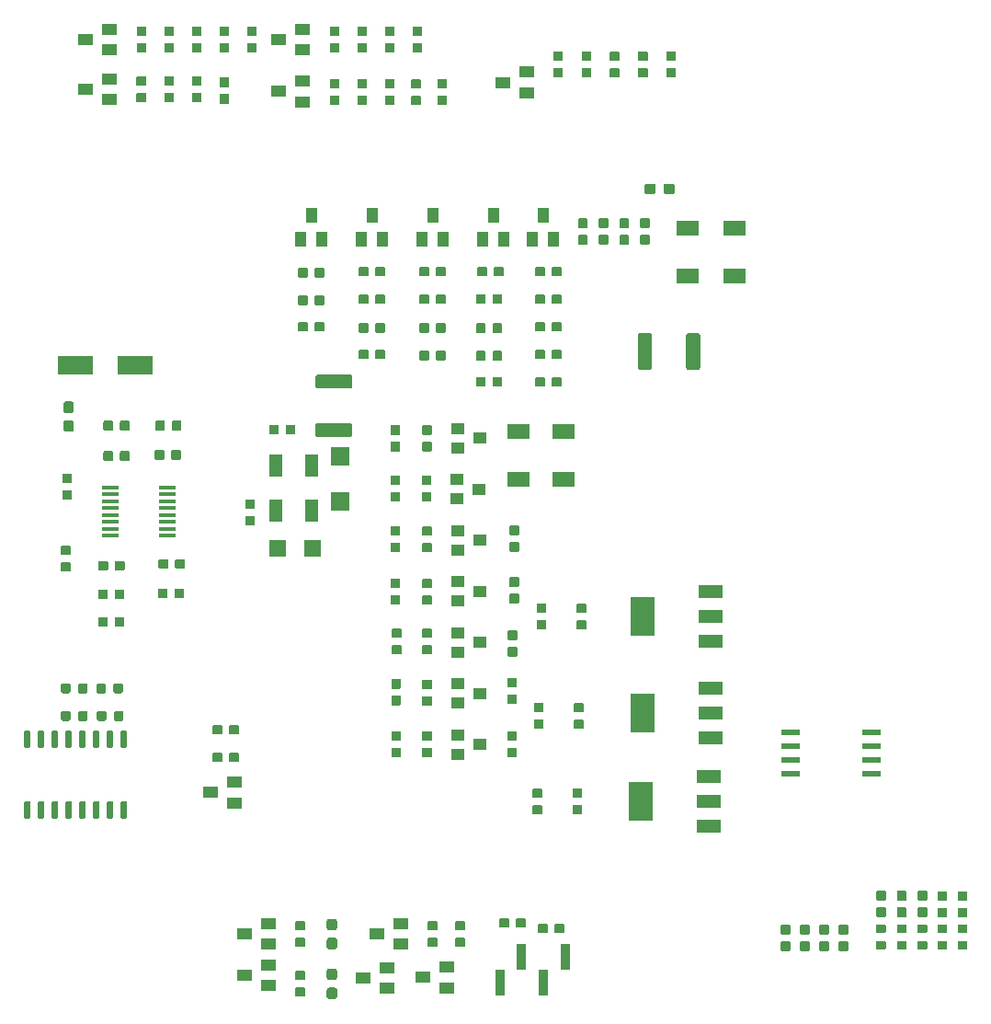
<source format=gtp>
G04 #@! TF.GenerationSoftware,KiCad,Pcbnew,5.1.5-52549c5~84~ubuntu18.04.1*
G04 #@! TF.CreationDate,2020-03-28T20:03:14+01:00*
G04 #@! TF.ProjectId,Speeduino_base,53706565-6475-4696-9e6f-5f626173652e,rev?*
G04 #@! TF.SameCoordinates,Original*
G04 #@! TF.FileFunction,Paste,Top*
G04 #@! TF.FilePolarity,Positive*
%FSLAX46Y46*%
G04 Gerber Fmt 4.6, Leading zero omitted, Abs format (unit mm)*
G04 Created by KiCad (PCBNEW 5.1.5-52549c5~84~ubuntu18.04.1) date 2020-03-28 20:03:14*
%MOMM*%
%LPD*%
G04 APERTURE LIST*
%ADD10C,0.100000*%
%ADD11R,2.100000X1.400000*%
%ADD12R,1.000000X1.400000*%
%ADD13R,0.850000X2.350000*%
%ADD14R,1.750000X0.550000*%
%ADD15R,1.400000X1.000000*%
%ADD16R,3.300000X1.700000*%
%ADD17R,1.600200X0.355600*%
%ADD18R,2.200000X3.600000*%
%ADD19R,2.235200X1.219200*%
%ADD20R,1.270000X2.032000*%
%ADD21R,1.770000X1.800000*%
%ADD22R,1.500000X1.500000*%
%ADD23R,1.143000X1.016000*%
G04 APERTURE END LIST*
D10*
G36*
X126642977Y-89878662D02*
G01*
X126656325Y-89880642D01*
X126669414Y-89883921D01*
X126682119Y-89888467D01*
X126694317Y-89894236D01*
X126705891Y-89901173D01*
X126716729Y-89909211D01*
X126726727Y-89918273D01*
X126735789Y-89928271D01*
X126743827Y-89939109D01*
X126750764Y-89950683D01*
X126756533Y-89962881D01*
X126761079Y-89975586D01*
X126764358Y-89988675D01*
X126766338Y-90002023D01*
X126767000Y-90015500D01*
X126767000Y-91340500D01*
X126766338Y-91353977D01*
X126764358Y-91367325D01*
X126761079Y-91380414D01*
X126756533Y-91393119D01*
X126750764Y-91405317D01*
X126743827Y-91416891D01*
X126735789Y-91427729D01*
X126726727Y-91437727D01*
X126716729Y-91446789D01*
X126705891Y-91454827D01*
X126694317Y-91461764D01*
X126682119Y-91467533D01*
X126669414Y-91472079D01*
X126656325Y-91475358D01*
X126642977Y-91477338D01*
X126629500Y-91478000D01*
X126354500Y-91478000D01*
X126341023Y-91477338D01*
X126327675Y-91475358D01*
X126314586Y-91472079D01*
X126301881Y-91467533D01*
X126289683Y-91461764D01*
X126278109Y-91454827D01*
X126267271Y-91446789D01*
X126257273Y-91437727D01*
X126248211Y-91427729D01*
X126240173Y-91416891D01*
X126233236Y-91405317D01*
X126227467Y-91393119D01*
X126222921Y-91380414D01*
X126219642Y-91367325D01*
X126217662Y-91353977D01*
X126217000Y-91340500D01*
X126217000Y-90015500D01*
X126217662Y-90002023D01*
X126219642Y-89988675D01*
X126222921Y-89975586D01*
X126227467Y-89962881D01*
X126233236Y-89950683D01*
X126240173Y-89939109D01*
X126248211Y-89928271D01*
X126257273Y-89918273D01*
X126267271Y-89909211D01*
X126278109Y-89901173D01*
X126289683Y-89894236D01*
X126301881Y-89888467D01*
X126314586Y-89883921D01*
X126327675Y-89880642D01*
X126341023Y-89878662D01*
X126354500Y-89878000D01*
X126629500Y-89878000D01*
X126642977Y-89878662D01*
G37*
G36*
X125372977Y-89878662D02*
G01*
X125386325Y-89880642D01*
X125399414Y-89883921D01*
X125412119Y-89888467D01*
X125424317Y-89894236D01*
X125435891Y-89901173D01*
X125446729Y-89909211D01*
X125456727Y-89918273D01*
X125465789Y-89928271D01*
X125473827Y-89939109D01*
X125480764Y-89950683D01*
X125486533Y-89962881D01*
X125491079Y-89975586D01*
X125494358Y-89988675D01*
X125496338Y-90002023D01*
X125497000Y-90015500D01*
X125497000Y-91340500D01*
X125496338Y-91353977D01*
X125494358Y-91367325D01*
X125491079Y-91380414D01*
X125486533Y-91393119D01*
X125480764Y-91405317D01*
X125473827Y-91416891D01*
X125465789Y-91427729D01*
X125456727Y-91437727D01*
X125446729Y-91446789D01*
X125435891Y-91454827D01*
X125424317Y-91461764D01*
X125412119Y-91467533D01*
X125399414Y-91472079D01*
X125386325Y-91475358D01*
X125372977Y-91477338D01*
X125359500Y-91478000D01*
X125084500Y-91478000D01*
X125071023Y-91477338D01*
X125057675Y-91475358D01*
X125044586Y-91472079D01*
X125031881Y-91467533D01*
X125019683Y-91461764D01*
X125008109Y-91454827D01*
X124997271Y-91446789D01*
X124987273Y-91437727D01*
X124978211Y-91427729D01*
X124970173Y-91416891D01*
X124963236Y-91405317D01*
X124957467Y-91393119D01*
X124952921Y-91380414D01*
X124949642Y-91367325D01*
X124947662Y-91353977D01*
X124947000Y-91340500D01*
X124947000Y-90015500D01*
X124947662Y-90002023D01*
X124949642Y-89988675D01*
X124952921Y-89975586D01*
X124957467Y-89962881D01*
X124963236Y-89950683D01*
X124970173Y-89939109D01*
X124978211Y-89928271D01*
X124987273Y-89918273D01*
X124997271Y-89909211D01*
X125008109Y-89901173D01*
X125019683Y-89894236D01*
X125031881Y-89888467D01*
X125044586Y-89883921D01*
X125057675Y-89880642D01*
X125071023Y-89878662D01*
X125084500Y-89878000D01*
X125359500Y-89878000D01*
X125372977Y-89878662D01*
G37*
G36*
X124102977Y-89878662D02*
G01*
X124116325Y-89880642D01*
X124129414Y-89883921D01*
X124142119Y-89888467D01*
X124154317Y-89894236D01*
X124165891Y-89901173D01*
X124176729Y-89909211D01*
X124186727Y-89918273D01*
X124195789Y-89928271D01*
X124203827Y-89939109D01*
X124210764Y-89950683D01*
X124216533Y-89962881D01*
X124221079Y-89975586D01*
X124224358Y-89988675D01*
X124226338Y-90002023D01*
X124227000Y-90015500D01*
X124227000Y-91340500D01*
X124226338Y-91353977D01*
X124224358Y-91367325D01*
X124221079Y-91380414D01*
X124216533Y-91393119D01*
X124210764Y-91405317D01*
X124203827Y-91416891D01*
X124195789Y-91427729D01*
X124186727Y-91437727D01*
X124176729Y-91446789D01*
X124165891Y-91454827D01*
X124154317Y-91461764D01*
X124142119Y-91467533D01*
X124129414Y-91472079D01*
X124116325Y-91475358D01*
X124102977Y-91477338D01*
X124089500Y-91478000D01*
X123814500Y-91478000D01*
X123801023Y-91477338D01*
X123787675Y-91475358D01*
X123774586Y-91472079D01*
X123761881Y-91467533D01*
X123749683Y-91461764D01*
X123738109Y-91454827D01*
X123727271Y-91446789D01*
X123717273Y-91437727D01*
X123708211Y-91427729D01*
X123700173Y-91416891D01*
X123693236Y-91405317D01*
X123687467Y-91393119D01*
X123682921Y-91380414D01*
X123679642Y-91367325D01*
X123677662Y-91353977D01*
X123677000Y-91340500D01*
X123677000Y-90015500D01*
X123677662Y-90002023D01*
X123679642Y-89988675D01*
X123682921Y-89975586D01*
X123687467Y-89962881D01*
X123693236Y-89950683D01*
X123700173Y-89939109D01*
X123708211Y-89928271D01*
X123717273Y-89918273D01*
X123727271Y-89909211D01*
X123738109Y-89901173D01*
X123749683Y-89894236D01*
X123761881Y-89888467D01*
X123774586Y-89883921D01*
X123787675Y-89880642D01*
X123801023Y-89878662D01*
X123814500Y-89878000D01*
X124089500Y-89878000D01*
X124102977Y-89878662D01*
G37*
G36*
X122832977Y-89878662D02*
G01*
X122846325Y-89880642D01*
X122859414Y-89883921D01*
X122872119Y-89888467D01*
X122884317Y-89894236D01*
X122895891Y-89901173D01*
X122906729Y-89909211D01*
X122916727Y-89918273D01*
X122925789Y-89928271D01*
X122933827Y-89939109D01*
X122940764Y-89950683D01*
X122946533Y-89962881D01*
X122951079Y-89975586D01*
X122954358Y-89988675D01*
X122956338Y-90002023D01*
X122957000Y-90015500D01*
X122957000Y-91340500D01*
X122956338Y-91353977D01*
X122954358Y-91367325D01*
X122951079Y-91380414D01*
X122946533Y-91393119D01*
X122940764Y-91405317D01*
X122933827Y-91416891D01*
X122925789Y-91427729D01*
X122916727Y-91437727D01*
X122906729Y-91446789D01*
X122895891Y-91454827D01*
X122884317Y-91461764D01*
X122872119Y-91467533D01*
X122859414Y-91472079D01*
X122846325Y-91475358D01*
X122832977Y-91477338D01*
X122819500Y-91478000D01*
X122544500Y-91478000D01*
X122531023Y-91477338D01*
X122517675Y-91475358D01*
X122504586Y-91472079D01*
X122491881Y-91467533D01*
X122479683Y-91461764D01*
X122468109Y-91454827D01*
X122457271Y-91446789D01*
X122447273Y-91437727D01*
X122438211Y-91427729D01*
X122430173Y-91416891D01*
X122423236Y-91405317D01*
X122417467Y-91393119D01*
X122412921Y-91380414D01*
X122409642Y-91367325D01*
X122407662Y-91353977D01*
X122407000Y-91340500D01*
X122407000Y-90015500D01*
X122407662Y-90002023D01*
X122409642Y-89988675D01*
X122412921Y-89975586D01*
X122417467Y-89962881D01*
X122423236Y-89950683D01*
X122430173Y-89939109D01*
X122438211Y-89928271D01*
X122447273Y-89918273D01*
X122457271Y-89909211D01*
X122468109Y-89901173D01*
X122479683Y-89894236D01*
X122491881Y-89888467D01*
X122504586Y-89883921D01*
X122517675Y-89880642D01*
X122531023Y-89878662D01*
X122544500Y-89878000D01*
X122819500Y-89878000D01*
X122832977Y-89878662D01*
G37*
G36*
X121562977Y-89878662D02*
G01*
X121576325Y-89880642D01*
X121589414Y-89883921D01*
X121602119Y-89888467D01*
X121614317Y-89894236D01*
X121625891Y-89901173D01*
X121636729Y-89909211D01*
X121646727Y-89918273D01*
X121655789Y-89928271D01*
X121663827Y-89939109D01*
X121670764Y-89950683D01*
X121676533Y-89962881D01*
X121681079Y-89975586D01*
X121684358Y-89988675D01*
X121686338Y-90002023D01*
X121687000Y-90015500D01*
X121687000Y-91340500D01*
X121686338Y-91353977D01*
X121684358Y-91367325D01*
X121681079Y-91380414D01*
X121676533Y-91393119D01*
X121670764Y-91405317D01*
X121663827Y-91416891D01*
X121655789Y-91427729D01*
X121646727Y-91437727D01*
X121636729Y-91446789D01*
X121625891Y-91454827D01*
X121614317Y-91461764D01*
X121602119Y-91467533D01*
X121589414Y-91472079D01*
X121576325Y-91475358D01*
X121562977Y-91477338D01*
X121549500Y-91478000D01*
X121274500Y-91478000D01*
X121261023Y-91477338D01*
X121247675Y-91475358D01*
X121234586Y-91472079D01*
X121221881Y-91467533D01*
X121209683Y-91461764D01*
X121198109Y-91454827D01*
X121187271Y-91446789D01*
X121177273Y-91437727D01*
X121168211Y-91427729D01*
X121160173Y-91416891D01*
X121153236Y-91405317D01*
X121147467Y-91393119D01*
X121142921Y-91380414D01*
X121139642Y-91367325D01*
X121137662Y-91353977D01*
X121137000Y-91340500D01*
X121137000Y-90015500D01*
X121137662Y-90002023D01*
X121139642Y-89988675D01*
X121142921Y-89975586D01*
X121147467Y-89962881D01*
X121153236Y-89950683D01*
X121160173Y-89939109D01*
X121168211Y-89928271D01*
X121177273Y-89918273D01*
X121187271Y-89909211D01*
X121198109Y-89901173D01*
X121209683Y-89894236D01*
X121221881Y-89888467D01*
X121234586Y-89883921D01*
X121247675Y-89880642D01*
X121261023Y-89878662D01*
X121274500Y-89878000D01*
X121549500Y-89878000D01*
X121562977Y-89878662D01*
G37*
G36*
X120292977Y-89878662D02*
G01*
X120306325Y-89880642D01*
X120319414Y-89883921D01*
X120332119Y-89888467D01*
X120344317Y-89894236D01*
X120355891Y-89901173D01*
X120366729Y-89909211D01*
X120376727Y-89918273D01*
X120385789Y-89928271D01*
X120393827Y-89939109D01*
X120400764Y-89950683D01*
X120406533Y-89962881D01*
X120411079Y-89975586D01*
X120414358Y-89988675D01*
X120416338Y-90002023D01*
X120417000Y-90015500D01*
X120417000Y-91340500D01*
X120416338Y-91353977D01*
X120414358Y-91367325D01*
X120411079Y-91380414D01*
X120406533Y-91393119D01*
X120400764Y-91405317D01*
X120393827Y-91416891D01*
X120385789Y-91427729D01*
X120376727Y-91437727D01*
X120366729Y-91446789D01*
X120355891Y-91454827D01*
X120344317Y-91461764D01*
X120332119Y-91467533D01*
X120319414Y-91472079D01*
X120306325Y-91475358D01*
X120292977Y-91477338D01*
X120279500Y-91478000D01*
X120004500Y-91478000D01*
X119991023Y-91477338D01*
X119977675Y-91475358D01*
X119964586Y-91472079D01*
X119951881Y-91467533D01*
X119939683Y-91461764D01*
X119928109Y-91454827D01*
X119917271Y-91446789D01*
X119907273Y-91437727D01*
X119898211Y-91427729D01*
X119890173Y-91416891D01*
X119883236Y-91405317D01*
X119877467Y-91393119D01*
X119872921Y-91380414D01*
X119869642Y-91367325D01*
X119867662Y-91353977D01*
X119867000Y-91340500D01*
X119867000Y-90015500D01*
X119867662Y-90002023D01*
X119869642Y-89988675D01*
X119872921Y-89975586D01*
X119877467Y-89962881D01*
X119883236Y-89950683D01*
X119890173Y-89939109D01*
X119898211Y-89928271D01*
X119907273Y-89918273D01*
X119917271Y-89909211D01*
X119928109Y-89901173D01*
X119939683Y-89894236D01*
X119951881Y-89888467D01*
X119964586Y-89883921D01*
X119977675Y-89880642D01*
X119991023Y-89878662D01*
X120004500Y-89878000D01*
X120279500Y-89878000D01*
X120292977Y-89878662D01*
G37*
G36*
X119022977Y-89878662D02*
G01*
X119036325Y-89880642D01*
X119049414Y-89883921D01*
X119062119Y-89888467D01*
X119074317Y-89894236D01*
X119085891Y-89901173D01*
X119096729Y-89909211D01*
X119106727Y-89918273D01*
X119115789Y-89928271D01*
X119123827Y-89939109D01*
X119130764Y-89950683D01*
X119136533Y-89962881D01*
X119141079Y-89975586D01*
X119144358Y-89988675D01*
X119146338Y-90002023D01*
X119147000Y-90015500D01*
X119147000Y-91340500D01*
X119146338Y-91353977D01*
X119144358Y-91367325D01*
X119141079Y-91380414D01*
X119136533Y-91393119D01*
X119130764Y-91405317D01*
X119123827Y-91416891D01*
X119115789Y-91427729D01*
X119106727Y-91437727D01*
X119096729Y-91446789D01*
X119085891Y-91454827D01*
X119074317Y-91461764D01*
X119062119Y-91467533D01*
X119049414Y-91472079D01*
X119036325Y-91475358D01*
X119022977Y-91477338D01*
X119009500Y-91478000D01*
X118734500Y-91478000D01*
X118721023Y-91477338D01*
X118707675Y-91475358D01*
X118694586Y-91472079D01*
X118681881Y-91467533D01*
X118669683Y-91461764D01*
X118658109Y-91454827D01*
X118647271Y-91446789D01*
X118637273Y-91437727D01*
X118628211Y-91427729D01*
X118620173Y-91416891D01*
X118613236Y-91405317D01*
X118607467Y-91393119D01*
X118602921Y-91380414D01*
X118599642Y-91367325D01*
X118597662Y-91353977D01*
X118597000Y-91340500D01*
X118597000Y-90015500D01*
X118597662Y-90002023D01*
X118599642Y-89988675D01*
X118602921Y-89975586D01*
X118607467Y-89962881D01*
X118613236Y-89950683D01*
X118620173Y-89939109D01*
X118628211Y-89928271D01*
X118637273Y-89918273D01*
X118647271Y-89909211D01*
X118658109Y-89901173D01*
X118669683Y-89894236D01*
X118681881Y-89888467D01*
X118694586Y-89883921D01*
X118707675Y-89880642D01*
X118721023Y-89878662D01*
X118734500Y-89878000D01*
X119009500Y-89878000D01*
X119022977Y-89878662D01*
G37*
G36*
X117752977Y-89878662D02*
G01*
X117766325Y-89880642D01*
X117779414Y-89883921D01*
X117792119Y-89888467D01*
X117804317Y-89894236D01*
X117815891Y-89901173D01*
X117826729Y-89909211D01*
X117836727Y-89918273D01*
X117845789Y-89928271D01*
X117853827Y-89939109D01*
X117860764Y-89950683D01*
X117866533Y-89962881D01*
X117871079Y-89975586D01*
X117874358Y-89988675D01*
X117876338Y-90002023D01*
X117877000Y-90015500D01*
X117877000Y-91340500D01*
X117876338Y-91353977D01*
X117874358Y-91367325D01*
X117871079Y-91380414D01*
X117866533Y-91393119D01*
X117860764Y-91405317D01*
X117853827Y-91416891D01*
X117845789Y-91427729D01*
X117836727Y-91437727D01*
X117826729Y-91446789D01*
X117815891Y-91454827D01*
X117804317Y-91461764D01*
X117792119Y-91467533D01*
X117779414Y-91472079D01*
X117766325Y-91475358D01*
X117752977Y-91477338D01*
X117739500Y-91478000D01*
X117464500Y-91478000D01*
X117451023Y-91477338D01*
X117437675Y-91475358D01*
X117424586Y-91472079D01*
X117411881Y-91467533D01*
X117399683Y-91461764D01*
X117388109Y-91454827D01*
X117377271Y-91446789D01*
X117367273Y-91437727D01*
X117358211Y-91427729D01*
X117350173Y-91416891D01*
X117343236Y-91405317D01*
X117337467Y-91393119D01*
X117332921Y-91380414D01*
X117329642Y-91367325D01*
X117327662Y-91353977D01*
X117327000Y-91340500D01*
X117327000Y-90015500D01*
X117327662Y-90002023D01*
X117329642Y-89988675D01*
X117332921Y-89975586D01*
X117337467Y-89962881D01*
X117343236Y-89950683D01*
X117350173Y-89939109D01*
X117358211Y-89928271D01*
X117367273Y-89918273D01*
X117377271Y-89909211D01*
X117388109Y-89901173D01*
X117399683Y-89894236D01*
X117411881Y-89888467D01*
X117424586Y-89883921D01*
X117437675Y-89880642D01*
X117451023Y-89878662D01*
X117464500Y-89878000D01*
X117739500Y-89878000D01*
X117752977Y-89878662D01*
G37*
G36*
X117752977Y-83378662D02*
G01*
X117766325Y-83380642D01*
X117779414Y-83383921D01*
X117792119Y-83388467D01*
X117804317Y-83394236D01*
X117815891Y-83401173D01*
X117826729Y-83409211D01*
X117836727Y-83418273D01*
X117845789Y-83428271D01*
X117853827Y-83439109D01*
X117860764Y-83450683D01*
X117866533Y-83462881D01*
X117871079Y-83475586D01*
X117874358Y-83488675D01*
X117876338Y-83502023D01*
X117877000Y-83515500D01*
X117877000Y-84840500D01*
X117876338Y-84853977D01*
X117874358Y-84867325D01*
X117871079Y-84880414D01*
X117866533Y-84893119D01*
X117860764Y-84905317D01*
X117853827Y-84916891D01*
X117845789Y-84927729D01*
X117836727Y-84937727D01*
X117826729Y-84946789D01*
X117815891Y-84954827D01*
X117804317Y-84961764D01*
X117792119Y-84967533D01*
X117779414Y-84972079D01*
X117766325Y-84975358D01*
X117752977Y-84977338D01*
X117739500Y-84978000D01*
X117464500Y-84978000D01*
X117451023Y-84977338D01*
X117437675Y-84975358D01*
X117424586Y-84972079D01*
X117411881Y-84967533D01*
X117399683Y-84961764D01*
X117388109Y-84954827D01*
X117377271Y-84946789D01*
X117367273Y-84937727D01*
X117358211Y-84927729D01*
X117350173Y-84916891D01*
X117343236Y-84905317D01*
X117337467Y-84893119D01*
X117332921Y-84880414D01*
X117329642Y-84867325D01*
X117327662Y-84853977D01*
X117327000Y-84840500D01*
X117327000Y-83515500D01*
X117327662Y-83502023D01*
X117329642Y-83488675D01*
X117332921Y-83475586D01*
X117337467Y-83462881D01*
X117343236Y-83450683D01*
X117350173Y-83439109D01*
X117358211Y-83428271D01*
X117367273Y-83418273D01*
X117377271Y-83409211D01*
X117388109Y-83401173D01*
X117399683Y-83394236D01*
X117411881Y-83388467D01*
X117424586Y-83383921D01*
X117437675Y-83380642D01*
X117451023Y-83378662D01*
X117464500Y-83378000D01*
X117739500Y-83378000D01*
X117752977Y-83378662D01*
G37*
G36*
X119022977Y-83378662D02*
G01*
X119036325Y-83380642D01*
X119049414Y-83383921D01*
X119062119Y-83388467D01*
X119074317Y-83394236D01*
X119085891Y-83401173D01*
X119096729Y-83409211D01*
X119106727Y-83418273D01*
X119115789Y-83428271D01*
X119123827Y-83439109D01*
X119130764Y-83450683D01*
X119136533Y-83462881D01*
X119141079Y-83475586D01*
X119144358Y-83488675D01*
X119146338Y-83502023D01*
X119147000Y-83515500D01*
X119147000Y-84840500D01*
X119146338Y-84853977D01*
X119144358Y-84867325D01*
X119141079Y-84880414D01*
X119136533Y-84893119D01*
X119130764Y-84905317D01*
X119123827Y-84916891D01*
X119115789Y-84927729D01*
X119106727Y-84937727D01*
X119096729Y-84946789D01*
X119085891Y-84954827D01*
X119074317Y-84961764D01*
X119062119Y-84967533D01*
X119049414Y-84972079D01*
X119036325Y-84975358D01*
X119022977Y-84977338D01*
X119009500Y-84978000D01*
X118734500Y-84978000D01*
X118721023Y-84977338D01*
X118707675Y-84975358D01*
X118694586Y-84972079D01*
X118681881Y-84967533D01*
X118669683Y-84961764D01*
X118658109Y-84954827D01*
X118647271Y-84946789D01*
X118637273Y-84937727D01*
X118628211Y-84927729D01*
X118620173Y-84916891D01*
X118613236Y-84905317D01*
X118607467Y-84893119D01*
X118602921Y-84880414D01*
X118599642Y-84867325D01*
X118597662Y-84853977D01*
X118597000Y-84840500D01*
X118597000Y-83515500D01*
X118597662Y-83502023D01*
X118599642Y-83488675D01*
X118602921Y-83475586D01*
X118607467Y-83462881D01*
X118613236Y-83450683D01*
X118620173Y-83439109D01*
X118628211Y-83428271D01*
X118637273Y-83418273D01*
X118647271Y-83409211D01*
X118658109Y-83401173D01*
X118669683Y-83394236D01*
X118681881Y-83388467D01*
X118694586Y-83383921D01*
X118707675Y-83380642D01*
X118721023Y-83378662D01*
X118734500Y-83378000D01*
X119009500Y-83378000D01*
X119022977Y-83378662D01*
G37*
G36*
X120292977Y-83378662D02*
G01*
X120306325Y-83380642D01*
X120319414Y-83383921D01*
X120332119Y-83388467D01*
X120344317Y-83394236D01*
X120355891Y-83401173D01*
X120366729Y-83409211D01*
X120376727Y-83418273D01*
X120385789Y-83428271D01*
X120393827Y-83439109D01*
X120400764Y-83450683D01*
X120406533Y-83462881D01*
X120411079Y-83475586D01*
X120414358Y-83488675D01*
X120416338Y-83502023D01*
X120417000Y-83515500D01*
X120417000Y-84840500D01*
X120416338Y-84853977D01*
X120414358Y-84867325D01*
X120411079Y-84880414D01*
X120406533Y-84893119D01*
X120400764Y-84905317D01*
X120393827Y-84916891D01*
X120385789Y-84927729D01*
X120376727Y-84937727D01*
X120366729Y-84946789D01*
X120355891Y-84954827D01*
X120344317Y-84961764D01*
X120332119Y-84967533D01*
X120319414Y-84972079D01*
X120306325Y-84975358D01*
X120292977Y-84977338D01*
X120279500Y-84978000D01*
X120004500Y-84978000D01*
X119991023Y-84977338D01*
X119977675Y-84975358D01*
X119964586Y-84972079D01*
X119951881Y-84967533D01*
X119939683Y-84961764D01*
X119928109Y-84954827D01*
X119917271Y-84946789D01*
X119907273Y-84937727D01*
X119898211Y-84927729D01*
X119890173Y-84916891D01*
X119883236Y-84905317D01*
X119877467Y-84893119D01*
X119872921Y-84880414D01*
X119869642Y-84867325D01*
X119867662Y-84853977D01*
X119867000Y-84840500D01*
X119867000Y-83515500D01*
X119867662Y-83502023D01*
X119869642Y-83488675D01*
X119872921Y-83475586D01*
X119877467Y-83462881D01*
X119883236Y-83450683D01*
X119890173Y-83439109D01*
X119898211Y-83428271D01*
X119907273Y-83418273D01*
X119917271Y-83409211D01*
X119928109Y-83401173D01*
X119939683Y-83394236D01*
X119951881Y-83388467D01*
X119964586Y-83383921D01*
X119977675Y-83380642D01*
X119991023Y-83378662D01*
X120004500Y-83378000D01*
X120279500Y-83378000D01*
X120292977Y-83378662D01*
G37*
G36*
X121562977Y-83378662D02*
G01*
X121576325Y-83380642D01*
X121589414Y-83383921D01*
X121602119Y-83388467D01*
X121614317Y-83394236D01*
X121625891Y-83401173D01*
X121636729Y-83409211D01*
X121646727Y-83418273D01*
X121655789Y-83428271D01*
X121663827Y-83439109D01*
X121670764Y-83450683D01*
X121676533Y-83462881D01*
X121681079Y-83475586D01*
X121684358Y-83488675D01*
X121686338Y-83502023D01*
X121687000Y-83515500D01*
X121687000Y-84840500D01*
X121686338Y-84853977D01*
X121684358Y-84867325D01*
X121681079Y-84880414D01*
X121676533Y-84893119D01*
X121670764Y-84905317D01*
X121663827Y-84916891D01*
X121655789Y-84927729D01*
X121646727Y-84937727D01*
X121636729Y-84946789D01*
X121625891Y-84954827D01*
X121614317Y-84961764D01*
X121602119Y-84967533D01*
X121589414Y-84972079D01*
X121576325Y-84975358D01*
X121562977Y-84977338D01*
X121549500Y-84978000D01*
X121274500Y-84978000D01*
X121261023Y-84977338D01*
X121247675Y-84975358D01*
X121234586Y-84972079D01*
X121221881Y-84967533D01*
X121209683Y-84961764D01*
X121198109Y-84954827D01*
X121187271Y-84946789D01*
X121177273Y-84937727D01*
X121168211Y-84927729D01*
X121160173Y-84916891D01*
X121153236Y-84905317D01*
X121147467Y-84893119D01*
X121142921Y-84880414D01*
X121139642Y-84867325D01*
X121137662Y-84853977D01*
X121137000Y-84840500D01*
X121137000Y-83515500D01*
X121137662Y-83502023D01*
X121139642Y-83488675D01*
X121142921Y-83475586D01*
X121147467Y-83462881D01*
X121153236Y-83450683D01*
X121160173Y-83439109D01*
X121168211Y-83428271D01*
X121177273Y-83418273D01*
X121187271Y-83409211D01*
X121198109Y-83401173D01*
X121209683Y-83394236D01*
X121221881Y-83388467D01*
X121234586Y-83383921D01*
X121247675Y-83380642D01*
X121261023Y-83378662D01*
X121274500Y-83378000D01*
X121549500Y-83378000D01*
X121562977Y-83378662D01*
G37*
G36*
X122832977Y-83378662D02*
G01*
X122846325Y-83380642D01*
X122859414Y-83383921D01*
X122872119Y-83388467D01*
X122884317Y-83394236D01*
X122895891Y-83401173D01*
X122906729Y-83409211D01*
X122916727Y-83418273D01*
X122925789Y-83428271D01*
X122933827Y-83439109D01*
X122940764Y-83450683D01*
X122946533Y-83462881D01*
X122951079Y-83475586D01*
X122954358Y-83488675D01*
X122956338Y-83502023D01*
X122957000Y-83515500D01*
X122957000Y-84840500D01*
X122956338Y-84853977D01*
X122954358Y-84867325D01*
X122951079Y-84880414D01*
X122946533Y-84893119D01*
X122940764Y-84905317D01*
X122933827Y-84916891D01*
X122925789Y-84927729D01*
X122916727Y-84937727D01*
X122906729Y-84946789D01*
X122895891Y-84954827D01*
X122884317Y-84961764D01*
X122872119Y-84967533D01*
X122859414Y-84972079D01*
X122846325Y-84975358D01*
X122832977Y-84977338D01*
X122819500Y-84978000D01*
X122544500Y-84978000D01*
X122531023Y-84977338D01*
X122517675Y-84975358D01*
X122504586Y-84972079D01*
X122491881Y-84967533D01*
X122479683Y-84961764D01*
X122468109Y-84954827D01*
X122457271Y-84946789D01*
X122447273Y-84937727D01*
X122438211Y-84927729D01*
X122430173Y-84916891D01*
X122423236Y-84905317D01*
X122417467Y-84893119D01*
X122412921Y-84880414D01*
X122409642Y-84867325D01*
X122407662Y-84853977D01*
X122407000Y-84840500D01*
X122407000Y-83515500D01*
X122407662Y-83502023D01*
X122409642Y-83488675D01*
X122412921Y-83475586D01*
X122417467Y-83462881D01*
X122423236Y-83450683D01*
X122430173Y-83439109D01*
X122438211Y-83428271D01*
X122447273Y-83418273D01*
X122457271Y-83409211D01*
X122468109Y-83401173D01*
X122479683Y-83394236D01*
X122491881Y-83388467D01*
X122504586Y-83383921D01*
X122517675Y-83380642D01*
X122531023Y-83378662D01*
X122544500Y-83378000D01*
X122819500Y-83378000D01*
X122832977Y-83378662D01*
G37*
G36*
X124102977Y-83378662D02*
G01*
X124116325Y-83380642D01*
X124129414Y-83383921D01*
X124142119Y-83388467D01*
X124154317Y-83394236D01*
X124165891Y-83401173D01*
X124176729Y-83409211D01*
X124186727Y-83418273D01*
X124195789Y-83428271D01*
X124203827Y-83439109D01*
X124210764Y-83450683D01*
X124216533Y-83462881D01*
X124221079Y-83475586D01*
X124224358Y-83488675D01*
X124226338Y-83502023D01*
X124227000Y-83515500D01*
X124227000Y-84840500D01*
X124226338Y-84853977D01*
X124224358Y-84867325D01*
X124221079Y-84880414D01*
X124216533Y-84893119D01*
X124210764Y-84905317D01*
X124203827Y-84916891D01*
X124195789Y-84927729D01*
X124186727Y-84937727D01*
X124176729Y-84946789D01*
X124165891Y-84954827D01*
X124154317Y-84961764D01*
X124142119Y-84967533D01*
X124129414Y-84972079D01*
X124116325Y-84975358D01*
X124102977Y-84977338D01*
X124089500Y-84978000D01*
X123814500Y-84978000D01*
X123801023Y-84977338D01*
X123787675Y-84975358D01*
X123774586Y-84972079D01*
X123761881Y-84967533D01*
X123749683Y-84961764D01*
X123738109Y-84954827D01*
X123727271Y-84946789D01*
X123717273Y-84937727D01*
X123708211Y-84927729D01*
X123700173Y-84916891D01*
X123693236Y-84905317D01*
X123687467Y-84893119D01*
X123682921Y-84880414D01*
X123679642Y-84867325D01*
X123677662Y-84853977D01*
X123677000Y-84840500D01*
X123677000Y-83515500D01*
X123677662Y-83502023D01*
X123679642Y-83488675D01*
X123682921Y-83475586D01*
X123687467Y-83462881D01*
X123693236Y-83450683D01*
X123700173Y-83439109D01*
X123708211Y-83428271D01*
X123717273Y-83418273D01*
X123727271Y-83409211D01*
X123738109Y-83401173D01*
X123749683Y-83394236D01*
X123761881Y-83388467D01*
X123774586Y-83383921D01*
X123787675Y-83380642D01*
X123801023Y-83378662D01*
X123814500Y-83378000D01*
X124089500Y-83378000D01*
X124102977Y-83378662D01*
G37*
G36*
X125372977Y-83378662D02*
G01*
X125386325Y-83380642D01*
X125399414Y-83383921D01*
X125412119Y-83388467D01*
X125424317Y-83394236D01*
X125435891Y-83401173D01*
X125446729Y-83409211D01*
X125456727Y-83418273D01*
X125465789Y-83428271D01*
X125473827Y-83439109D01*
X125480764Y-83450683D01*
X125486533Y-83462881D01*
X125491079Y-83475586D01*
X125494358Y-83488675D01*
X125496338Y-83502023D01*
X125497000Y-83515500D01*
X125497000Y-84840500D01*
X125496338Y-84853977D01*
X125494358Y-84867325D01*
X125491079Y-84880414D01*
X125486533Y-84893119D01*
X125480764Y-84905317D01*
X125473827Y-84916891D01*
X125465789Y-84927729D01*
X125456727Y-84937727D01*
X125446729Y-84946789D01*
X125435891Y-84954827D01*
X125424317Y-84961764D01*
X125412119Y-84967533D01*
X125399414Y-84972079D01*
X125386325Y-84975358D01*
X125372977Y-84977338D01*
X125359500Y-84978000D01*
X125084500Y-84978000D01*
X125071023Y-84977338D01*
X125057675Y-84975358D01*
X125044586Y-84972079D01*
X125031881Y-84967533D01*
X125019683Y-84961764D01*
X125008109Y-84954827D01*
X124997271Y-84946789D01*
X124987273Y-84937727D01*
X124978211Y-84927729D01*
X124970173Y-84916891D01*
X124963236Y-84905317D01*
X124957467Y-84893119D01*
X124952921Y-84880414D01*
X124949642Y-84867325D01*
X124947662Y-84853977D01*
X124947000Y-84840500D01*
X124947000Y-83515500D01*
X124947662Y-83502023D01*
X124949642Y-83488675D01*
X124952921Y-83475586D01*
X124957467Y-83462881D01*
X124963236Y-83450683D01*
X124970173Y-83439109D01*
X124978211Y-83428271D01*
X124987273Y-83418273D01*
X124997271Y-83409211D01*
X125008109Y-83401173D01*
X125019683Y-83394236D01*
X125031881Y-83388467D01*
X125044586Y-83383921D01*
X125057675Y-83380642D01*
X125071023Y-83378662D01*
X125084500Y-83378000D01*
X125359500Y-83378000D01*
X125372977Y-83378662D01*
G37*
G36*
X126642977Y-83378662D02*
G01*
X126656325Y-83380642D01*
X126669414Y-83383921D01*
X126682119Y-83388467D01*
X126694317Y-83394236D01*
X126705891Y-83401173D01*
X126716729Y-83409211D01*
X126726727Y-83418273D01*
X126735789Y-83428271D01*
X126743827Y-83439109D01*
X126750764Y-83450683D01*
X126756533Y-83462881D01*
X126761079Y-83475586D01*
X126764358Y-83488675D01*
X126766338Y-83502023D01*
X126767000Y-83515500D01*
X126767000Y-84840500D01*
X126766338Y-84853977D01*
X126764358Y-84867325D01*
X126761079Y-84880414D01*
X126756533Y-84893119D01*
X126750764Y-84905317D01*
X126743827Y-84916891D01*
X126735789Y-84927729D01*
X126726727Y-84937727D01*
X126716729Y-84946789D01*
X126705891Y-84954827D01*
X126694317Y-84961764D01*
X126682119Y-84967533D01*
X126669414Y-84972079D01*
X126656325Y-84975358D01*
X126642977Y-84977338D01*
X126629500Y-84978000D01*
X126354500Y-84978000D01*
X126341023Y-84977338D01*
X126327675Y-84975358D01*
X126314586Y-84972079D01*
X126301881Y-84967533D01*
X126289683Y-84961764D01*
X126278109Y-84954827D01*
X126267271Y-84946789D01*
X126257273Y-84937727D01*
X126248211Y-84927729D01*
X126240173Y-84916891D01*
X126233236Y-84905317D01*
X126227467Y-84893119D01*
X126222921Y-84880414D01*
X126219642Y-84867325D01*
X126217662Y-84853977D01*
X126217000Y-84840500D01*
X126217000Y-83515500D01*
X126217662Y-83502023D01*
X126219642Y-83488675D01*
X126222921Y-83475586D01*
X126227467Y-83462881D01*
X126233236Y-83450683D01*
X126240173Y-83439109D01*
X126248211Y-83428271D01*
X126257273Y-83418273D01*
X126267271Y-83409211D01*
X126278109Y-83401173D01*
X126289683Y-83394236D01*
X126301881Y-83388467D01*
X126314586Y-83383921D01*
X126327675Y-83380642D01*
X126341023Y-83378662D01*
X126354500Y-83378000D01*
X126629500Y-83378000D01*
X126642977Y-83378662D01*
G37*
G36*
X147324504Y-55076204D02*
G01*
X147348773Y-55079804D01*
X147372571Y-55085765D01*
X147395671Y-55094030D01*
X147417849Y-55104520D01*
X147438893Y-55117133D01*
X147458598Y-55131747D01*
X147476777Y-55148223D01*
X147493253Y-55166402D01*
X147507867Y-55186107D01*
X147520480Y-55207151D01*
X147530970Y-55229329D01*
X147539235Y-55252429D01*
X147545196Y-55276227D01*
X147548796Y-55300496D01*
X147550000Y-55325000D01*
X147550000Y-56125000D01*
X147548796Y-56149504D01*
X147545196Y-56173773D01*
X147539235Y-56197571D01*
X147530970Y-56220671D01*
X147520480Y-56242849D01*
X147507867Y-56263893D01*
X147493253Y-56283598D01*
X147476777Y-56301777D01*
X147458598Y-56318253D01*
X147438893Y-56332867D01*
X147417849Y-56345480D01*
X147395671Y-56355970D01*
X147372571Y-56364235D01*
X147348773Y-56370196D01*
X147324504Y-56373796D01*
X147300000Y-56375000D01*
X144400000Y-56375000D01*
X144375496Y-56373796D01*
X144351227Y-56370196D01*
X144327429Y-56364235D01*
X144304329Y-56355970D01*
X144282151Y-56345480D01*
X144261107Y-56332867D01*
X144241402Y-56318253D01*
X144223223Y-56301777D01*
X144206747Y-56283598D01*
X144192133Y-56263893D01*
X144179520Y-56242849D01*
X144169030Y-56220671D01*
X144160765Y-56197571D01*
X144154804Y-56173773D01*
X144151204Y-56149504D01*
X144150000Y-56125000D01*
X144150000Y-55325000D01*
X144151204Y-55300496D01*
X144154804Y-55276227D01*
X144160765Y-55252429D01*
X144169030Y-55229329D01*
X144179520Y-55207151D01*
X144192133Y-55186107D01*
X144206747Y-55166402D01*
X144223223Y-55148223D01*
X144241402Y-55131747D01*
X144261107Y-55117133D01*
X144282151Y-55104520D01*
X144304329Y-55094030D01*
X144327429Y-55085765D01*
X144351227Y-55079804D01*
X144375496Y-55076204D01*
X144400000Y-55075000D01*
X147300000Y-55075000D01*
X147324504Y-55076204D01*
G37*
G36*
X147324504Y-50626204D02*
G01*
X147348773Y-50629804D01*
X147372571Y-50635765D01*
X147395671Y-50644030D01*
X147417849Y-50654520D01*
X147438893Y-50667133D01*
X147458598Y-50681747D01*
X147476777Y-50698223D01*
X147493253Y-50716402D01*
X147507867Y-50736107D01*
X147520480Y-50757151D01*
X147530970Y-50779329D01*
X147539235Y-50802429D01*
X147545196Y-50826227D01*
X147548796Y-50850496D01*
X147550000Y-50875000D01*
X147550000Y-51675000D01*
X147548796Y-51699504D01*
X147545196Y-51723773D01*
X147539235Y-51747571D01*
X147530970Y-51770671D01*
X147520480Y-51792849D01*
X147507867Y-51813893D01*
X147493253Y-51833598D01*
X147476777Y-51851777D01*
X147458598Y-51868253D01*
X147438893Y-51882867D01*
X147417849Y-51895480D01*
X147395671Y-51905970D01*
X147372571Y-51914235D01*
X147348773Y-51920196D01*
X147324504Y-51923796D01*
X147300000Y-51925000D01*
X144400000Y-51925000D01*
X144375496Y-51923796D01*
X144351227Y-51920196D01*
X144327429Y-51914235D01*
X144304329Y-51905970D01*
X144282151Y-51895480D01*
X144261107Y-51882867D01*
X144241402Y-51868253D01*
X144223223Y-51851777D01*
X144206747Y-51833598D01*
X144192133Y-51813893D01*
X144179520Y-51792849D01*
X144169030Y-51770671D01*
X144160765Y-51747571D01*
X144154804Y-51723773D01*
X144151204Y-51699504D01*
X144150000Y-51675000D01*
X144150000Y-50875000D01*
X144151204Y-50850496D01*
X144154804Y-50826227D01*
X144160765Y-50802429D01*
X144169030Y-50779329D01*
X144179520Y-50757151D01*
X144192133Y-50736107D01*
X144206747Y-50716402D01*
X144223223Y-50698223D01*
X144241402Y-50681747D01*
X144261107Y-50667133D01*
X144282151Y-50654520D01*
X144304329Y-50644030D01*
X144327429Y-50635765D01*
X144351227Y-50629804D01*
X144375496Y-50626204D01*
X144400000Y-50625000D01*
X147300000Y-50625000D01*
X147324504Y-50626204D01*
G37*
G36*
X121398191Y-81568053D02*
G01*
X121419426Y-81571203D01*
X121440250Y-81576419D01*
X121460462Y-81583651D01*
X121479868Y-81592830D01*
X121498281Y-81603866D01*
X121515524Y-81616654D01*
X121531430Y-81631070D01*
X121545846Y-81646976D01*
X121558634Y-81664219D01*
X121569670Y-81682632D01*
X121578849Y-81702038D01*
X121586081Y-81722250D01*
X121591297Y-81743074D01*
X121594447Y-81764309D01*
X121595500Y-81785750D01*
X121595500Y-82298250D01*
X121594447Y-82319691D01*
X121591297Y-82340926D01*
X121586081Y-82361750D01*
X121578849Y-82381962D01*
X121569670Y-82401368D01*
X121558634Y-82419781D01*
X121545846Y-82437024D01*
X121531430Y-82452930D01*
X121515524Y-82467346D01*
X121498281Y-82480134D01*
X121479868Y-82491170D01*
X121460462Y-82500349D01*
X121440250Y-82507581D01*
X121419426Y-82512797D01*
X121398191Y-82515947D01*
X121376750Y-82517000D01*
X120939250Y-82517000D01*
X120917809Y-82515947D01*
X120896574Y-82512797D01*
X120875750Y-82507581D01*
X120855538Y-82500349D01*
X120836132Y-82491170D01*
X120817719Y-82480134D01*
X120800476Y-82467346D01*
X120784570Y-82452930D01*
X120770154Y-82437024D01*
X120757366Y-82419781D01*
X120746330Y-82401368D01*
X120737151Y-82381962D01*
X120729919Y-82361750D01*
X120724703Y-82340926D01*
X120721553Y-82319691D01*
X120720500Y-82298250D01*
X120720500Y-81785750D01*
X120721553Y-81764309D01*
X120724703Y-81743074D01*
X120729919Y-81722250D01*
X120737151Y-81702038D01*
X120746330Y-81682632D01*
X120757366Y-81664219D01*
X120770154Y-81646976D01*
X120784570Y-81631070D01*
X120800476Y-81616654D01*
X120817719Y-81603866D01*
X120836132Y-81592830D01*
X120855538Y-81583651D01*
X120875750Y-81576419D01*
X120896574Y-81571203D01*
X120917809Y-81568053D01*
X120939250Y-81567000D01*
X121376750Y-81567000D01*
X121398191Y-81568053D01*
G37*
G36*
X122973191Y-81568053D02*
G01*
X122994426Y-81571203D01*
X123015250Y-81576419D01*
X123035462Y-81583651D01*
X123054868Y-81592830D01*
X123073281Y-81603866D01*
X123090524Y-81616654D01*
X123106430Y-81631070D01*
X123120846Y-81646976D01*
X123133634Y-81664219D01*
X123144670Y-81682632D01*
X123153849Y-81702038D01*
X123161081Y-81722250D01*
X123166297Y-81743074D01*
X123169447Y-81764309D01*
X123170500Y-81785750D01*
X123170500Y-82298250D01*
X123169447Y-82319691D01*
X123166297Y-82340926D01*
X123161081Y-82361750D01*
X123153849Y-82381962D01*
X123144670Y-82401368D01*
X123133634Y-82419781D01*
X123120846Y-82437024D01*
X123106430Y-82452930D01*
X123090524Y-82467346D01*
X123073281Y-82480134D01*
X123054868Y-82491170D01*
X123035462Y-82500349D01*
X123015250Y-82507581D01*
X122994426Y-82512797D01*
X122973191Y-82515947D01*
X122951750Y-82517000D01*
X122514250Y-82517000D01*
X122492809Y-82515947D01*
X122471574Y-82512797D01*
X122450750Y-82507581D01*
X122430538Y-82500349D01*
X122411132Y-82491170D01*
X122392719Y-82480134D01*
X122375476Y-82467346D01*
X122359570Y-82452930D01*
X122345154Y-82437024D01*
X122332366Y-82419781D01*
X122321330Y-82401368D01*
X122312151Y-82381962D01*
X122304919Y-82361750D01*
X122299703Y-82340926D01*
X122296553Y-82319691D01*
X122295500Y-82298250D01*
X122295500Y-81785750D01*
X122296553Y-81764309D01*
X122299703Y-81743074D01*
X122304919Y-81722250D01*
X122312151Y-81702038D01*
X122321330Y-81682632D01*
X122332366Y-81664219D01*
X122345154Y-81646976D01*
X122359570Y-81631070D01*
X122375476Y-81616654D01*
X122392719Y-81603866D01*
X122411132Y-81592830D01*
X122430538Y-81583651D01*
X122450750Y-81576419D01*
X122471574Y-81571203D01*
X122492809Y-81568053D01*
X122514250Y-81567000D01*
X122951750Y-81567000D01*
X122973191Y-81568053D01*
G37*
G36*
X124700191Y-81568053D02*
G01*
X124721426Y-81571203D01*
X124742250Y-81576419D01*
X124762462Y-81583651D01*
X124781868Y-81592830D01*
X124800281Y-81603866D01*
X124817524Y-81616654D01*
X124833430Y-81631070D01*
X124847846Y-81646976D01*
X124860634Y-81664219D01*
X124871670Y-81682632D01*
X124880849Y-81702038D01*
X124888081Y-81722250D01*
X124893297Y-81743074D01*
X124896447Y-81764309D01*
X124897500Y-81785750D01*
X124897500Y-82298250D01*
X124896447Y-82319691D01*
X124893297Y-82340926D01*
X124888081Y-82361750D01*
X124880849Y-82381962D01*
X124871670Y-82401368D01*
X124860634Y-82419781D01*
X124847846Y-82437024D01*
X124833430Y-82452930D01*
X124817524Y-82467346D01*
X124800281Y-82480134D01*
X124781868Y-82491170D01*
X124762462Y-82500349D01*
X124742250Y-82507581D01*
X124721426Y-82512797D01*
X124700191Y-82515947D01*
X124678750Y-82517000D01*
X124241250Y-82517000D01*
X124219809Y-82515947D01*
X124198574Y-82512797D01*
X124177750Y-82507581D01*
X124157538Y-82500349D01*
X124138132Y-82491170D01*
X124119719Y-82480134D01*
X124102476Y-82467346D01*
X124086570Y-82452930D01*
X124072154Y-82437024D01*
X124059366Y-82419781D01*
X124048330Y-82401368D01*
X124039151Y-82381962D01*
X124031919Y-82361750D01*
X124026703Y-82340926D01*
X124023553Y-82319691D01*
X124022500Y-82298250D01*
X124022500Y-81785750D01*
X124023553Y-81764309D01*
X124026703Y-81743074D01*
X124031919Y-81722250D01*
X124039151Y-81702038D01*
X124048330Y-81682632D01*
X124059366Y-81664219D01*
X124072154Y-81646976D01*
X124086570Y-81631070D01*
X124102476Y-81616654D01*
X124119719Y-81603866D01*
X124138132Y-81592830D01*
X124157538Y-81583651D01*
X124177750Y-81576419D01*
X124198574Y-81571203D01*
X124219809Y-81568053D01*
X124241250Y-81567000D01*
X124678750Y-81567000D01*
X124700191Y-81568053D01*
G37*
G36*
X126275191Y-81568053D02*
G01*
X126296426Y-81571203D01*
X126317250Y-81576419D01*
X126337462Y-81583651D01*
X126356868Y-81592830D01*
X126375281Y-81603866D01*
X126392524Y-81616654D01*
X126408430Y-81631070D01*
X126422846Y-81646976D01*
X126435634Y-81664219D01*
X126446670Y-81682632D01*
X126455849Y-81702038D01*
X126463081Y-81722250D01*
X126468297Y-81743074D01*
X126471447Y-81764309D01*
X126472500Y-81785750D01*
X126472500Y-82298250D01*
X126471447Y-82319691D01*
X126468297Y-82340926D01*
X126463081Y-82361750D01*
X126455849Y-82381962D01*
X126446670Y-82401368D01*
X126435634Y-82419781D01*
X126422846Y-82437024D01*
X126408430Y-82452930D01*
X126392524Y-82467346D01*
X126375281Y-82480134D01*
X126356868Y-82491170D01*
X126337462Y-82500349D01*
X126317250Y-82507581D01*
X126296426Y-82512797D01*
X126275191Y-82515947D01*
X126253750Y-82517000D01*
X125816250Y-82517000D01*
X125794809Y-82515947D01*
X125773574Y-82512797D01*
X125752750Y-82507581D01*
X125732538Y-82500349D01*
X125713132Y-82491170D01*
X125694719Y-82480134D01*
X125677476Y-82467346D01*
X125661570Y-82452930D01*
X125647154Y-82437024D01*
X125634366Y-82419781D01*
X125623330Y-82401368D01*
X125614151Y-82381962D01*
X125606919Y-82361750D01*
X125601703Y-82340926D01*
X125598553Y-82319691D01*
X125597500Y-82298250D01*
X125597500Y-81785750D01*
X125598553Y-81764309D01*
X125601703Y-81743074D01*
X125606919Y-81722250D01*
X125614151Y-81702038D01*
X125623330Y-81682632D01*
X125634366Y-81664219D01*
X125647154Y-81646976D01*
X125661570Y-81631070D01*
X125677476Y-81616654D01*
X125694719Y-81603866D01*
X125713132Y-81592830D01*
X125732538Y-81583651D01*
X125752750Y-81576419D01*
X125773574Y-81571203D01*
X125794809Y-81568053D01*
X125816250Y-81567000D01*
X126253750Y-81567000D01*
X126275191Y-81568053D01*
G37*
G36*
X124649191Y-79028053D02*
G01*
X124670426Y-79031203D01*
X124691250Y-79036419D01*
X124711462Y-79043651D01*
X124730868Y-79052830D01*
X124749281Y-79063866D01*
X124766524Y-79076654D01*
X124782430Y-79091070D01*
X124796846Y-79106976D01*
X124809634Y-79124219D01*
X124820670Y-79142632D01*
X124829849Y-79162038D01*
X124837081Y-79182250D01*
X124842297Y-79203074D01*
X124845447Y-79224309D01*
X124846500Y-79245750D01*
X124846500Y-79758250D01*
X124845447Y-79779691D01*
X124842297Y-79800926D01*
X124837081Y-79821750D01*
X124829849Y-79841962D01*
X124820670Y-79861368D01*
X124809634Y-79879781D01*
X124796846Y-79897024D01*
X124782430Y-79912930D01*
X124766524Y-79927346D01*
X124749281Y-79940134D01*
X124730868Y-79951170D01*
X124711462Y-79960349D01*
X124691250Y-79967581D01*
X124670426Y-79972797D01*
X124649191Y-79975947D01*
X124627750Y-79977000D01*
X124190250Y-79977000D01*
X124168809Y-79975947D01*
X124147574Y-79972797D01*
X124126750Y-79967581D01*
X124106538Y-79960349D01*
X124087132Y-79951170D01*
X124068719Y-79940134D01*
X124051476Y-79927346D01*
X124035570Y-79912930D01*
X124021154Y-79897024D01*
X124008366Y-79879781D01*
X123997330Y-79861368D01*
X123988151Y-79841962D01*
X123980919Y-79821750D01*
X123975703Y-79800926D01*
X123972553Y-79779691D01*
X123971500Y-79758250D01*
X123971500Y-79245750D01*
X123972553Y-79224309D01*
X123975703Y-79203074D01*
X123980919Y-79182250D01*
X123988151Y-79162038D01*
X123997330Y-79142632D01*
X124008366Y-79124219D01*
X124021154Y-79106976D01*
X124035570Y-79091070D01*
X124051476Y-79076654D01*
X124068719Y-79063866D01*
X124087132Y-79052830D01*
X124106538Y-79043651D01*
X124126750Y-79036419D01*
X124147574Y-79031203D01*
X124168809Y-79028053D01*
X124190250Y-79027000D01*
X124627750Y-79027000D01*
X124649191Y-79028053D01*
G37*
G36*
X126224191Y-79028053D02*
G01*
X126245426Y-79031203D01*
X126266250Y-79036419D01*
X126286462Y-79043651D01*
X126305868Y-79052830D01*
X126324281Y-79063866D01*
X126341524Y-79076654D01*
X126357430Y-79091070D01*
X126371846Y-79106976D01*
X126384634Y-79124219D01*
X126395670Y-79142632D01*
X126404849Y-79162038D01*
X126412081Y-79182250D01*
X126417297Y-79203074D01*
X126420447Y-79224309D01*
X126421500Y-79245750D01*
X126421500Y-79758250D01*
X126420447Y-79779691D01*
X126417297Y-79800926D01*
X126412081Y-79821750D01*
X126404849Y-79841962D01*
X126395670Y-79861368D01*
X126384634Y-79879781D01*
X126371846Y-79897024D01*
X126357430Y-79912930D01*
X126341524Y-79927346D01*
X126324281Y-79940134D01*
X126305868Y-79951170D01*
X126286462Y-79960349D01*
X126266250Y-79967581D01*
X126245426Y-79972797D01*
X126224191Y-79975947D01*
X126202750Y-79977000D01*
X125765250Y-79977000D01*
X125743809Y-79975947D01*
X125722574Y-79972797D01*
X125701750Y-79967581D01*
X125681538Y-79960349D01*
X125662132Y-79951170D01*
X125643719Y-79940134D01*
X125626476Y-79927346D01*
X125610570Y-79912930D01*
X125596154Y-79897024D01*
X125583366Y-79879781D01*
X125572330Y-79861368D01*
X125563151Y-79841962D01*
X125555919Y-79821750D01*
X125550703Y-79800926D01*
X125547553Y-79779691D01*
X125546500Y-79758250D01*
X125546500Y-79245750D01*
X125547553Y-79224309D01*
X125550703Y-79203074D01*
X125555919Y-79182250D01*
X125563151Y-79162038D01*
X125572330Y-79142632D01*
X125583366Y-79124219D01*
X125596154Y-79106976D01*
X125610570Y-79091070D01*
X125626476Y-79076654D01*
X125643719Y-79063866D01*
X125662132Y-79052830D01*
X125681538Y-79043651D01*
X125701750Y-79036419D01*
X125722574Y-79031203D01*
X125743809Y-79028053D01*
X125765250Y-79027000D01*
X126202750Y-79027000D01*
X126224191Y-79028053D01*
G37*
G36*
X122973191Y-79028053D02*
G01*
X122994426Y-79031203D01*
X123015250Y-79036419D01*
X123035462Y-79043651D01*
X123054868Y-79052830D01*
X123073281Y-79063866D01*
X123090524Y-79076654D01*
X123106430Y-79091070D01*
X123120846Y-79106976D01*
X123133634Y-79124219D01*
X123144670Y-79142632D01*
X123153849Y-79162038D01*
X123161081Y-79182250D01*
X123166297Y-79203074D01*
X123169447Y-79224309D01*
X123170500Y-79245750D01*
X123170500Y-79758250D01*
X123169447Y-79779691D01*
X123166297Y-79800926D01*
X123161081Y-79821750D01*
X123153849Y-79841962D01*
X123144670Y-79861368D01*
X123133634Y-79879781D01*
X123120846Y-79897024D01*
X123106430Y-79912930D01*
X123090524Y-79927346D01*
X123073281Y-79940134D01*
X123054868Y-79951170D01*
X123035462Y-79960349D01*
X123015250Y-79967581D01*
X122994426Y-79972797D01*
X122973191Y-79975947D01*
X122951750Y-79977000D01*
X122514250Y-79977000D01*
X122492809Y-79975947D01*
X122471574Y-79972797D01*
X122450750Y-79967581D01*
X122430538Y-79960349D01*
X122411132Y-79951170D01*
X122392719Y-79940134D01*
X122375476Y-79927346D01*
X122359570Y-79912930D01*
X122345154Y-79897024D01*
X122332366Y-79879781D01*
X122321330Y-79861368D01*
X122312151Y-79841962D01*
X122304919Y-79821750D01*
X122299703Y-79800926D01*
X122296553Y-79779691D01*
X122295500Y-79758250D01*
X122295500Y-79245750D01*
X122296553Y-79224309D01*
X122299703Y-79203074D01*
X122304919Y-79182250D01*
X122312151Y-79162038D01*
X122321330Y-79142632D01*
X122332366Y-79124219D01*
X122345154Y-79106976D01*
X122359570Y-79091070D01*
X122375476Y-79076654D01*
X122392719Y-79063866D01*
X122411132Y-79052830D01*
X122430538Y-79043651D01*
X122450750Y-79036419D01*
X122471574Y-79031203D01*
X122492809Y-79028053D01*
X122514250Y-79027000D01*
X122951750Y-79027000D01*
X122973191Y-79028053D01*
G37*
G36*
X121398191Y-79028053D02*
G01*
X121419426Y-79031203D01*
X121440250Y-79036419D01*
X121460462Y-79043651D01*
X121479868Y-79052830D01*
X121498281Y-79063866D01*
X121515524Y-79076654D01*
X121531430Y-79091070D01*
X121545846Y-79106976D01*
X121558634Y-79124219D01*
X121569670Y-79142632D01*
X121578849Y-79162038D01*
X121586081Y-79182250D01*
X121591297Y-79203074D01*
X121594447Y-79224309D01*
X121595500Y-79245750D01*
X121595500Y-79758250D01*
X121594447Y-79779691D01*
X121591297Y-79800926D01*
X121586081Y-79821750D01*
X121578849Y-79841962D01*
X121569670Y-79861368D01*
X121558634Y-79879781D01*
X121545846Y-79897024D01*
X121531430Y-79912930D01*
X121515524Y-79927346D01*
X121498281Y-79940134D01*
X121479868Y-79951170D01*
X121460462Y-79960349D01*
X121440250Y-79967581D01*
X121419426Y-79972797D01*
X121398191Y-79975947D01*
X121376750Y-79977000D01*
X120939250Y-79977000D01*
X120917809Y-79975947D01*
X120896574Y-79972797D01*
X120875750Y-79967581D01*
X120855538Y-79960349D01*
X120836132Y-79951170D01*
X120817719Y-79940134D01*
X120800476Y-79927346D01*
X120784570Y-79912930D01*
X120770154Y-79897024D01*
X120757366Y-79879781D01*
X120746330Y-79861368D01*
X120737151Y-79841962D01*
X120729919Y-79821750D01*
X120724703Y-79800926D01*
X120721553Y-79779691D01*
X120720500Y-79758250D01*
X120720500Y-79245750D01*
X120721553Y-79224309D01*
X120724703Y-79203074D01*
X120729919Y-79182250D01*
X120737151Y-79162038D01*
X120746330Y-79142632D01*
X120757366Y-79124219D01*
X120770154Y-79106976D01*
X120784570Y-79091070D01*
X120800476Y-79076654D01*
X120817719Y-79063866D01*
X120836132Y-79052830D01*
X120855538Y-79043651D01*
X120875750Y-79036419D01*
X120896574Y-79031203D01*
X120917809Y-79028053D01*
X120939250Y-79027000D01*
X121376750Y-79027000D01*
X121398191Y-79028053D01*
G37*
D11*
X178435000Y-41570000D03*
X178435000Y-37170000D03*
X182753000Y-41529000D03*
X182753000Y-37129000D03*
X162814000Y-55880000D03*
X162814000Y-60280000D03*
X167005000Y-55839000D03*
X167005000Y-60239000D03*
D10*
G36*
X161253267Y-43244035D02*
G01*
X161264054Y-43245635D01*
X161274633Y-43248285D01*
X161284901Y-43251959D01*
X161294759Y-43256621D01*
X161304113Y-43262228D01*
X161312872Y-43268724D01*
X161320952Y-43276048D01*
X161328276Y-43284128D01*
X161334772Y-43292887D01*
X161340379Y-43302241D01*
X161345041Y-43312099D01*
X161348715Y-43322367D01*
X161351365Y-43332946D01*
X161352965Y-43343733D01*
X161353500Y-43354625D01*
X161353500Y-44021375D01*
X161352965Y-44032267D01*
X161351365Y-44043054D01*
X161348715Y-44053633D01*
X161345041Y-44063901D01*
X161340379Y-44073759D01*
X161334772Y-44083113D01*
X161328276Y-44091872D01*
X161320952Y-44099952D01*
X161312872Y-44107276D01*
X161304113Y-44113772D01*
X161294759Y-44119379D01*
X161284901Y-44124041D01*
X161274633Y-44127715D01*
X161264054Y-44130365D01*
X161253267Y-44131965D01*
X161242375Y-44132500D01*
X160575625Y-44132500D01*
X160564733Y-44131965D01*
X160553946Y-44130365D01*
X160543367Y-44127715D01*
X160533099Y-44124041D01*
X160523241Y-44119379D01*
X160513887Y-44113772D01*
X160505128Y-44107276D01*
X160497048Y-44099952D01*
X160489724Y-44091872D01*
X160483228Y-44083113D01*
X160477621Y-44073759D01*
X160472959Y-44063901D01*
X160469285Y-44053633D01*
X160466635Y-44043054D01*
X160465035Y-44032267D01*
X160464500Y-44021375D01*
X160464500Y-43354625D01*
X160465035Y-43343733D01*
X160466635Y-43332946D01*
X160469285Y-43322367D01*
X160472959Y-43312099D01*
X160477621Y-43302241D01*
X160483228Y-43292887D01*
X160489724Y-43284128D01*
X160497048Y-43276048D01*
X160505128Y-43268724D01*
X160513887Y-43262228D01*
X160523241Y-43256621D01*
X160533099Y-43251959D01*
X160543367Y-43248285D01*
X160553946Y-43245635D01*
X160564733Y-43244035D01*
X160575625Y-43243500D01*
X161242375Y-43243500D01*
X161253267Y-43244035D01*
G37*
G36*
X159729267Y-43244035D02*
G01*
X159740054Y-43245635D01*
X159750633Y-43248285D01*
X159760901Y-43251959D01*
X159770759Y-43256621D01*
X159780113Y-43262228D01*
X159788872Y-43268724D01*
X159796952Y-43276048D01*
X159804276Y-43284128D01*
X159810772Y-43292887D01*
X159816379Y-43302241D01*
X159821041Y-43312099D01*
X159824715Y-43322367D01*
X159827365Y-43332946D01*
X159828965Y-43343733D01*
X159829500Y-43354625D01*
X159829500Y-44021375D01*
X159828965Y-44032267D01*
X159827365Y-44043054D01*
X159824715Y-44053633D01*
X159821041Y-44063901D01*
X159816379Y-44073759D01*
X159810772Y-44083113D01*
X159804276Y-44091872D01*
X159796952Y-44099952D01*
X159788872Y-44107276D01*
X159780113Y-44113772D01*
X159770759Y-44119379D01*
X159760901Y-44124041D01*
X159750633Y-44127715D01*
X159740054Y-44130365D01*
X159729267Y-44131965D01*
X159718375Y-44132500D01*
X159051625Y-44132500D01*
X159040733Y-44131965D01*
X159029946Y-44130365D01*
X159019367Y-44127715D01*
X159009099Y-44124041D01*
X158999241Y-44119379D01*
X158989887Y-44113772D01*
X158981128Y-44107276D01*
X158973048Y-44099952D01*
X158965724Y-44091872D01*
X158959228Y-44083113D01*
X158953621Y-44073759D01*
X158948959Y-44063901D01*
X158945285Y-44053633D01*
X158942635Y-44043054D01*
X158941035Y-44032267D01*
X158940500Y-44021375D01*
X158940500Y-43354625D01*
X158941035Y-43343733D01*
X158942635Y-43332946D01*
X158945285Y-43322367D01*
X158948959Y-43312099D01*
X158953621Y-43302241D01*
X158959228Y-43292887D01*
X158965724Y-43284128D01*
X158973048Y-43276048D01*
X158981128Y-43268724D01*
X158989887Y-43262228D01*
X158999241Y-43256621D01*
X159009099Y-43251959D01*
X159019367Y-43248285D01*
X159029946Y-43245635D01*
X159040733Y-43244035D01*
X159051625Y-43243500D01*
X159718375Y-43243500D01*
X159729267Y-43244035D01*
G37*
G36*
X146267267Y-18593435D02*
G01*
X146278054Y-18595035D01*
X146288633Y-18597685D01*
X146298901Y-18601359D01*
X146308759Y-18606021D01*
X146318113Y-18611628D01*
X146326872Y-18618124D01*
X146334952Y-18625448D01*
X146342276Y-18633528D01*
X146348772Y-18642287D01*
X146354379Y-18651641D01*
X146359041Y-18661499D01*
X146362715Y-18671767D01*
X146365365Y-18682346D01*
X146366965Y-18693133D01*
X146367500Y-18704025D01*
X146367500Y-19370775D01*
X146366965Y-19381667D01*
X146365365Y-19392454D01*
X146362715Y-19403033D01*
X146359041Y-19413301D01*
X146354379Y-19423159D01*
X146348772Y-19432513D01*
X146342276Y-19441272D01*
X146334952Y-19449352D01*
X146326872Y-19456676D01*
X146318113Y-19463172D01*
X146308759Y-19468779D01*
X146298901Y-19473441D01*
X146288633Y-19477115D01*
X146278054Y-19479765D01*
X146267267Y-19481365D01*
X146256375Y-19481900D01*
X145589625Y-19481900D01*
X145578733Y-19481365D01*
X145567946Y-19479765D01*
X145557367Y-19477115D01*
X145547099Y-19473441D01*
X145537241Y-19468779D01*
X145527887Y-19463172D01*
X145519128Y-19456676D01*
X145511048Y-19449352D01*
X145503724Y-19441272D01*
X145497228Y-19432513D01*
X145491621Y-19423159D01*
X145486959Y-19413301D01*
X145483285Y-19403033D01*
X145480635Y-19392454D01*
X145479035Y-19381667D01*
X145478500Y-19370775D01*
X145478500Y-18704025D01*
X145479035Y-18693133D01*
X145480635Y-18682346D01*
X145483285Y-18671767D01*
X145486959Y-18661499D01*
X145491621Y-18651641D01*
X145497228Y-18642287D01*
X145503724Y-18633528D01*
X145511048Y-18625448D01*
X145519128Y-18618124D01*
X145527887Y-18611628D01*
X145537241Y-18606021D01*
X145547099Y-18601359D01*
X145557367Y-18597685D01*
X145567946Y-18595035D01*
X145578733Y-18593435D01*
X145589625Y-18592900D01*
X146256375Y-18592900D01*
X146267267Y-18593435D01*
G37*
G36*
X146267267Y-20117435D02*
G01*
X146278054Y-20119035D01*
X146288633Y-20121685D01*
X146298901Y-20125359D01*
X146308759Y-20130021D01*
X146318113Y-20135628D01*
X146326872Y-20142124D01*
X146334952Y-20149448D01*
X146342276Y-20157528D01*
X146348772Y-20166287D01*
X146354379Y-20175641D01*
X146359041Y-20185499D01*
X146362715Y-20195767D01*
X146365365Y-20206346D01*
X146366965Y-20217133D01*
X146367500Y-20228025D01*
X146367500Y-20894775D01*
X146366965Y-20905667D01*
X146365365Y-20916454D01*
X146362715Y-20927033D01*
X146359041Y-20937301D01*
X146354379Y-20947159D01*
X146348772Y-20956513D01*
X146342276Y-20965272D01*
X146334952Y-20973352D01*
X146326872Y-20980676D01*
X146318113Y-20987172D01*
X146308759Y-20992779D01*
X146298901Y-20997441D01*
X146288633Y-21001115D01*
X146278054Y-21003765D01*
X146267267Y-21005365D01*
X146256375Y-21005900D01*
X145589625Y-21005900D01*
X145578733Y-21005365D01*
X145567946Y-21003765D01*
X145557367Y-21001115D01*
X145547099Y-20997441D01*
X145537241Y-20992779D01*
X145527887Y-20987172D01*
X145519128Y-20980676D01*
X145511048Y-20973352D01*
X145503724Y-20965272D01*
X145497228Y-20956513D01*
X145491621Y-20947159D01*
X145486959Y-20937301D01*
X145483285Y-20927033D01*
X145480635Y-20916454D01*
X145479035Y-20905667D01*
X145478500Y-20894775D01*
X145478500Y-20228025D01*
X145479035Y-20217133D01*
X145480635Y-20206346D01*
X145483285Y-20195767D01*
X145486959Y-20185499D01*
X145491621Y-20175641D01*
X145497228Y-20166287D01*
X145503724Y-20157528D01*
X145511048Y-20149448D01*
X145519128Y-20142124D01*
X145527887Y-20135628D01*
X145537241Y-20130021D01*
X145547099Y-20125359D01*
X145557367Y-20121685D01*
X145567946Y-20119035D01*
X145578733Y-20117435D01*
X145589625Y-20116900D01*
X146256375Y-20116900D01*
X146267267Y-20117435D01*
G37*
G36*
X148807267Y-18606035D02*
G01*
X148818054Y-18607635D01*
X148828633Y-18610285D01*
X148838901Y-18613959D01*
X148848759Y-18618621D01*
X148858113Y-18624228D01*
X148866872Y-18630724D01*
X148874952Y-18638048D01*
X148882276Y-18646128D01*
X148888772Y-18654887D01*
X148894379Y-18664241D01*
X148899041Y-18674099D01*
X148902715Y-18684367D01*
X148905365Y-18694946D01*
X148906965Y-18705733D01*
X148907500Y-18716625D01*
X148907500Y-19383375D01*
X148906965Y-19394267D01*
X148905365Y-19405054D01*
X148902715Y-19415633D01*
X148899041Y-19425901D01*
X148894379Y-19435759D01*
X148888772Y-19445113D01*
X148882276Y-19453872D01*
X148874952Y-19461952D01*
X148866872Y-19469276D01*
X148858113Y-19475772D01*
X148848759Y-19481379D01*
X148838901Y-19486041D01*
X148828633Y-19489715D01*
X148818054Y-19492365D01*
X148807267Y-19493965D01*
X148796375Y-19494500D01*
X148129625Y-19494500D01*
X148118733Y-19493965D01*
X148107946Y-19492365D01*
X148097367Y-19489715D01*
X148087099Y-19486041D01*
X148077241Y-19481379D01*
X148067887Y-19475772D01*
X148059128Y-19469276D01*
X148051048Y-19461952D01*
X148043724Y-19453872D01*
X148037228Y-19445113D01*
X148031621Y-19435759D01*
X148026959Y-19425901D01*
X148023285Y-19415633D01*
X148020635Y-19405054D01*
X148019035Y-19394267D01*
X148018500Y-19383375D01*
X148018500Y-18716625D01*
X148019035Y-18705733D01*
X148020635Y-18694946D01*
X148023285Y-18684367D01*
X148026959Y-18674099D01*
X148031621Y-18664241D01*
X148037228Y-18654887D01*
X148043724Y-18646128D01*
X148051048Y-18638048D01*
X148059128Y-18630724D01*
X148067887Y-18624228D01*
X148077241Y-18618621D01*
X148087099Y-18613959D01*
X148097367Y-18610285D01*
X148107946Y-18607635D01*
X148118733Y-18606035D01*
X148129625Y-18605500D01*
X148796375Y-18605500D01*
X148807267Y-18606035D01*
G37*
G36*
X148807267Y-20130035D02*
G01*
X148818054Y-20131635D01*
X148828633Y-20134285D01*
X148838901Y-20137959D01*
X148848759Y-20142621D01*
X148858113Y-20148228D01*
X148866872Y-20154724D01*
X148874952Y-20162048D01*
X148882276Y-20170128D01*
X148888772Y-20178887D01*
X148894379Y-20188241D01*
X148899041Y-20198099D01*
X148902715Y-20208367D01*
X148905365Y-20218946D01*
X148906965Y-20229733D01*
X148907500Y-20240625D01*
X148907500Y-20907375D01*
X148906965Y-20918267D01*
X148905365Y-20929054D01*
X148902715Y-20939633D01*
X148899041Y-20949901D01*
X148894379Y-20959759D01*
X148888772Y-20969113D01*
X148882276Y-20977872D01*
X148874952Y-20985952D01*
X148866872Y-20993276D01*
X148858113Y-20999772D01*
X148848759Y-21005379D01*
X148838901Y-21010041D01*
X148828633Y-21013715D01*
X148818054Y-21016365D01*
X148807267Y-21017965D01*
X148796375Y-21018500D01*
X148129625Y-21018500D01*
X148118733Y-21017965D01*
X148107946Y-21016365D01*
X148097367Y-21013715D01*
X148087099Y-21010041D01*
X148077241Y-21005379D01*
X148067887Y-20999772D01*
X148059128Y-20993276D01*
X148051048Y-20985952D01*
X148043724Y-20977872D01*
X148037228Y-20969113D01*
X148031621Y-20959759D01*
X148026959Y-20949901D01*
X148023285Y-20939633D01*
X148020635Y-20929054D01*
X148019035Y-20918267D01*
X148018500Y-20907375D01*
X148018500Y-20240625D01*
X148019035Y-20229733D01*
X148020635Y-20218946D01*
X148023285Y-20208367D01*
X148026959Y-20198099D01*
X148031621Y-20188241D01*
X148037228Y-20178887D01*
X148043724Y-20170128D01*
X148051048Y-20162048D01*
X148059128Y-20154724D01*
X148067887Y-20148228D01*
X148077241Y-20142621D01*
X148087099Y-20137959D01*
X148097367Y-20134285D01*
X148107946Y-20131635D01*
X148118733Y-20130035D01*
X148129625Y-20129500D01*
X148796375Y-20129500D01*
X148807267Y-20130035D01*
G37*
G36*
X154522267Y-40704035D02*
G01*
X154533054Y-40705635D01*
X154543633Y-40708285D01*
X154553901Y-40711959D01*
X154563759Y-40716621D01*
X154573113Y-40722228D01*
X154581872Y-40728724D01*
X154589952Y-40736048D01*
X154597276Y-40744128D01*
X154603772Y-40752887D01*
X154609379Y-40762241D01*
X154614041Y-40772099D01*
X154617715Y-40782367D01*
X154620365Y-40792946D01*
X154621965Y-40803733D01*
X154622500Y-40814625D01*
X154622500Y-41481375D01*
X154621965Y-41492267D01*
X154620365Y-41503054D01*
X154617715Y-41513633D01*
X154614041Y-41523901D01*
X154609379Y-41533759D01*
X154603772Y-41543113D01*
X154597276Y-41551872D01*
X154589952Y-41559952D01*
X154581872Y-41567276D01*
X154573113Y-41573772D01*
X154563759Y-41579379D01*
X154553901Y-41584041D01*
X154543633Y-41587715D01*
X154533054Y-41590365D01*
X154522267Y-41591965D01*
X154511375Y-41592500D01*
X153844625Y-41592500D01*
X153833733Y-41591965D01*
X153822946Y-41590365D01*
X153812367Y-41587715D01*
X153802099Y-41584041D01*
X153792241Y-41579379D01*
X153782887Y-41573772D01*
X153774128Y-41567276D01*
X153766048Y-41559952D01*
X153758724Y-41551872D01*
X153752228Y-41543113D01*
X153746621Y-41533759D01*
X153741959Y-41523901D01*
X153738285Y-41513633D01*
X153735635Y-41503054D01*
X153734035Y-41492267D01*
X153733500Y-41481375D01*
X153733500Y-40814625D01*
X153734035Y-40803733D01*
X153735635Y-40792946D01*
X153738285Y-40782367D01*
X153741959Y-40772099D01*
X153746621Y-40762241D01*
X153752228Y-40752887D01*
X153758724Y-40744128D01*
X153766048Y-40736048D01*
X153774128Y-40728724D01*
X153782887Y-40722228D01*
X153792241Y-40716621D01*
X153802099Y-40711959D01*
X153812367Y-40708285D01*
X153822946Y-40705635D01*
X153833733Y-40704035D01*
X153844625Y-40703500D01*
X154511375Y-40703500D01*
X154522267Y-40704035D01*
G37*
G36*
X156046267Y-40704035D02*
G01*
X156057054Y-40705635D01*
X156067633Y-40708285D01*
X156077901Y-40711959D01*
X156087759Y-40716621D01*
X156097113Y-40722228D01*
X156105872Y-40728724D01*
X156113952Y-40736048D01*
X156121276Y-40744128D01*
X156127772Y-40752887D01*
X156133379Y-40762241D01*
X156138041Y-40772099D01*
X156141715Y-40782367D01*
X156144365Y-40792946D01*
X156145965Y-40803733D01*
X156146500Y-40814625D01*
X156146500Y-41481375D01*
X156145965Y-41492267D01*
X156144365Y-41503054D01*
X156141715Y-41513633D01*
X156138041Y-41523901D01*
X156133379Y-41533759D01*
X156127772Y-41543113D01*
X156121276Y-41551872D01*
X156113952Y-41559952D01*
X156105872Y-41567276D01*
X156097113Y-41573772D01*
X156087759Y-41579379D01*
X156077901Y-41584041D01*
X156067633Y-41587715D01*
X156057054Y-41590365D01*
X156046267Y-41591965D01*
X156035375Y-41592500D01*
X155368625Y-41592500D01*
X155357733Y-41591965D01*
X155346946Y-41590365D01*
X155336367Y-41587715D01*
X155326099Y-41584041D01*
X155316241Y-41579379D01*
X155306887Y-41573772D01*
X155298128Y-41567276D01*
X155290048Y-41559952D01*
X155282724Y-41551872D01*
X155276228Y-41543113D01*
X155270621Y-41533759D01*
X155265959Y-41523901D01*
X155262285Y-41513633D01*
X155259635Y-41503054D01*
X155258035Y-41492267D01*
X155257500Y-41481375D01*
X155257500Y-40814625D01*
X155258035Y-40803733D01*
X155259635Y-40792946D01*
X155262285Y-40782367D01*
X155265959Y-40772099D01*
X155270621Y-40762241D01*
X155276228Y-40752887D01*
X155282724Y-40744128D01*
X155290048Y-40736048D01*
X155298128Y-40728724D01*
X155306887Y-40722228D01*
X155316241Y-40716621D01*
X155326099Y-40711959D01*
X155336367Y-40708285D01*
X155346946Y-40705635D01*
X155357733Y-40704035D01*
X155368625Y-40703500D01*
X156035375Y-40703500D01*
X156046267Y-40704035D01*
G37*
G36*
X156046267Y-43244035D02*
G01*
X156057054Y-43245635D01*
X156067633Y-43248285D01*
X156077901Y-43251959D01*
X156087759Y-43256621D01*
X156097113Y-43262228D01*
X156105872Y-43268724D01*
X156113952Y-43276048D01*
X156121276Y-43284128D01*
X156127772Y-43292887D01*
X156133379Y-43302241D01*
X156138041Y-43312099D01*
X156141715Y-43322367D01*
X156144365Y-43332946D01*
X156145965Y-43343733D01*
X156146500Y-43354625D01*
X156146500Y-44021375D01*
X156145965Y-44032267D01*
X156144365Y-44043054D01*
X156141715Y-44053633D01*
X156138041Y-44063901D01*
X156133379Y-44073759D01*
X156127772Y-44083113D01*
X156121276Y-44091872D01*
X156113952Y-44099952D01*
X156105872Y-44107276D01*
X156097113Y-44113772D01*
X156087759Y-44119379D01*
X156077901Y-44124041D01*
X156067633Y-44127715D01*
X156057054Y-44130365D01*
X156046267Y-44131965D01*
X156035375Y-44132500D01*
X155368625Y-44132500D01*
X155357733Y-44131965D01*
X155346946Y-44130365D01*
X155336367Y-44127715D01*
X155326099Y-44124041D01*
X155316241Y-44119379D01*
X155306887Y-44113772D01*
X155298128Y-44107276D01*
X155290048Y-44099952D01*
X155282724Y-44091872D01*
X155276228Y-44083113D01*
X155270621Y-44073759D01*
X155265959Y-44063901D01*
X155262285Y-44053633D01*
X155259635Y-44043054D01*
X155258035Y-44032267D01*
X155257500Y-44021375D01*
X155257500Y-43354625D01*
X155258035Y-43343733D01*
X155259635Y-43332946D01*
X155262285Y-43322367D01*
X155265959Y-43312099D01*
X155270621Y-43302241D01*
X155276228Y-43292887D01*
X155282724Y-43284128D01*
X155290048Y-43276048D01*
X155298128Y-43268724D01*
X155306887Y-43262228D01*
X155316241Y-43256621D01*
X155326099Y-43251959D01*
X155336367Y-43248285D01*
X155346946Y-43245635D01*
X155357733Y-43244035D01*
X155368625Y-43243500D01*
X156035375Y-43243500D01*
X156046267Y-43244035D01*
G37*
G36*
X154522267Y-43244035D02*
G01*
X154533054Y-43245635D01*
X154543633Y-43248285D01*
X154553901Y-43251959D01*
X154563759Y-43256621D01*
X154573113Y-43262228D01*
X154581872Y-43268724D01*
X154589952Y-43276048D01*
X154597276Y-43284128D01*
X154603772Y-43292887D01*
X154609379Y-43302241D01*
X154614041Y-43312099D01*
X154617715Y-43322367D01*
X154620365Y-43332946D01*
X154621965Y-43343733D01*
X154622500Y-43354625D01*
X154622500Y-44021375D01*
X154621965Y-44032267D01*
X154620365Y-44043054D01*
X154617715Y-44053633D01*
X154614041Y-44063901D01*
X154609379Y-44073759D01*
X154603772Y-44083113D01*
X154597276Y-44091872D01*
X154589952Y-44099952D01*
X154581872Y-44107276D01*
X154573113Y-44113772D01*
X154563759Y-44119379D01*
X154553901Y-44124041D01*
X154543633Y-44127715D01*
X154533054Y-44130365D01*
X154522267Y-44131965D01*
X154511375Y-44132500D01*
X153844625Y-44132500D01*
X153833733Y-44131965D01*
X153822946Y-44130365D01*
X153812367Y-44127715D01*
X153802099Y-44124041D01*
X153792241Y-44119379D01*
X153782887Y-44113772D01*
X153774128Y-44107276D01*
X153766048Y-44099952D01*
X153758724Y-44091872D01*
X153752228Y-44083113D01*
X153746621Y-44073759D01*
X153741959Y-44063901D01*
X153738285Y-44053633D01*
X153735635Y-44043054D01*
X153734035Y-44032267D01*
X153733500Y-44021375D01*
X153733500Y-43354625D01*
X153734035Y-43343733D01*
X153735635Y-43332946D01*
X153738285Y-43322367D01*
X153741959Y-43312099D01*
X153746621Y-43302241D01*
X153752228Y-43292887D01*
X153758724Y-43284128D01*
X153766048Y-43276048D01*
X153774128Y-43268724D01*
X153782887Y-43262228D01*
X153792241Y-43256621D01*
X153802099Y-43251959D01*
X153812367Y-43248285D01*
X153822946Y-43245635D01*
X153833733Y-43244035D01*
X153844625Y-43243500D01*
X154511375Y-43243500D01*
X154522267Y-43244035D01*
G37*
G36*
X128487267Y-18606035D02*
G01*
X128498054Y-18607635D01*
X128508633Y-18610285D01*
X128518901Y-18613959D01*
X128528759Y-18618621D01*
X128538113Y-18624228D01*
X128546872Y-18630724D01*
X128554952Y-18638048D01*
X128562276Y-18646128D01*
X128568772Y-18654887D01*
X128574379Y-18664241D01*
X128579041Y-18674099D01*
X128582715Y-18684367D01*
X128585365Y-18694946D01*
X128586965Y-18705733D01*
X128587500Y-18716625D01*
X128587500Y-19383375D01*
X128586965Y-19394267D01*
X128585365Y-19405054D01*
X128582715Y-19415633D01*
X128579041Y-19425901D01*
X128574379Y-19435759D01*
X128568772Y-19445113D01*
X128562276Y-19453872D01*
X128554952Y-19461952D01*
X128546872Y-19469276D01*
X128538113Y-19475772D01*
X128528759Y-19481379D01*
X128518901Y-19486041D01*
X128508633Y-19489715D01*
X128498054Y-19492365D01*
X128487267Y-19493965D01*
X128476375Y-19494500D01*
X127809625Y-19494500D01*
X127798733Y-19493965D01*
X127787946Y-19492365D01*
X127777367Y-19489715D01*
X127767099Y-19486041D01*
X127757241Y-19481379D01*
X127747887Y-19475772D01*
X127739128Y-19469276D01*
X127731048Y-19461952D01*
X127723724Y-19453872D01*
X127717228Y-19445113D01*
X127711621Y-19435759D01*
X127706959Y-19425901D01*
X127703285Y-19415633D01*
X127700635Y-19405054D01*
X127699035Y-19394267D01*
X127698500Y-19383375D01*
X127698500Y-18716625D01*
X127699035Y-18705733D01*
X127700635Y-18694946D01*
X127703285Y-18684367D01*
X127706959Y-18674099D01*
X127711621Y-18664241D01*
X127717228Y-18654887D01*
X127723724Y-18646128D01*
X127731048Y-18638048D01*
X127739128Y-18630724D01*
X127747887Y-18624228D01*
X127757241Y-18618621D01*
X127767099Y-18613959D01*
X127777367Y-18610285D01*
X127787946Y-18607635D01*
X127798733Y-18606035D01*
X127809625Y-18605500D01*
X128476375Y-18605500D01*
X128487267Y-18606035D01*
G37*
G36*
X128487267Y-20130035D02*
G01*
X128498054Y-20131635D01*
X128508633Y-20134285D01*
X128518901Y-20137959D01*
X128528759Y-20142621D01*
X128538113Y-20148228D01*
X128546872Y-20154724D01*
X128554952Y-20162048D01*
X128562276Y-20170128D01*
X128568772Y-20178887D01*
X128574379Y-20188241D01*
X128579041Y-20198099D01*
X128582715Y-20208367D01*
X128585365Y-20218946D01*
X128586965Y-20229733D01*
X128587500Y-20240625D01*
X128587500Y-20907375D01*
X128586965Y-20918267D01*
X128585365Y-20929054D01*
X128582715Y-20939633D01*
X128579041Y-20949901D01*
X128574379Y-20959759D01*
X128568772Y-20969113D01*
X128562276Y-20977872D01*
X128554952Y-20985952D01*
X128546872Y-20993276D01*
X128538113Y-20999772D01*
X128528759Y-21005379D01*
X128518901Y-21010041D01*
X128508633Y-21013715D01*
X128498054Y-21016365D01*
X128487267Y-21017965D01*
X128476375Y-21018500D01*
X127809625Y-21018500D01*
X127798733Y-21017965D01*
X127787946Y-21016365D01*
X127777367Y-21013715D01*
X127767099Y-21010041D01*
X127757241Y-21005379D01*
X127747887Y-20999772D01*
X127739128Y-20993276D01*
X127731048Y-20985952D01*
X127723724Y-20977872D01*
X127717228Y-20969113D01*
X127711621Y-20959759D01*
X127706959Y-20949901D01*
X127703285Y-20939633D01*
X127700635Y-20929054D01*
X127699035Y-20918267D01*
X127698500Y-20907375D01*
X127698500Y-20240625D01*
X127699035Y-20229733D01*
X127700635Y-20218946D01*
X127703285Y-20208367D01*
X127706959Y-20198099D01*
X127711621Y-20188241D01*
X127717228Y-20178887D01*
X127723724Y-20170128D01*
X127731048Y-20162048D01*
X127739128Y-20154724D01*
X127747887Y-20148228D01*
X127757241Y-20142621D01*
X127767099Y-20137959D01*
X127777367Y-20134285D01*
X127787946Y-20131635D01*
X127798733Y-20130035D01*
X127809625Y-20129500D01*
X128476375Y-20129500D01*
X128487267Y-20130035D01*
G37*
G36*
X133567267Y-20130035D02*
G01*
X133578054Y-20131635D01*
X133588633Y-20134285D01*
X133598901Y-20137959D01*
X133608759Y-20142621D01*
X133618113Y-20148228D01*
X133626872Y-20154724D01*
X133634952Y-20162048D01*
X133642276Y-20170128D01*
X133648772Y-20178887D01*
X133654379Y-20188241D01*
X133659041Y-20198099D01*
X133662715Y-20208367D01*
X133665365Y-20218946D01*
X133666965Y-20229733D01*
X133667500Y-20240625D01*
X133667500Y-20907375D01*
X133666965Y-20918267D01*
X133665365Y-20929054D01*
X133662715Y-20939633D01*
X133659041Y-20949901D01*
X133654379Y-20959759D01*
X133648772Y-20969113D01*
X133642276Y-20977872D01*
X133634952Y-20985952D01*
X133626872Y-20993276D01*
X133618113Y-20999772D01*
X133608759Y-21005379D01*
X133598901Y-21010041D01*
X133588633Y-21013715D01*
X133578054Y-21016365D01*
X133567267Y-21017965D01*
X133556375Y-21018500D01*
X132889625Y-21018500D01*
X132878733Y-21017965D01*
X132867946Y-21016365D01*
X132857367Y-21013715D01*
X132847099Y-21010041D01*
X132837241Y-21005379D01*
X132827887Y-20999772D01*
X132819128Y-20993276D01*
X132811048Y-20985952D01*
X132803724Y-20977872D01*
X132797228Y-20969113D01*
X132791621Y-20959759D01*
X132786959Y-20949901D01*
X132783285Y-20939633D01*
X132780635Y-20929054D01*
X132779035Y-20918267D01*
X132778500Y-20907375D01*
X132778500Y-20240625D01*
X132779035Y-20229733D01*
X132780635Y-20218946D01*
X132783285Y-20208367D01*
X132786959Y-20198099D01*
X132791621Y-20188241D01*
X132797228Y-20178887D01*
X132803724Y-20170128D01*
X132811048Y-20162048D01*
X132819128Y-20154724D01*
X132827887Y-20148228D01*
X132837241Y-20142621D01*
X132847099Y-20137959D01*
X132857367Y-20134285D01*
X132867946Y-20131635D01*
X132878733Y-20130035D01*
X132889625Y-20129500D01*
X133556375Y-20129500D01*
X133567267Y-20130035D01*
G37*
G36*
X133567267Y-18606035D02*
G01*
X133578054Y-18607635D01*
X133588633Y-18610285D01*
X133598901Y-18613959D01*
X133608759Y-18618621D01*
X133618113Y-18624228D01*
X133626872Y-18630724D01*
X133634952Y-18638048D01*
X133642276Y-18646128D01*
X133648772Y-18654887D01*
X133654379Y-18664241D01*
X133659041Y-18674099D01*
X133662715Y-18684367D01*
X133665365Y-18694946D01*
X133666965Y-18705733D01*
X133667500Y-18716625D01*
X133667500Y-19383375D01*
X133666965Y-19394267D01*
X133665365Y-19405054D01*
X133662715Y-19415633D01*
X133659041Y-19425901D01*
X133654379Y-19435759D01*
X133648772Y-19445113D01*
X133642276Y-19453872D01*
X133634952Y-19461952D01*
X133626872Y-19469276D01*
X133618113Y-19475772D01*
X133608759Y-19481379D01*
X133598901Y-19486041D01*
X133588633Y-19489715D01*
X133578054Y-19492365D01*
X133567267Y-19493965D01*
X133556375Y-19494500D01*
X132889625Y-19494500D01*
X132878733Y-19493965D01*
X132867946Y-19492365D01*
X132857367Y-19489715D01*
X132847099Y-19486041D01*
X132837241Y-19481379D01*
X132827887Y-19475772D01*
X132819128Y-19469276D01*
X132811048Y-19461952D01*
X132803724Y-19453872D01*
X132797228Y-19445113D01*
X132791621Y-19435759D01*
X132786959Y-19425901D01*
X132783285Y-19415633D01*
X132780635Y-19405054D01*
X132779035Y-19394267D01*
X132778500Y-19383375D01*
X132778500Y-18716625D01*
X132779035Y-18705733D01*
X132780635Y-18694946D01*
X132783285Y-18684367D01*
X132786959Y-18674099D01*
X132791621Y-18664241D01*
X132797228Y-18654887D01*
X132803724Y-18646128D01*
X132811048Y-18638048D01*
X132819128Y-18630724D01*
X132827887Y-18624228D01*
X132837241Y-18618621D01*
X132847099Y-18613959D01*
X132857367Y-18610285D01*
X132867946Y-18607635D01*
X132878733Y-18606035D01*
X132889625Y-18605500D01*
X133556375Y-18605500D01*
X133567267Y-18606035D01*
G37*
G36*
X150458267Y-43244035D02*
G01*
X150469054Y-43245635D01*
X150479633Y-43248285D01*
X150489901Y-43251959D01*
X150499759Y-43256621D01*
X150509113Y-43262228D01*
X150517872Y-43268724D01*
X150525952Y-43276048D01*
X150533276Y-43284128D01*
X150539772Y-43292887D01*
X150545379Y-43302241D01*
X150550041Y-43312099D01*
X150553715Y-43322367D01*
X150556365Y-43332946D01*
X150557965Y-43343733D01*
X150558500Y-43354625D01*
X150558500Y-44021375D01*
X150557965Y-44032267D01*
X150556365Y-44043054D01*
X150553715Y-44053633D01*
X150550041Y-44063901D01*
X150545379Y-44073759D01*
X150539772Y-44083113D01*
X150533276Y-44091872D01*
X150525952Y-44099952D01*
X150517872Y-44107276D01*
X150509113Y-44113772D01*
X150499759Y-44119379D01*
X150489901Y-44124041D01*
X150479633Y-44127715D01*
X150469054Y-44130365D01*
X150458267Y-44131965D01*
X150447375Y-44132500D01*
X149780625Y-44132500D01*
X149769733Y-44131965D01*
X149758946Y-44130365D01*
X149748367Y-44127715D01*
X149738099Y-44124041D01*
X149728241Y-44119379D01*
X149718887Y-44113772D01*
X149710128Y-44107276D01*
X149702048Y-44099952D01*
X149694724Y-44091872D01*
X149688228Y-44083113D01*
X149682621Y-44073759D01*
X149677959Y-44063901D01*
X149674285Y-44053633D01*
X149671635Y-44043054D01*
X149670035Y-44032267D01*
X149669500Y-44021375D01*
X149669500Y-43354625D01*
X149670035Y-43343733D01*
X149671635Y-43332946D01*
X149674285Y-43322367D01*
X149677959Y-43312099D01*
X149682621Y-43302241D01*
X149688228Y-43292887D01*
X149694724Y-43284128D01*
X149702048Y-43276048D01*
X149710128Y-43268724D01*
X149718887Y-43262228D01*
X149728241Y-43256621D01*
X149738099Y-43251959D01*
X149748367Y-43248285D01*
X149758946Y-43245635D01*
X149769733Y-43244035D01*
X149780625Y-43243500D01*
X150447375Y-43243500D01*
X150458267Y-43244035D01*
G37*
G36*
X148934267Y-43244035D02*
G01*
X148945054Y-43245635D01*
X148955633Y-43248285D01*
X148965901Y-43251959D01*
X148975759Y-43256621D01*
X148985113Y-43262228D01*
X148993872Y-43268724D01*
X149001952Y-43276048D01*
X149009276Y-43284128D01*
X149015772Y-43292887D01*
X149021379Y-43302241D01*
X149026041Y-43312099D01*
X149029715Y-43322367D01*
X149032365Y-43332946D01*
X149033965Y-43343733D01*
X149034500Y-43354625D01*
X149034500Y-44021375D01*
X149033965Y-44032267D01*
X149032365Y-44043054D01*
X149029715Y-44053633D01*
X149026041Y-44063901D01*
X149021379Y-44073759D01*
X149015772Y-44083113D01*
X149009276Y-44091872D01*
X149001952Y-44099952D01*
X148993872Y-44107276D01*
X148985113Y-44113772D01*
X148975759Y-44119379D01*
X148965901Y-44124041D01*
X148955633Y-44127715D01*
X148945054Y-44130365D01*
X148934267Y-44131965D01*
X148923375Y-44132500D01*
X148256625Y-44132500D01*
X148245733Y-44131965D01*
X148234946Y-44130365D01*
X148224367Y-44127715D01*
X148214099Y-44124041D01*
X148204241Y-44119379D01*
X148194887Y-44113772D01*
X148186128Y-44107276D01*
X148178048Y-44099952D01*
X148170724Y-44091872D01*
X148164228Y-44083113D01*
X148158621Y-44073759D01*
X148153959Y-44063901D01*
X148150285Y-44053633D01*
X148147635Y-44043054D01*
X148146035Y-44032267D01*
X148145500Y-44021375D01*
X148145500Y-43354625D01*
X148146035Y-43343733D01*
X148147635Y-43332946D01*
X148150285Y-43322367D01*
X148153959Y-43312099D01*
X148158621Y-43302241D01*
X148164228Y-43292887D01*
X148170724Y-43284128D01*
X148178048Y-43276048D01*
X148186128Y-43268724D01*
X148194887Y-43262228D01*
X148204241Y-43256621D01*
X148214099Y-43251959D01*
X148224367Y-43248285D01*
X148234946Y-43245635D01*
X148245733Y-43244035D01*
X148256625Y-43243500D01*
X148923375Y-43243500D01*
X148934267Y-43244035D01*
G37*
G36*
X130493867Y-67628035D02*
G01*
X130504654Y-67629635D01*
X130515233Y-67632285D01*
X130525501Y-67635959D01*
X130535359Y-67640621D01*
X130544713Y-67646228D01*
X130553472Y-67652724D01*
X130561552Y-67660048D01*
X130568876Y-67668128D01*
X130575372Y-67676887D01*
X130580979Y-67686241D01*
X130585641Y-67696099D01*
X130589315Y-67706367D01*
X130591965Y-67716946D01*
X130593565Y-67727733D01*
X130594100Y-67738625D01*
X130594100Y-68405375D01*
X130593565Y-68416267D01*
X130591965Y-68427054D01*
X130589315Y-68437633D01*
X130585641Y-68447901D01*
X130580979Y-68457759D01*
X130575372Y-68467113D01*
X130568876Y-68475872D01*
X130561552Y-68483952D01*
X130553472Y-68491276D01*
X130544713Y-68497772D01*
X130535359Y-68503379D01*
X130525501Y-68508041D01*
X130515233Y-68511715D01*
X130504654Y-68514365D01*
X130493867Y-68515965D01*
X130482975Y-68516500D01*
X129816225Y-68516500D01*
X129805333Y-68515965D01*
X129794546Y-68514365D01*
X129783967Y-68511715D01*
X129773699Y-68508041D01*
X129763841Y-68503379D01*
X129754487Y-68497772D01*
X129745728Y-68491276D01*
X129737648Y-68483952D01*
X129730324Y-68475872D01*
X129723828Y-68467113D01*
X129718221Y-68457759D01*
X129713559Y-68447901D01*
X129709885Y-68437633D01*
X129707235Y-68427054D01*
X129705635Y-68416267D01*
X129705100Y-68405375D01*
X129705100Y-67738625D01*
X129705635Y-67727733D01*
X129707235Y-67716946D01*
X129709885Y-67706367D01*
X129713559Y-67696099D01*
X129718221Y-67686241D01*
X129723828Y-67676887D01*
X129730324Y-67668128D01*
X129737648Y-67660048D01*
X129745728Y-67652724D01*
X129754487Y-67646228D01*
X129763841Y-67640621D01*
X129773699Y-67635959D01*
X129783967Y-67632285D01*
X129794546Y-67629635D01*
X129805333Y-67628035D01*
X129816225Y-67627500D01*
X130482975Y-67627500D01*
X130493867Y-67628035D01*
G37*
G36*
X132017867Y-67628035D02*
G01*
X132028654Y-67629635D01*
X132039233Y-67632285D01*
X132049501Y-67635959D01*
X132059359Y-67640621D01*
X132068713Y-67646228D01*
X132077472Y-67652724D01*
X132085552Y-67660048D01*
X132092876Y-67668128D01*
X132099372Y-67676887D01*
X132104979Y-67686241D01*
X132109641Y-67696099D01*
X132113315Y-67706367D01*
X132115965Y-67716946D01*
X132117565Y-67727733D01*
X132118100Y-67738625D01*
X132118100Y-68405375D01*
X132117565Y-68416267D01*
X132115965Y-68427054D01*
X132113315Y-68437633D01*
X132109641Y-68447901D01*
X132104979Y-68457759D01*
X132099372Y-68467113D01*
X132092876Y-68475872D01*
X132085552Y-68483952D01*
X132077472Y-68491276D01*
X132068713Y-68497772D01*
X132059359Y-68503379D01*
X132049501Y-68508041D01*
X132039233Y-68511715D01*
X132028654Y-68514365D01*
X132017867Y-68515965D01*
X132006975Y-68516500D01*
X131340225Y-68516500D01*
X131329333Y-68515965D01*
X131318546Y-68514365D01*
X131307967Y-68511715D01*
X131297699Y-68508041D01*
X131287841Y-68503379D01*
X131278487Y-68497772D01*
X131269728Y-68491276D01*
X131261648Y-68483952D01*
X131254324Y-68475872D01*
X131247828Y-68467113D01*
X131242221Y-68457759D01*
X131237559Y-68447901D01*
X131233885Y-68437633D01*
X131231235Y-68427054D01*
X131229635Y-68416267D01*
X131229100Y-68405375D01*
X131229100Y-67738625D01*
X131229635Y-67727733D01*
X131231235Y-67716946D01*
X131233885Y-67706367D01*
X131237559Y-67696099D01*
X131242221Y-67686241D01*
X131247828Y-67676887D01*
X131254324Y-67668128D01*
X131261648Y-67660048D01*
X131269728Y-67652724D01*
X131278487Y-67646228D01*
X131287841Y-67640621D01*
X131297699Y-67635959D01*
X131307967Y-67632285D01*
X131318546Y-67629635D01*
X131329333Y-67628035D01*
X131340225Y-67627500D01*
X132006975Y-67627500D01*
X132017867Y-67628035D01*
G37*
G36*
X131662267Y-57569635D02*
G01*
X131673054Y-57571235D01*
X131683633Y-57573885D01*
X131693901Y-57577559D01*
X131703759Y-57582221D01*
X131713113Y-57587828D01*
X131721872Y-57594324D01*
X131729952Y-57601648D01*
X131737276Y-57609728D01*
X131743772Y-57618487D01*
X131749379Y-57627841D01*
X131754041Y-57637699D01*
X131757715Y-57647967D01*
X131760365Y-57658546D01*
X131761965Y-57669333D01*
X131762500Y-57680225D01*
X131762500Y-58346975D01*
X131761965Y-58357867D01*
X131760365Y-58368654D01*
X131757715Y-58379233D01*
X131754041Y-58389501D01*
X131749379Y-58399359D01*
X131743772Y-58408713D01*
X131737276Y-58417472D01*
X131729952Y-58425552D01*
X131721872Y-58432876D01*
X131713113Y-58439372D01*
X131703759Y-58444979D01*
X131693901Y-58449641D01*
X131683633Y-58453315D01*
X131673054Y-58455965D01*
X131662267Y-58457565D01*
X131651375Y-58458100D01*
X130984625Y-58458100D01*
X130973733Y-58457565D01*
X130962946Y-58455965D01*
X130952367Y-58453315D01*
X130942099Y-58449641D01*
X130932241Y-58444979D01*
X130922887Y-58439372D01*
X130914128Y-58432876D01*
X130906048Y-58425552D01*
X130898724Y-58417472D01*
X130892228Y-58408713D01*
X130886621Y-58399359D01*
X130881959Y-58389501D01*
X130878285Y-58379233D01*
X130875635Y-58368654D01*
X130874035Y-58357867D01*
X130873500Y-58346975D01*
X130873500Y-57680225D01*
X130874035Y-57669333D01*
X130875635Y-57658546D01*
X130878285Y-57647967D01*
X130881959Y-57637699D01*
X130886621Y-57627841D01*
X130892228Y-57618487D01*
X130898724Y-57609728D01*
X130906048Y-57601648D01*
X130914128Y-57594324D01*
X130922887Y-57587828D01*
X130932241Y-57582221D01*
X130942099Y-57577559D01*
X130952367Y-57573885D01*
X130962946Y-57571235D01*
X130973733Y-57569635D01*
X130984625Y-57569100D01*
X131651375Y-57569100D01*
X131662267Y-57569635D01*
G37*
G36*
X130138267Y-57569635D02*
G01*
X130149054Y-57571235D01*
X130159633Y-57573885D01*
X130169901Y-57577559D01*
X130179759Y-57582221D01*
X130189113Y-57587828D01*
X130197872Y-57594324D01*
X130205952Y-57601648D01*
X130213276Y-57609728D01*
X130219772Y-57618487D01*
X130225379Y-57627841D01*
X130230041Y-57637699D01*
X130233715Y-57647967D01*
X130236365Y-57658546D01*
X130237965Y-57669333D01*
X130238500Y-57680225D01*
X130238500Y-58346975D01*
X130237965Y-58357867D01*
X130236365Y-58368654D01*
X130233715Y-58379233D01*
X130230041Y-58389501D01*
X130225379Y-58399359D01*
X130219772Y-58408713D01*
X130213276Y-58417472D01*
X130205952Y-58425552D01*
X130197872Y-58432876D01*
X130189113Y-58439372D01*
X130179759Y-58444979D01*
X130169901Y-58449641D01*
X130159633Y-58453315D01*
X130149054Y-58455965D01*
X130138267Y-58457565D01*
X130127375Y-58458100D01*
X129460625Y-58458100D01*
X129449733Y-58457565D01*
X129438946Y-58455965D01*
X129428367Y-58453315D01*
X129418099Y-58449641D01*
X129408241Y-58444979D01*
X129398887Y-58439372D01*
X129390128Y-58432876D01*
X129382048Y-58425552D01*
X129374724Y-58417472D01*
X129368228Y-58408713D01*
X129362621Y-58399359D01*
X129357959Y-58389501D01*
X129354285Y-58379233D01*
X129351635Y-58368654D01*
X129350035Y-58357867D01*
X129349500Y-58346975D01*
X129349500Y-57680225D01*
X129350035Y-57669333D01*
X129351635Y-57658546D01*
X129354285Y-57647967D01*
X129357959Y-57637699D01*
X129362621Y-57627841D01*
X129368228Y-57618487D01*
X129374724Y-57609728D01*
X129382048Y-57601648D01*
X129390128Y-57594324D01*
X129398887Y-57587828D01*
X129408241Y-57582221D01*
X129418099Y-57577559D01*
X129428367Y-57573885D01*
X129438946Y-57571235D01*
X129449733Y-57569635D01*
X129460625Y-57569100D01*
X130127375Y-57569100D01*
X130138267Y-57569635D01*
G37*
G36*
X142181267Y-55231035D02*
G01*
X142192054Y-55232635D01*
X142202633Y-55235285D01*
X142212901Y-55238959D01*
X142222759Y-55243621D01*
X142232113Y-55249228D01*
X142240872Y-55255724D01*
X142248952Y-55263048D01*
X142256276Y-55271128D01*
X142262772Y-55279887D01*
X142268379Y-55289241D01*
X142273041Y-55299099D01*
X142276715Y-55309367D01*
X142279365Y-55319946D01*
X142280965Y-55330733D01*
X142281500Y-55341625D01*
X142281500Y-56008375D01*
X142280965Y-56019267D01*
X142279365Y-56030054D01*
X142276715Y-56040633D01*
X142273041Y-56050901D01*
X142268379Y-56060759D01*
X142262772Y-56070113D01*
X142256276Y-56078872D01*
X142248952Y-56086952D01*
X142240872Y-56094276D01*
X142232113Y-56100772D01*
X142222759Y-56106379D01*
X142212901Y-56111041D01*
X142202633Y-56114715D01*
X142192054Y-56117365D01*
X142181267Y-56118965D01*
X142170375Y-56119500D01*
X141503625Y-56119500D01*
X141492733Y-56118965D01*
X141481946Y-56117365D01*
X141471367Y-56114715D01*
X141461099Y-56111041D01*
X141451241Y-56106379D01*
X141441887Y-56100772D01*
X141433128Y-56094276D01*
X141425048Y-56086952D01*
X141417724Y-56078872D01*
X141411228Y-56070113D01*
X141405621Y-56060759D01*
X141400959Y-56050901D01*
X141397285Y-56040633D01*
X141394635Y-56030054D01*
X141393035Y-56019267D01*
X141392500Y-56008375D01*
X141392500Y-55341625D01*
X141393035Y-55330733D01*
X141394635Y-55319946D01*
X141397285Y-55309367D01*
X141400959Y-55299099D01*
X141405621Y-55289241D01*
X141411228Y-55279887D01*
X141417724Y-55271128D01*
X141425048Y-55263048D01*
X141433128Y-55255724D01*
X141441887Y-55249228D01*
X141451241Y-55243621D01*
X141461099Y-55238959D01*
X141471367Y-55235285D01*
X141481946Y-55232635D01*
X141492733Y-55231035D01*
X141503625Y-55230500D01*
X142170375Y-55230500D01*
X142181267Y-55231035D01*
G37*
G36*
X140657267Y-55231035D02*
G01*
X140668054Y-55232635D01*
X140678633Y-55235285D01*
X140688901Y-55238959D01*
X140698759Y-55243621D01*
X140708113Y-55249228D01*
X140716872Y-55255724D01*
X140724952Y-55263048D01*
X140732276Y-55271128D01*
X140738772Y-55279887D01*
X140744379Y-55289241D01*
X140749041Y-55299099D01*
X140752715Y-55309367D01*
X140755365Y-55319946D01*
X140756965Y-55330733D01*
X140757500Y-55341625D01*
X140757500Y-56008375D01*
X140756965Y-56019267D01*
X140755365Y-56030054D01*
X140752715Y-56040633D01*
X140749041Y-56050901D01*
X140744379Y-56060759D01*
X140738772Y-56070113D01*
X140732276Y-56078872D01*
X140724952Y-56086952D01*
X140716872Y-56094276D01*
X140708113Y-56100772D01*
X140698759Y-56106379D01*
X140688901Y-56111041D01*
X140678633Y-56114715D01*
X140668054Y-56117365D01*
X140657267Y-56118965D01*
X140646375Y-56119500D01*
X139979625Y-56119500D01*
X139968733Y-56118965D01*
X139957946Y-56117365D01*
X139947367Y-56114715D01*
X139937099Y-56111041D01*
X139927241Y-56106379D01*
X139917887Y-56100772D01*
X139909128Y-56094276D01*
X139901048Y-56086952D01*
X139893724Y-56078872D01*
X139887228Y-56070113D01*
X139881621Y-56060759D01*
X139876959Y-56050901D01*
X139873285Y-56040633D01*
X139870635Y-56030054D01*
X139869035Y-56019267D01*
X139868500Y-56008375D01*
X139868500Y-55341625D01*
X139869035Y-55330733D01*
X139870635Y-55319946D01*
X139873285Y-55309367D01*
X139876959Y-55299099D01*
X139881621Y-55289241D01*
X139887228Y-55279887D01*
X139893724Y-55271128D01*
X139901048Y-55263048D01*
X139909128Y-55255724D01*
X139917887Y-55249228D01*
X139927241Y-55243621D01*
X139937099Y-55238959D01*
X139947367Y-55235285D01*
X139957946Y-55232635D01*
X139968733Y-55231035D01*
X139979625Y-55230500D01*
X140646375Y-55230500D01*
X140657267Y-55231035D01*
G37*
G36*
X166841267Y-20892035D02*
G01*
X166852054Y-20893635D01*
X166862633Y-20896285D01*
X166872901Y-20899959D01*
X166882759Y-20904621D01*
X166892113Y-20910228D01*
X166900872Y-20916724D01*
X166908952Y-20924048D01*
X166916276Y-20932128D01*
X166922772Y-20940887D01*
X166928379Y-20950241D01*
X166933041Y-20960099D01*
X166936715Y-20970367D01*
X166939365Y-20980946D01*
X166940965Y-20991733D01*
X166941500Y-21002625D01*
X166941500Y-21669375D01*
X166940965Y-21680267D01*
X166939365Y-21691054D01*
X166936715Y-21701633D01*
X166933041Y-21711901D01*
X166928379Y-21721759D01*
X166922772Y-21731113D01*
X166916276Y-21739872D01*
X166908952Y-21747952D01*
X166900872Y-21755276D01*
X166892113Y-21761772D01*
X166882759Y-21767379D01*
X166872901Y-21772041D01*
X166862633Y-21775715D01*
X166852054Y-21778365D01*
X166841267Y-21779965D01*
X166830375Y-21780500D01*
X166163625Y-21780500D01*
X166152733Y-21779965D01*
X166141946Y-21778365D01*
X166131367Y-21775715D01*
X166121099Y-21772041D01*
X166111241Y-21767379D01*
X166101887Y-21761772D01*
X166093128Y-21755276D01*
X166085048Y-21747952D01*
X166077724Y-21739872D01*
X166071228Y-21731113D01*
X166065621Y-21721759D01*
X166060959Y-21711901D01*
X166057285Y-21701633D01*
X166054635Y-21691054D01*
X166053035Y-21680267D01*
X166052500Y-21669375D01*
X166052500Y-21002625D01*
X166053035Y-20991733D01*
X166054635Y-20980946D01*
X166057285Y-20970367D01*
X166060959Y-20960099D01*
X166065621Y-20950241D01*
X166071228Y-20940887D01*
X166077724Y-20932128D01*
X166085048Y-20924048D01*
X166093128Y-20916724D01*
X166101887Y-20910228D01*
X166111241Y-20904621D01*
X166121099Y-20899959D01*
X166131367Y-20896285D01*
X166141946Y-20893635D01*
X166152733Y-20892035D01*
X166163625Y-20891500D01*
X166830375Y-20891500D01*
X166841267Y-20892035D01*
G37*
G36*
X166841267Y-22416035D02*
G01*
X166852054Y-22417635D01*
X166862633Y-22420285D01*
X166872901Y-22423959D01*
X166882759Y-22428621D01*
X166892113Y-22434228D01*
X166900872Y-22440724D01*
X166908952Y-22448048D01*
X166916276Y-22456128D01*
X166922772Y-22464887D01*
X166928379Y-22474241D01*
X166933041Y-22484099D01*
X166936715Y-22494367D01*
X166939365Y-22504946D01*
X166940965Y-22515733D01*
X166941500Y-22526625D01*
X166941500Y-23193375D01*
X166940965Y-23204267D01*
X166939365Y-23215054D01*
X166936715Y-23225633D01*
X166933041Y-23235901D01*
X166928379Y-23245759D01*
X166922772Y-23255113D01*
X166916276Y-23263872D01*
X166908952Y-23271952D01*
X166900872Y-23279276D01*
X166892113Y-23285772D01*
X166882759Y-23291379D01*
X166872901Y-23296041D01*
X166862633Y-23299715D01*
X166852054Y-23302365D01*
X166841267Y-23303965D01*
X166830375Y-23304500D01*
X166163625Y-23304500D01*
X166152733Y-23303965D01*
X166141946Y-23302365D01*
X166131367Y-23299715D01*
X166121099Y-23296041D01*
X166111241Y-23291379D01*
X166101887Y-23285772D01*
X166093128Y-23279276D01*
X166085048Y-23271952D01*
X166077724Y-23263872D01*
X166071228Y-23255113D01*
X166065621Y-23245759D01*
X166060959Y-23235901D01*
X166057285Y-23225633D01*
X166054635Y-23215054D01*
X166053035Y-23204267D01*
X166052500Y-23193375D01*
X166052500Y-22526625D01*
X166053035Y-22515733D01*
X166054635Y-22504946D01*
X166057285Y-22494367D01*
X166060959Y-22484099D01*
X166065621Y-22474241D01*
X166071228Y-22464887D01*
X166077724Y-22456128D01*
X166085048Y-22448048D01*
X166093128Y-22440724D01*
X166101887Y-22434228D01*
X166111241Y-22428621D01*
X166121099Y-22423959D01*
X166131367Y-22420285D01*
X166141946Y-22417635D01*
X166152733Y-22416035D01*
X166163625Y-22415500D01*
X166830375Y-22415500D01*
X166841267Y-22416035D01*
G37*
G36*
X138469267Y-63618035D02*
G01*
X138480054Y-63619635D01*
X138490633Y-63622285D01*
X138500901Y-63625959D01*
X138510759Y-63630621D01*
X138520113Y-63636228D01*
X138528872Y-63642724D01*
X138536952Y-63650048D01*
X138544276Y-63658128D01*
X138550772Y-63666887D01*
X138556379Y-63676241D01*
X138561041Y-63686099D01*
X138564715Y-63696367D01*
X138567365Y-63706946D01*
X138568965Y-63717733D01*
X138569500Y-63728625D01*
X138569500Y-64395375D01*
X138568965Y-64406267D01*
X138567365Y-64417054D01*
X138564715Y-64427633D01*
X138561041Y-64437901D01*
X138556379Y-64447759D01*
X138550772Y-64457113D01*
X138544276Y-64465872D01*
X138536952Y-64473952D01*
X138528872Y-64481276D01*
X138520113Y-64487772D01*
X138510759Y-64493379D01*
X138500901Y-64498041D01*
X138490633Y-64501715D01*
X138480054Y-64504365D01*
X138469267Y-64505965D01*
X138458375Y-64506500D01*
X137791625Y-64506500D01*
X137780733Y-64505965D01*
X137769946Y-64504365D01*
X137759367Y-64501715D01*
X137749099Y-64498041D01*
X137739241Y-64493379D01*
X137729887Y-64487772D01*
X137721128Y-64481276D01*
X137713048Y-64473952D01*
X137705724Y-64465872D01*
X137699228Y-64457113D01*
X137693621Y-64447759D01*
X137688959Y-64437901D01*
X137685285Y-64427633D01*
X137682635Y-64417054D01*
X137681035Y-64406267D01*
X137680500Y-64395375D01*
X137680500Y-63728625D01*
X137681035Y-63717733D01*
X137682635Y-63706946D01*
X137685285Y-63696367D01*
X137688959Y-63686099D01*
X137693621Y-63676241D01*
X137699228Y-63666887D01*
X137705724Y-63658128D01*
X137713048Y-63650048D01*
X137721128Y-63642724D01*
X137729887Y-63636228D01*
X137739241Y-63630621D01*
X137749099Y-63625959D01*
X137759367Y-63622285D01*
X137769946Y-63619635D01*
X137780733Y-63618035D01*
X137791625Y-63617500D01*
X138458375Y-63617500D01*
X138469267Y-63618035D01*
G37*
G36*
X138469267Y-62094035D02*
G01*
X138480054Y-62095635D01*
X138490633Y-62098285D01*
X138500901Y-62101959D01*
X138510759Y-62106621D01*
X138520113Y-62112228D01*
X138528872Y-62118724D01*
X138536952Y-62126048D01*
X138544276Y-62134128D01*
X138550772Y-62142887D01*
X138556379Y-62152241D01*
X138561041Y-62162099D01*
X138564715Y-62172367D01*
X138567365Y-62182946D01*
X138568965Y-62193733D01*
X138569500Y-62204625D01*
X138569500Y-62871375D01*
X138568965Y-62882267D01*
X138567365Y-62893054D01*
X138564715Y-62903633D01*
X138561041Y-62913901D01*
X138556379Y-62923759D01*
X138550772Y-62933113D01*
X138544276Y-62941872D01*
X138536952Y-62949952D01*
X138528872Y-62957276D01*
X138520113Y-62963772D01*
X138510759Y-62969379D01*
X138500901Y-62974041D01*
X138490633Y-62977715D01*
X138480054Y-62980365D01*
X138469267Y-62981965D01*
X138458375Y-62982500D01*
X137791625Y-62982500D01*
X137780733Y-62981965D01*
X137769946Y-62980365D01*
X137759367Y-62977715D01*
X137749099Y-62974041D01*
X137739241Y-62969379D01*
X137729887Y-62963772D01*
X137721128Y-62957276D01*
X137713048Y-62949952D01*
X137705724Y-62941872D01*
X137699228Y-62933113D01*
X137693621Y-62923759D01*
X137688959Y-62913901D01*
X137685285Y-62903633D01*
X137682635Y-62893054D01*
X137681035Y-62882267D01*
X137680500Y-62871375D01*
X137680500Y-62204625D01*
X137681035Y-62193733D01*
X137682635Y-62182946D01*
X137685285Y-62172367D01*
X137688959Y-62162099D01*
X137693621Y-62152241D01*
X137699228Y-62142887D01*
X137705724Y-62134128D01*
X137713048Y-62126048D01*
X137721128Y-62118724D01*
X137729887Y-62112228D01*
X137739241Y-62106621D01*
X137749099Y-62101959D01*
X137759367Y-62098285D01*
X137769946Y-62095635D01*
X137780733Y-62094035D01*
X137791625Y-62093500D01*
X138458375Y-62093500D01*
X138469267Y-62094035D01*
G37*
G36*
X143346267Y-40831035D02*
G01*
X143357054Y-40832635D01*
X143367633Y-40835285D01*
X143377901Y-40838959D01*
X143387759Y-40843621D01*
X143397113Y-40849228D01*
X143405872Y-40855724D01*
X143413952Y-40863048D01*
X143421276Y-40871128D01*
X143427772Y-40879887D01*
X143433379Y-40889241D01*
X143438041Y-40899099D01*
X143441715Y-40909367D01*
X143444365Y-40919946D01*
X143445965Y-40930733D01*
X143446500Y-40941625D01*
X143446500Y-41608375D01*
X143445965Y-41619267D01*
X143444365Y-41630054D01*
X143441715Y-41640633D01*
X143438041Y-41650901D01*
X143433379Y-41660759D01*
X143427772Y-41670113D01*
X143421276Y-41678872D01*
X143413952Y-41686952D01*
X143405872Y-41694276D01*
X143397113Y-41700772D01*
X143387759Y-41706379D01*
X143377901Y-41711041D01*
X143367633Y-41714715D01*
X143357054Y-41717365D01*
X143346267Y-41718965D01*
X143335375Y-41719500D01*
X142668625Y-41719500D01*
X142657733Y-41718965D01*
X142646946Y-41717365D01*
X142636367Y-41714715D01*
X142626099Y-41711041D01*
X142616241Y-41706379D01*
X142606887Y-41700772D01*
X142598128Y-41694276D01*
X142590048Y-41686952D01*
X142582724Y-41678872D01*
X142576228Y-41670113D01*
X142570621Y-41660759D01*
X142565959Y-41650901D01*
X142562285Y-41640633D01*
X142559635Y-41630054D01*
X142558035Y-41619267D01*
X142557500Y-41608375D01*
X142557500Y-40941625D01*
X142558035Y-40930733D01*
X142559635Y-40919946D01*
X142562285Y-40909367D01*
X142565959Y-40899099D01*
X142570621Y-40889241D01*
X142576228Y-40879887D01*
X142582724Y-40871128D01*
X142590048Y-40863048D01*
X142598128Y-40855724D01*
X142606887Y-40849228D01*
X142616241Y-40843621D01*
X142626099Y-40838959D01*
X142636367Y-40835285D01*
X142646946Y-40832635D01*
X142657733Y-40831035D01*
X142668625Y-40830500D01*
X143335375Y-40830500D01*
X143346267Y-40831035D01*
G37*
G36*
X144870267Y-40831035D02*
G01*
X144881054Y-40832635D01*
X144891633Y-40835285D01*
X144901901Y-40838959D01*
X144911759Y-40843621D01*
X144921113Y-40849228D01*
X144929872Y-40855724D01*
X144937952Y-40863048D01*
X144945276Y-40871128D01*
X144951772Y-40879887D01*
X144957379Y-40889241D01*
X144962041Y-40899099D01*
X144965715Y-40909367D01*
X144968365Y-40919946D01*
X144969965Y-40930733D01*
X144970500Y-40941625D01*
X144970500Y-41608375D01*
X144969965Y-41619267D01*
X144968365Y-41630054D01*
X144965715Y-41640633D01*
X144962041Y-41650901D01*
X144957379Y-41660759D01*
X144951772Y-41670113D01*
X144945276Y-41678872D01*
X144937952Y-41686952D01*
X144929872Y-41694276D01*
X144921113Y-41700772D01*
X144911759Y-41706379D01*
X144901901Y-41711041D01*
X144891633Y-41714715D01*
X144881054Y-41717365D01*
X144870267Y-41718965D01*
X144859375Y-41719500D01*
X144192625Y-41719500D01*
X144181733Y-41718965D01*
X144170946Y-41717365D01*
X144160367Y-41714715D01*
X144150099Y-41711041D01*
X144140241Y-41706379D01*
X144130887Y-41700772D01*
X144122128Y-41694276D01*
X144114048Y-41686952D01*
X144106724Y-41678872D01*
X144100228Y-41670113D01*
X144094621Y-41660759D01*
X144089959Y-41650901D01*
X144086285Y-41640633D01*
X144083635Y-41630054D01*
X144082035Y-41619267D01*
X144081500Y-41608375D01*
X144081500Y-40941625D01*
X144082035Y-40930733D01*
X144083635Y-40919946D01*
X144086285Y-40909367D01*
X144089959Y-40899099D01*
X144094621Y-40889241D01*
X144100228Y-40879887D01*
X144106724Y-40871128D01*
X144114048Y-40863048D01*
X144122128Y-40855724D01*
X144130887Y-40849228D01*
X144140241Y-40843621D01*
X144150099Y-40838959D01*
X144160367Y-40835285D01*
X144170946Y-40832635D01*
X144181733Y-40831035D01*
X144192625Y-40830500D01*
X144859375Y-40830500D01*
X144870267Y-40831035D01*
G37*
G36*
X144870267Y-45784035D02*
G01*
X144881054Y-45785635D01*
X144891633Y-45788285D01*
X144901901Y-45791959D01*
X144911759Y-45796621D01*
X144921113Y-45802228D01*
X144929872Y-45808724D01*
X144937952Y-45816048D01*
X144945276Y-45824128D01*
X144951772Y-45832887D01*
X144957379Y-45842241D01*
X144962041Y-45852099D01*
X144965715Y-45862367D01*
X144968365Y-45872946D01*
X144969965Y-45883733D01*
X144970500Y-45894625D01*
X144970500Y-46561375D01*
X144969965Y-46572267D01*
X144968365Y-46583054D01*
X144965715Y-46593633D01*
X144962041Y-46603901D01*
X144957379Y-46613759D01*
X144951772Y-46623113D01*
X144945276Y-46631872D01*
X144937952Y-46639952D01*
X144929872Y-46647276D01*
X144921113Y-46653772D01*
X144911759Y-46659379D01*
X144901901Y-46664041D01*
X144891633Y-46667715D01*
X144881054Y-46670365D01*
X144870267Y-46671965D01*
X144859375Y-46672500D01*
X144192625Y-46672500D01*
X144181733Y-46671965D01*
X144170946Y-46670365D01*
X144160367Y-46667715D01*
X144150099Y-46664041D01*
X144140241Y-46659379D01*
X144130887Y-46653772D01*
X144122128Y-46647276D01*
X144114048Y-46639952D01*
X144106724Y-46631872D01*
X144100228Y-46623113D01*
X144094621Y-46613759D01*
X144089959Y-46603901D01*
X144086285Y-46593633D01*
X144083635Y-46583054D01*
X144082035Y-46572267D01*
X144081500Y-46561375D01*
X144081500Y-45894625D01*
X144082035Y-45883733D01*
X144083635Y-45872946D01*
X144086285Y-45862367D01*
X144089959Y-45852099D01*
X144094621Y-45842241D01*
X144100228Y-45832887D01*
X144106724Y-45824128D01*
X144114048Y-45816048D01*
X144122128Y-45808724D01*
X144130887Y-45802228D01*
X144140241Y-45796621D01*
X144150099Y-45791959D01*
X144160367Y-45788285D01*
X144170946Y-45785635D01*
X144181733Y-45784035D01*
X144192625Y-45783500D01*
X144859375Y-45783500D01*
X144870267Y-45784035D01*
G37*
G36*
X143346267Y-45784035D02*
G01*
X143357054Y-45785635D01*
X143367633Y-45788285D01*
X143377901Y-45791959D01*
X143387759Y-45796621D01*
X143397113Y-45802228D01*
X143405872Y-45808724D01*
X143413952Y-45816048D01*
X143421276Y-45824128D01*
X143427772Y-45832887D01*
X143433379Y-45842241D01*
X143438041Y-45852099D01*
X143441715Y-45862367D01*
X143444365Y-45872946D01*
X143445965Y-45883733D01*
X143446500Y-45894625D01*
X143446500Y-46561375D01*
X143445965Y-46572267D01*
X143444365Y-46583054D01*
X143441715Y-46593633D01*
X143438041Y-46603901D01*
X143433379Y-46613759D01*
X143427772Y-46623113D01*
X143421276Y-46631872D01*
X143413952Y-46639952D01*
X143405872Y-46647276D01*
X143397113Y-46653772D01*
X143387759Y-46659379D01*
X143377901Y-46664041D01*
X143367633Y-46667715D01*
X143357054Y-46670365D01*
X143346267Y-46671965D01*
X143335375Y-46672500D01*
X142668625Y-46672500D01*
X142657733Y-46671965D01*
X142646946Y-46670365D01*
X142636367Y-46667715D01*
X142626099Y-46664041D01*
X142616241Y-46659379D01*
X142606887Y-46653772D01*
X142598128Y-46647276D01*
X142590048Y-46639952D01*
X142582724Y-46631872D01*
X142576228Y-46623113D01*
X142570621Y-46613759D01*
X142565959Y-46603901D01*
X142562285Y-46593633D01*
X142559635Y-46583054D01*
X142558035Y-46572267D01*
X142557500Y-46561375D01*
X142557500Y-45894625D01*
X142558035Y-45883733D01*
X142559635Y-45872946D01*
X142562285Y-45862367D01*
X142565959Y-45852099D01*
X142570621Y-45842241D01*
X142576228Y-45832887D01*
X142582724Y-45824128D01*
X142590048Y-45816048D01*
X142598128Y-45808724D01*
X142606887Y-45802228D01*
X142616241Y-45796621D01*
X142626099Y-45791959D01*
X142636367Y-45788285D01*
X142646946Y-45785635D01*
X142657733Y-45784035D01*
X142668625Y-45783500D01*
X143335375Y-45783500D01*
X143346267Y-45784035D01*
G37*
G36*
X146267267Y-23432035D02*
G01*
X146278054Y-23433635D01*
X146288633Y-23436285D01*
X146298901Y-23439959D01*
X146308759Y-23444621D01*
X146318113Y-23450228D01*
X146326872Y-23456724D01*
X146334952Y-23464048D01*
X146342276Y-23472128D01*
X146348772Y-23480887D01*
X146354379Y-23490241D01*
X146359041Y-23500099D01*
X146362715Y-23510367D01*
X146365365Y-23520946D01*
X146366965Y-23531733D01*
X146367500Y-23542625D01*
X146367500Y-24209375D01*
X146366965Y-24220267D01*
X146365365Y-24231054D01*
X146362715Y-24241633D01*
X146359041Y-24251901D01*
X146354379Y-24261759D01*
X146348772Y-24271113D01*
X146342276Y-24279872D01*
X146334952Y-24287952D01*
X146326872Y-24295276D01*
X146318113Y-24301772D01*
X146308759Y-24307379D01*
X146298901Y-24312041D01*
X146288633Y-24315715D01*
X146278054Y-24318365D01*
X146267267Y-24319965D01*
X146256375Y-24320500D01*
X145589625Y-24320500D01*
X145578733Y-24319965D01*
X145567946Y-24318365D01*
X145557367Y-24315715D01*
X145547099Y-24312041D01*
X145537241Y-24307379D01*
X145527887Y-24301772D01*
X145519128Y-24295276D01*
X145511048Y-24287952D01*
X145503724Y-24279872D01*
X145497228Y-24271113D01*
X145491621Y-24261759D01*
X145486959Y-24251901D01*
X145483285Y-24241633D01*
X145480635Y-24231054D01*
X145479035Y-24220267D01*
X145478500Y-24209375D01*
X145478500Y-23542625D01*
X145479035Y-23531733D01*
X145480635Y-23520946D01*
X145483285Y-23510367D01*
X145486959Y-23500099D01*
X145491621Y-23490241D01*
X145497228Y-23480887D01*
X145503724Y-23472128D01*
X145511048Y-23464048D01*
X145519128Y-23456724D01*
X145527887Y-23450228D01*
X145537241Y-23444621D01*
X145547099Y-23439959D01*
X145557367Y-23436285D01*
X145567946Y-23433635D01*
X145578733Y-23432035D01*
X145589625Y-23431500D01*
X146256375Y-23431500D01*
X146267267Y-23432035D01*
G37*
G36*
X146267267Y-24956035D02*
G01*
X146278054Y-24957635D01*
X146288633Y-24960285D01*
X146298901Y-24963959D01*
X146308759Y-24968621D01*
X146318113Y-24974228D01*
X146326872Y-24980724D01*
X146334952Y-24988048D01*
X146342276Y-24996128D01*
X146348772Y-25004887D01*
X146354379Y-25014241D01*
X146359041Y-25024099D01*
X146362715Y-25034367D01*
X146365365Y-25044946D01*
X146366965Y-25055733D01*
X146367500Y-25066625D01*
X146367500Y-25733375D01*
X146366965Y-25744267D01*
X146365365Y-25755054D01*
X146362715Y-25765633D01*
X146359041Y-25775901D01*
X146354379Y-25785759D01*
X146348772Y-25795113D01*
X146342276Y-25803872D01*
X146334952Y-25811952D01*
X146326872Y-25819276D01*
X146318113Y-25825772D01*
X146308759Y-25831379D01*
X146298901Y-25836041D01*
X146288633Y-25839715D01*
X146278054Y-25842365D01*
X146267267Y-25843965D01*
X146256375Y-25844500D01*
X145589625Y-25844500D01*
X145578733Y-25843965D01*
X145567946Y-25842365D01*
X145557367Y-25839715D01*
X145547099Y-25836041D01*
X145537241Y-25831379D01*
X145527887Y-25825772D01*
X145519128Y-25819276D01*
X145511048Y-25811952D01*
X145503724Y-25803872D01*
X145497228Y-25795113D01*
X145491621Y-25785759D01*
X145486959Y-25775901D01*
X145483285Y-25765633D01*
X145480635Y-25755054D01*
X145479035Y-25744267D01*
X145478500Y-25733375D01*
X145478500Y-25066625D01*
X145479035Y-25055733D01*
X145480635Y-25044946D01*
X145483285Y-25034367D01*
X145486959Y-25024099D01*
X145491621Y-25014241D01*
X145497228Y-25004887D01*
X145503724Y-24996128D01*
X145511048Y-24988048D01*
X145519128Y-24980724D01*
X145527887Y-24974228D01*
X145537241Y-24968621D01*
X145547099Y-24963959D01*
X145557367Y-24960285D01*
X145567946Y-24957635D01*
X145578733Y-24956035D01*
X145589625Y-24955500D01*
X146256375Y-24955500D01*
X146267267Y-24956035D01*
G37*
G36*
X151347267Y-23432035D02*
G01*
X151358054Y-23433635D01*
X151368633Y-23436285D01*
X151378901Y-23439959D01*
X151388759Y-23444621D01*
X151398113Y-23450228D01*
X151406872Y-23456724D01*
X151414952Y-23464048D01*
X151422276Y-23472128D01*
X151428772Y-23480887D01*
X151434379Y-23490241D01*
X151439041Y-23500099D01*
X151442715Y-23510367D01*
X151445365Y-23520946D01*
X151446965Y-23531733D01*
X151447500Y-23542625D01*
X151447500Y-24209375D01*
X151446965Y-24220267D01*
X151445365Y-24231054D01*
X151442715Y-24241633D01*
X151439041Y-24251901D01*
X151434379Y-24261759D01*
X151428772Y-24271113D01*
X151422276Y-24279872D01*
X151414952Y-24287952D01*
X151406872Y-24295276D01*
X151398113Y-24301772D01*
X151388759Y-24307379D01*
X151378901Y-24312041D01*
X151368633Y-24315715D01*
X151358054Y-24318365D01*
X151347267Y-24319965D01*
X151336375Y-24320500D01*
X150669625Y-24320500D01*
X150658733Y-24319965D01*
X150647946Y-24318365D01*
X150637367Y-24315715D01*
X150627099Y-24312041D01*
X150617241Y-24307379D01*
X150607887Y-24301772D01*
X150599128Y-24295276D01*
X150591048Y-24287952D01*
X150583724Y-24279872D01*
X150577228Y-24271113D01*
X150571621Y-24261759D01*
X150566959Y-24251901D01*
X150563285Y-24241633D01*
X150560635Y-24231054D01*
X150559035Y-24220267D01*
X150558500Y-24209375D01*
X150558500Y-23542625D01*
X150559035Y-23531733D01*
X150560635Y-23520946D01*
X150563285Y-23510367D01*
X150566959Y-23500099D01*
X150571621Y-23490241D01*
X150577228Y-23480887D01*
X150583724Y-23472128D01*
X150591048Y-23464048D01*
X150599128Y-23456724D01*
X150607887Y-23450228D01*
X150617241Y-23444621D01*
X150627099Y-23439959D01*
X150637367Y-23436285D01*
X150647946Y-23433635D01*
X150658733Y-23432035D01*
X150669625Y-23431500D01*
X151336375Y-23431500D01*
X151347267Y-23432035D01*
G37*
G36*
X151347267Y-24956035D02*
G01*
X151358054Y-24957635D01*
X151368633Y-24960285D01*
X151378901Y-24963959D01*
X151388759Y-24968621D01*
X151398113Y-24974228D01*
X151406872Y-24980724D01*
X151414952Y-24988048D01*
X151422276Y-24996128D01*
X151428772Y-25004887D01*
X151434379Y-25014241D01*
X151439041Y-25024099D01*
X151442715Y-25034367D01*
X151445365Y-25044946D01*
X151446965Y-25055733D01*
X151447500Y-25066625D01*
X151447500Y-25733375D01*
X151446965Y-25744267D01*
X151445365Y-25755054D01*
X151442715Y-25765633D01*
X151439041Y-25775901D01*
X151434379Y-25785759D01*
X151428772Y-25795113D01*
X151422276Y-25803872D01*
X151414952Y-25811952D01*
X151406872Y-25819276D01*
X151398113Y-25825772D01*
X151388759Y-25831379D01*
X151378901Y-25836041D01*
X151368633Y-25839715D01*
X151358054Y-25842365D01*
X151347267Y-25843965D01*
X151336375Y-25844500D01*
X150669625Y-25844500D01*
X150658733Y-25843965D01*
X150647946Y-25842365D01*
X150637367Y-25839715D01*
X150627099Y-25836041D01*
X150617241Y-25831379D01*
X150607887Y-25825772D01*
X150599128Y-25819276D01*
X150591048Y-25811952D01*
X150583724Y-25803872D01*
X150577228Y-25795113D01*
X150571621Y-25785759D01*
X150566959Y-25775901D01*
X150563285Y-25765633D01*
X150560635Y-25755054D01*
X150559035Y-25744267D01*
X150558500Y-25733375D01*
X150558500Y-25066625D01*
X150559035Y-25055733D01*
X150560635Y-25044946D01*
X150563285Y-25034367D01*
X150566959Y-25024099D01*
X150571621Y-25014241D01*
X150577228Y-25004887D01*
X150583724Y-24996128D01*
X150591048Y-24988048D01*
X150599128Y-24980724D01*
X150607887Y-24974228D01*
X150617241Y-24968621D01*
X150627099Y-24963959D01*
X150637367Y-24960285D01*
X150647946Y-24957635D01*
X150658733Y-24956035D01*
X150669625Y-24955500D01*
X151336375Y-24955500D01*
X151347267Y-24956035D01*
G37*
G36*
X128456867Y-23178035D02*
G01*
X128467654Y-23179635D01*
X128478233Y-23182285D01*
X128488501Y-23185959D01*
X128498359Y-23190621D01*
X128507713Y-23196228D01*
X128516472Y-23202724D01*
X128524552Y-23210048D01*
X128531876Y-23218128D01*
X128538372Y-23226887D01*
X128543979Y-23236241D01*
X128548641Y-23246099D01*
X128552315Y-23256367D01*
X128554965Y-23266946D01*
X128556565Y-23277733D01*
X128557100Y-23288625D01*
X128557100Y-23955375D01*
X128556565Y-23966267D01*
X128554965Y-23977054D01*
X128552315Y-23987633D01*
X128548641Y-23997901D01*
X128543979Y-24007759D01*
X128538372Y-24017113D01*
X128531876Y-24025872D01*
X128524552Y-24033952D01*
X128516472Y-24041276D01*
X128507713Y-24047772D01*
X128498359Y-24053379D01*
X128488501Y-24058041D01*
X128478233Y-24061715D01*
X128467654Y-24064365D01*
X128456867Y-24065965D01*
X128445975Y-24066500D01*
X127779225Y-24066500D01*
X127768333Y-24065965D01*
X127757546Y-24064365D01*
X127746967Y-24061715D01*
X127736699Y-24058041D01*
X127726841Y-24053379D01*
X127717487Y-24047772D01*
X127708728Y-24041276D01*
X127700648Y-24033952D01*
X127693324Y-24025872D01*
X127686828Y-24017113D01*
X127681221Y-24007759D01*
X127676559Y-23997901D01*
X127672885Y-23987633D01*
X127670235Y-23977054D01*
X127668635Y-23966267D01*
X127668100Y-23955375D01*
X127668100Y-23288625D01*
X127668635Y-23277733D01*
X127670235Y-23266946D01*
X127672885Y-23256367D01*
X127676559Y-23246099D01*
X127681221Y-23236241D01*
X127686828Y-23226887D01*
X127693324Y-23218128D01*
X127700648Y-23210048D01*
X127708728Y-23202724D01*
X127717487Y-23196228D01*
X127726841Y-23190621D01*
X127736699Y-23185959D01*
X127746967Y-23182285D01*
X127757546Y-23179635D01*
X127768333Y-23178035D01*
X127779225Y-23177500D01*
X128445975Y-23177500D01*
X128456867Y-23178035D01*
G37*
G36*
X128456867Y-24702035D02*
G01*
X128467654Y-24703635D01*
X128478233Y-24706285D01*
X128488501Y-24709959D01*
X128498359Y-24714621D01*
X128507713Y-24720228D01*
X128516472Y-24726724D01*
X128524552Y-24734048D01*
X128531876Y-24742128D01*
X128538372Y-24750887D01*
X128543979Y-24760241D01*
X128548641Y-24770099D01*
X128552315Y-24780367D01*
X128554965Y-24790946D01*
X128556565Y-24801733D01*
X128557100Y-24812625D01*
X128557100Y-25479375D01*
X128556565Y-25490267D01*
X128554965Y-25501054D01*
X128552315Y-25511633D01*
X128548641Y-25521901D01*
X128543979Y-25531759D01*
X128538372Y-25541113D01*
X128531876Y-25549872D01*
X128524552Y-25557952D01*
X128516472Y-25565276D01*
X128507713Y-25571772D01*
X128498359Y-25577379D01*
X128488501Y-25582041D01*
X128478233Y-25585715D01*
X128467654Y-25588365D01*
X128456867Y-25589965D01*
X128445975Y-25590500D01*
X127779225Y-25590500D01*
X127768333Y-25589965D01*
X127757546Y-25588365D01*
X127746967Y-25585715D01*
X127736699Y-25582041D01*
X127726841Y-25577379D01*
X127717487Y-25571772D01*
X127708728Y-25565276D01*
X127700648Y-25557952D01*
X127693324Y-25549872D01*
X127686828Y-25541113D01*
X127681221Y-25531759D01*
X127676559Y-25521901D01*
X127672885Y-25511633D01*
X127670235Y-25501054D01*
X127668635Y-25490267D01*
X127668100Y-25479375D01*
X127668100Y-24812625D01*
X127668635Y-24801733D01*
X127670235Y-24790946D01*
X127672885Y-24780367D01*
X127676559Y-24770099D01*
X127681221Y-24760241D01*
X127686828Y-24750887D01*
X127693324Y-24742128D01*
X127700648Y-24734048D01*
X127708728Y-24726724D01*
X127717487Y-24720228D01*
X127726841Y-24714621D01*
X127736699Y-24709959D01*
X127746967Y-24706285D01*
X127757546Y-24703635D01*
X127768333Y-24702035D01*
X127779225Y-24701500D01*
X128445975Y-24701500D01*
X128456867Y-24702035D01*
G37*
G36*
X133567267Y-23178035D02*
G01*
X133578054Y-23179635D01*
X133588633Y-23182285D01*
X133598901Y-23185959D01*
X133608759Y-23190621D01*
X133618113Y-23196228D01*
X133626872Y-23202724D01*
X133634952Y-23210048D01*
X133642276Y-23218128D01*
X133648772Y-23226887D01*
X133654379Y-23236241D01*
X133659041Y-23246099D01*
X133662715Y-23256367D01*
X133665365Y-23266946D01*
X133666965Y-23277733D01*
X133667500Y-23288625D01*
X133667500Y-23955375D01*
X133666965Y-23966267D01*
X133665365Y-23977054D01*
X133662715Y-23987633D01*
X133659041Y-23997901D01*
X133654379Y-24007759D01*
X133648772Y-24017113D01*
X133642276Y-24025872D01*
X133634952Y-24033952D01*
X133626872Y-24041276D01*
X133618113Y-24047772D01*
X133608759Y-24053379D01*
X133598901Y-24058041D01*
X133588633Y-24061715D01*
X133578054Y-24064365D01*
X133567267Y-24065965D01*
X133556375Y-24066500D01*
X132889625Y-24066500D01*
X132878733Y-24065965D01*
X132867946Y-24064365D01*
X132857367Y-24061715D01*
X132847099Y-24058041D01*
X132837241Y-24053379D01*
X132827887Y-24047772D01*
X132819128Y-24041276D01*
X132811048Y-24033952D01*
X132803724Y-24025872D01*
X132797228Y-24017113D01*
X132791621Y-24007759D01*
X132786959Y-23997901D01*
X132783285Y-23987633D01*
X132780635Y-23977054D01*
X132779035Y-23966267D01*
X132778500Y-23955375D01*
X132778500Y-23288625D01*
X132779035Y-23277733D01*
X132780635Y-23266946D01*
X132783285Y-23256367D01*
X132786959Y-23246099D01*
X132791621Y-23236241D01*
X132797228Y-23226887D01*
X132803724Y-23218128D01*
X132811048Y-23210048D01*
X132819128Y-23202724D01*
X132827887Y-23196228D01*
X132837241Y-23190621D01*
X132847099Y-23185959D01*
X132857367Y-23182285D01*
X132867946Y-23179635D01*
X132878733Y-23178035D01*
X132889625Y-23177500D01*
X133556375Y-23177500D01*
X133567267Y-23178035D01*
G37*
G36*
X133567267Y-24702035D02*
G01*
X133578054Y-24703635D01*
X133588633Y-24706285D01*
X133598901Y-24709959D01*
X133608759Y-24714621D01*
X133618113Y-24720228D01*
X133626872Y-24726724D01*
X133634952Y-24734048D01*
X133642276Y-24742128D01*
X133648772Y-24750887D01*
X133654379Y-24760241D01*
X133659041Y-24770099D01*
X133662715Y-24780367D01*
X133665365Y-24790946D01*
X133666965Y-24801733D01*
X133667500Y-24812625D01*
X133667500Y-25479375D01*
X133666965Y-25490267D01*
X133665365Y-25501054D01*
X133662715Y-25511633D01*
X133659041Y-25521901D01*
X133654379Y-25531759D01*
X133648772Y-25541113D01*
X133642276Y-25549872D01*
X133634952Y-25557952D01*
X133626872Y-25565276D01*
X133618113Y-25571772D01*
X133608759Y-25577379D01*
X133598901Y-25582041D01*
X133588633Y-25585715D01*
X133578054Y-25588365D01*
X133567267Y-25589965D01*
X133556375Y-25590500D01*
X132889625Y-25590500D01*
X132878733Y-25589965D01*
X132867946Y-25588365D01*
X132857367Y-25585715D01*
X132847099Y-25582041D01*
X132837241Y-25577379D01*
X132827887Y-25571772D01*
X132819128Y-25565276D01*
X132811048Y-25557952D01*
X132803724Y-25549872D01*
X132797228Y-25541113D01*
X132791621Y-25531759D01*
X132786959Y-25521901D01*
X132783285Y-25511633D01*
X132780635Y-25501054D01*
X132779035Y-25490267D01*
X132778500Y-25479375D01*
X132778500Y-24812625D01*
X132779035Y-24801733D01*
X132780635Y-24790946D01*
X132783285Y-24780367D01*
X132786959Y-24770099D01*
X132791621Y-24760241D01*
X132797228Y-24750887D01*
X132803724Y-24742128D01*
X132811048Y-24734048D01*
X132819128Y-24726724D01*
X132827887Y-24720228D01*
X132837241Y-24714621D01*
X132847099Y-24709959D01*
X132857367Y-24706285D01*
X132867946Y-24703635D01*
X132878733Y-24702035D01*
X132889625Y-24701500D01*
X133556375Y-24701500D01*
X133567267Y-24702035D01*
G37*
G36*
X169444767Y-20892035D02*
G01*
X169455554Y-20893635D01*
X169466133Y-20896285D01*
X169476401Y-20899959D01*
X169486259Y-20904621D01*
X169495613Y-20910228D01*
X169504372Y-20916724D01*
X169512452Y-20924048D01*
X169519776Y-20932128D01*
X169526272Y-20940887D01*
X169531879Y-20950241D01*
X169536541Y-20960099D01*
X169540215Y-20970367D01*
X169542865Y-20980946D01*
X169544465Y-20991733D01*
X169545000Y-21002625D01*
X169545000Y-21669375D01*
X169544465Y-21680267D01*
X169542865Y-21691054D01*
X169540215Y-21701633D01*
X169536541Y-21711901D01*
X169531879Y-21721759D01*
X169526272Y-21731113D01*
X169519776Y-21739872D01*
X169512452Y-21747952D01*
X169504372Y-21755276D01*
X169495613Y-21761772D01*
X169486259Y-21767379D01*
X169476401Y-21772041D01*
X169466133Y-21775715D01*
X169455554Y-21778365D01*
X169444767Y-21779965D01*
X169433875Y-21780500D01*
X168767125Y-21780500D01*
X168756233Y-21779965D01*
X168745446Y-21778365D01*
X168734867Y-21775715D01*
X168724599Y-21772041D01*
X168714741Y-21767379D01*
X168705387Y-21761772D01*
X168696628Y-21755276D01*
X168688548Y-21747952D01*
X168681224Y-21739872D01*
X168674728Y-21731113D01*
X168669121Y-21721759D01*
X168664459Y-21711901D01*
X168660785Y-21701633D01*
X168658135Y-21691054D01*
X168656535Y-21680267D01*
X168656000Y-21669375D01*
X168656000Y-21002625D01*
X168656535Y-20991733D01*
X168658135Y-20980946D01*
X168660785Y-20970367D01*
X168664459Y-20960099D01*
X168669121Y-20950241D01*
X168674728Y-20940887D01*
X168681224Y-20932128D01*
X168688548Y-20924048D01*
X168696628Y-20916724D01*
X168705387Y-20910228D01*
X168714741Y-20904621D01*
X168724599Y-20899959D01*
X168734867Y-20896285D01*
X168745446Y-20893635D01*
X168756233Y-20892035D01*
X168767125Y-20891500D01*
X169433875Y-20891500D01*
X169444767Y-20892035D01*
G37*
G36*
X169444767Y-22416035D02*
G01*
X169455554Y-22417635D01*
X169466133Y-22420285D01*
X169476401Y-22423959D01*
X169486259Y-22428621D01*
X169495613Y-22434228D01*
X169504372Y-22440724D01*
X169512452Y-22448048D01*
X169519776Y-22456128D01*
X169526272Y-22464887D01*
X169531879Y-22474241D01*
X169536541Y-22484099D01*
X169540215Y-22494367D01*
X169542865Y-22504946D01*
X169544465Y-22515733D01*
X169545000Y-22526625D01*
X169545000Y-23193375D01*
X169544465Y-23204267D01*
X169542865Y-23215054D01*
X169540215Y-23225633D01*
X169536541Y-23235901D01*
X169531879Y-23245759D01*
X169526272Y-23255113D01*
X169519776Y-23263872D01*
X169512452Y-23271952D01*
X169504372Y-23279276D01*
X169495613Y-23285772D01*
X169486259Y-23291379D01*
X169476401Y-23296041D01*
X169466133Y-23299715D01*
X169455554Y-23302365D01*
X169444767Y-23303965D01*
X169433875Y-23304500D01*
X168767125Y-23304500D01*
X168756233Y-23303965D01*
X168745446Y-23302365D01*
X168734867Y-23299715D01*
X168724599Y-23296041D01*
X168714741Y-23291379D01*
X168705387Y-23285772D01*
X168696628Y-23279276D01*
X168688548Y-23271952D01*
X168681224Y-23263872D01*
X168674728Y-23255113D01*
X168669121Y-23245759D01*
X168664459Y-23235901D01*
X168660785Y-23225633D01*
X168658135Y-23215054D01*
X168656535Y-23204267D01*
X168656000Y-23193375D01*
X168656000Y-22526625D01*
X168656535Y-22515733D01*
X168658135Y-22504946D01*
X168660785Y-22494367D01*
X168664459Y-22484099D01*
X168669121Y-22474241D01*
X168674728Y-22464887D01*
X168681224Y-22456128D01*
X168688548Y-22448048D01*
X168696628Y-22440724D01*
X168705387Y-22434228D01*
X168714741Y-22428621D01*
X168724599Y-22423959D01*
X168734867Y-22420285D01*
X168745446Y-22417635D01*
X168756233Y-22416035D01*
X168767125Y-22415500D01*
X169433875Y-22415500D01*
X169444767Y-22416035D01*
G37*
G36*
X166714267Y-43244035D02*
G01*
X166725054Y-43245635D01*
X166735633Y-43248285D01*
X166745901Y-43251959D01*
X166755759Y-43256621D01*
X166765113Y-43262228D01*
X166773872Y-43268724D01*
X166781952Y-43276048D01*
X166789276Y-43284128D01*
X166795772Y-43292887D01*
X166801379Y-43302241D01*
X166806041Y-43312099D01*
X166809715Y-43322367D01*
X166812365Y-43332946D01*
X166813965Y-43343733D01*
X166814500Y-43354625D01*
X166814500Y-44021375D01*
X166813965Y-44032267D01*
X166812365Y-44043054D01*
X166809715Y-44053633D01*
X166806041Y-44063901D01*
X166801379Y-44073759D01*
X166795772Y-44083113D01*
X166789276Y-44091872D01*
X166781952Y-44099952D01*
X166773872Y-44107276D01*
X166765113Y-44113772D01*
X166755759Y-44119379D01*
X166745901Y-44124041D01*
X166735633Y-44127715D01*
X166725054Y-44130365D01*
X166714267Y-44131965D01*
X166703375Y-44132500D01*
X166036625Y-44132500D01*
X166025733Y-44131965D01*
X166014946Y-44130365D01*
X166004367Y-44127715D01*
X165994099Y-44124041D01*
X165984241Y-44119379D01*
X165974887Y-44113772D01*
X165966128Y-44107276D01*
X165958048Y-44099952D01*
X165950724Y-44091872D01*
X165944228Y-44083113D01*
X165938621Y-44073759D01*
X165933959Y-44063901D01*
X165930285Y-44053633D01*
X165927635Y-44043054D01*
X165926035Y-44032267D01*
X165925500Y-44021375D01*
X165925500Y-43354625D01*
X165926035Y-43343733D01*
X165927635Y-43332946D01*
X165930285Y-43322367D01*
X165933959Y-43312099D01*
X165938621Y-43302241D01*
X165944228Y-43292887D01*
X165950724Y-43284128D01*
X165958048Y-43276048D01*
X165966128Y-43268724D01*
X165974887Y-43262228D01*
X165984241Y-43256621D01*
X165994099Y-43251959D01*
X166004367Y-43248285D01*
X166014946Y-43245635D01*
X166025733Y-43244035D01*
X166036625Y-43243500D01*
X166703375Y-43243500D01*
X166714267Y-43244035D01*
G37*
G36*
X165190267Y-43244035D02*
G01*
X165201054Y-43245635D01*
X165211633Y-43248285D01*
X165221901Y-43251959D01*
X165231759Y-43256621D01*
X165241113Y-43262228D01*
X165249872Y-43268724D01*
X165257952Y-43276048D01*
X165265276Y-43284128D01*
X165271772Y-43292887D01*
X165277379Y-43302241D01*
X165282041Y-43312099D01*
X165285715Y-43322367D01*
X165288365Y-43332946D01*
X165289965Y-43343733D01*
X165290500Y-43354625D01*
X165290500Y-44021375D01*
X165289965Y-44032267D01*
X165288365Y-44043054D01*
X165285715Y-44053633D01*
X165282041Y-44063901D01*
X165277379Y-44073759D01*
X165271772Y-44083113D01*
X165265276Y-44091872D01*
X165257952Y-44099952D01*
X165249872Y-44107276D01*
X165241113Y-44113772D01*
X165231759Y-44119379D01*
X165221901Y-44124041D01*
X165211633Y-44127715D01*
X165201054Y-44130365D01*
X165190267Y-44131965D01*
X165179375Y-44132500D01*
X164512625Y-44132500D01*
X164501733Y-44131965D01*
X164490946Y-44130365D01*
X164480367Y-44127715D01*
X164470099Y-44124041D01*
X164460241Y-44119379D01*
X164450887Y-44113772D01*
X164442128Y-44107276D01*
X164434048Y-44099952D01*
X164426724Y-44091872D01*
X164420228Y-44083113D01*
X164414621Y-44073759D01*
X164409959Y-44063901D01*
X164406285Y-44053633D01*
X164403635Y-44043054D01*
X164402035Y-44032267D01*
X164401500Y-44021375D01*
X164401500Y-43354625D01*
X164402035Y-43343733D01*
X164403635Y-43332946D01*
X164406285Y-43322367D01*
X164409959Y-43312099D01*
X164414621Y-43302241D01*
X164420228Y-43292887D01*
X164426724Y-43284128D01*
X164434048Y-43276048D01*
X164442128Y-43268724D01*
X164450887Y-43262228D01*
X164460241Y-43256621D01*
X164470099Y-43251959D01*
X164480367Y-43248285D01*
X164490946Y-43245635D01*
X164501733Y-43244035D01*
X164512625Y-43243500D01*
X165179375Y-43243500D01*
X165190267Y-43244035D01*
G37*
G36*
X166714267Y-40704035D02*
G01*
X166725054Y-40705635D01*
X166735633Y-40708285D01*
X166745901Y-40711959D01*
X166755759Y-40716621D01*
X166765113Y-40722228D01*
X166773872Y-40728724D01*
X166781952Y-40736048D01*
X166789276Y-40744128D01*
X166795772Y-40752887D01*
X166801379Y-40762241D01*
X166806041Y-40772099D01*
X166809715Y-40782367D01*
X166812365Y-40792946D01*
X166813965Y-40803733D01*
X166814500Y-40814625D01*
X166814500Y-41481375D01*
X166813965Y-41492267D01*
X166812365Y-41503054D01*
X166809715Y-41513633D01*
X166806041Y-41523901D01*
X166801379Y-41533759D01*
X166795772Y-41543113D01*
X166789276Y-41551872D01*
X166781952Y-41559952D01*
X166773872Y-41567276D01*
X166765113Y-41573772D01*
X166755759Y-41579379D01*
X166745901Y-41584041D01*
X166735633Y-41587715D01*
X166725054Y-41590365D01*
X166714267Y-41591965D01*
X166703375Y-41592500D01*
X166036625Y-41592500D01*
X166025733Y-41591965D01*
X166014946Y-41590365D01*
X166004367Y-41587715D01*
X165994099Y-41584041D01*
X165984241Y-41579379D01*
X165974887Y-41573772D01*
X165966128Y-41567276D01*
X165958048Y-41559952D01*
X165950724Y-41551872D01*
X165944228Y-41543113D01*
X165938621Y-41533759D01*
X165933959Y-41523901D01*
X165930285Y-41513633D01*
X165927635Y-41503054D01*
X165926035Y-41492267D01*
X165925500Y-41481375D01*
X165925500Y-40814625D01*
X165926035Y-40803733D01*
X165927635Y-40792946D01*
X165930285Y-40782367D01*
X165933959Y-40772099D01*
X165938621Y-40762241D01*
X165944228Y-40752887D01*
X165950724Y-40744128D01*
X165958048Y-40736048D01*
X165966128Y-40728724D01*
X165974887Y-40722228D01*
X165984241Y-40716621D01*
X165994099Y-40711959D01*
X166004367Y-40708285D01*
X166014946Y-40705635D01*
X166025733Y-40704035D01*
X166036625Y-40703500D01*
X166703375Y-40703500D01*
X166714267Y-40704035D01*
G37*
G36*
X165190267Y-40704035D02*
G01*
X165201054Y-40705635D01*
X165211633Y-40708285D01*
X165221901Y-40711959D01*
X165231759Y-40716621D01*
X165241113Y-40722228D01*
X165249872Y-40728724D01*
X165257952Y-40736048D01*
X165265276Y-40744128D01*
X165271772Y-40752887D01*
X165277379Y-40762241D01*
X165282041Y-40772099D01*
X165285715Y-40782367D01*
X165288365Y-40792946D01*
X165289965Y-40803733D01*
X165290500Y-40814625D01*
X165290500Y-41481375D01*
X165289965Y-41492267D01*
X165288365Y-41503054D01*
X165285715Y-41513633D01*
X165282041Y-41523901D01*
X165277379Y-41533759D01*
X165271772Y-41543113D01*
X165265276Y-41551872D01*
X165257952Y-41559952D01*
X165249872Y-41567276D01*
X165241113Y-41573772D01*
X165231759Y-41579379D01*
X165221901Y-41584041D01*
X165211633Y-41587715D01*
X165201054Y-41590365D01*
X165190267Y-41591965D01*
X165179375Y-41592500D01*
X164512625Y-41592500D01*
X164501733Y-41591965D01*
X164490946Y-41590365D01*
X164480367Y-41587715D01*
X164470099Y-41584041D01*
X164460241Y-41579379D01*
X164450887Y-41573772D01*
X164442128Y-41567276D01*
X164434048Y-41559952D01*
X164426724Y-41551872D01*
X164420228Y-41543113D01*
X164414621Y-41533759D01*
X164409959Y-41523901D01*
X164406285Y-41513633D01*
X164403635Y-41503054D01*
X164402035Y-41492267D01*
X164401500Y-41481375D01*
X164401500Y-40814625D01*
X164402035Y-40803733D01*
X164403635Y-40792946D01*
X164406285Y-40782367D01*
X164409959Y-40772099D01*
X164414621Y-40762241D01*
X164420228Y-40752887D01*
X164426724Y-40744128D01*
X164434048Y-40736048D01*
X164442128Y-40728724D01*
X164450887Y-40722228D01*
X164460241Y-40716621D01*
X164470099Y-40711959D01*
X164480367Y-40708285D01*
X164490946Y-40705635D01*
X164501733Y-40704035D01*
X164512625Y-40703500D01*
X165179375Y-40703500D01*
X165190267Y-40704035D01*
G37*
G36*
X161380267Y-40704035D02*
G01*
X161391054Y-40705635D01*
X161401633Y-40708285D01*
X161411901Y-40711959D01*
X161421759Y-40716621D01*
X161431113Y-40722228D01*
X161439872Y-40728724D01*
X161447952Y-40736048D01*
X161455276Y-40744128D01*
X161461772Y-40752887D01*
X161467379Y-40762241D01*
X161472041Y-40772099D01*
X161475715Y-40782367D01*
X161478365Y-40792946D01*
X161479965Y-40803733D01*
X161480500Y-40814625D01*
X161480500Y-41481375D01*
X161479965Y-41492267D01*
X161478365Y-41503054D01*
X161475715Y-41513633D01*
X161472041Y-41523901D01*
X161467379Y-41533759D01*
X161461772Y-41543113D01*
X161455276Y-41551872D01*
X161447952Y-41559952D01*
X161439872Y-41567276D01*
X161431113Y-41573772D01*
X161421759Y-41579379D01*
X161411901Y-41584041D01*
X161401633Y-41587715D01*
X161391054Y-41590365D01*
X161380267Y-41591965D01*
X161369375Y-41592500D01*
X160702625Y-41592500D01*
X160691733Y-41591965D01*
X160680946Y-41590365D01*
X160670367Y-41587715D01*
X160660099Y-41584041D01*
X160650241Y-41579379D01*
X160640887Y-41573772D01*
X160632128Y-41567276D01*
X160624048Y-41559952D01*
X160616724Y-41551872D01*
X160610228Y-41543113D01*
X160604621Y-41533759D01*
X160599959Y-41523901D01*
X160596285Y-41513633D01*
X160593635Y-41503054D01*
X160592035Y-41492267D01*
X160591500Y-41481375D01*
X160591500Y-40814625D01*
X160592035Y-40803733D01*
X160593635Y-40792946D01*
X160596285Y-40782367D01*
X160599959Y-40772099D01*
X160604621Y-40762241D01*
X160610228Y-40752887D01*
X160616724Y-40744128D01*
X160624048Y-40736048D01*
X160632128Y-40728724D01*
X160640887Y-40722228D01*
X160650241Y-40716621D01*
X160660099Y-40711959D01*
X160670367Y-40708285D01*
X160680946Y-40705635D01*
X160691733Y-40704035D01*
X160702625Y-40703500D01*
X161369375Y-40703500D01*
X161380267Y-40704035D01*
G37*
G36*
X159856267Y-40704035D02*
G01*
X159867054Y-40705635D01*
X159877633Y-40708285D01*
X159887901Y-40711959D01*
X159897759Y-40716621D01*
X159907113Y-40722228D01*
X159915872Y-40728724D01*
X159923952Y-40736048D01*
X159931276Y-40744128D01*
X159937772Y-40752887D01*
X159943379Y-40762241D01*
X159948041Y-40772099D01*
X159951715Y-40782367D01*
X159954365Y-40792946D01*
X159955965Y-40803733D01*
X159956500Y-40814625D01*
X159956500Y-41481375D01*
X159955965Y-41492267D01*
X159954365Y-41503054D01*
X159951715Y-41513633D01*
X159948041Y-41523901D01*
X159943379Y-41533759D01*
X159937772Y-41543113D01*
X159931276Y-41551872D01*
X159923952Y-41559952D01*
X159915872Y-41567276D01*
X159907113Y-41573772D01*
X159897759Y-41579379D01*
X159887901Y-41584041D01*
X159877633Y-41587715D01*
X159867054Y-41590365D01*
X159856267Y-41591965D01*
X159845375Y-41592500D01*
X159178625Y-41592500D01*
X159167733Y-41591965D01*
X159156946Y-41590365D01*
X159146367Y-41587715D01*
X159136099Y-41584041D01*
X159126241Y-41579379D01*
X159116887Y-41573772D01*
X159108128Y-41567276D01*
X159100048Y-41559952D01*
X159092724Y-41551872D01*
X159086228Y-41543113D01*
X159080621Y-41533759D01*
X159075959Y-41523901D01*
X159072285Y-41513633D01*
X159069635Y-41503054D01*
X159068035Y-41492267D01*
X159067500Y-41481375D01*
X159067500Y-40814625D01*
X159068035Y-40803733D01*
X159069635Y-40792946D01*
X159072285Y-40782367D01*
X159075959Y-40772099D01*
X159080621Y-40762241D01*
X159086228Y-40752887D01*
X159092724Y-40744128D01*
X159100048Y-40736048D01*
X159108128Y-40728724D01*
X159116887Y-40722228D01*
X159126241Y-40716621D01*
X159136099Y-40711959D01*
X159146367Y-40708285D01*
X159156946Y-40705635D01*
X159167733Y-40704035D01*
X159178625Y-40703500D01*
X159845375Y-40703500D01*
X159856267Y-40704035D01*
G37*
G36*
X148934267Y-40704035D02*
G01*
X148945054Y-40705635D01*
X148955633Y-40708285D01*
X148965901Y-40711959D01*
X148975759Y-40716621D01*
X148985113Y-40722228D01*
X148993872Y-40728724D01*
X149001952Y-40736048D01*
X149009276Y-40744128D01*
X149015772Y-40752887D01*
X149021379Y-40762241D01*
X149026041Y-40772099D01*
X149029715Y-40782367D01*
X149032365Y-40792946D01*
X149033965Y-40803733D01*
X149034500Y-40814625D01*
X149034500Y-41481375D01*
X149033965Y-41492267D01*
X149032365Y-41503054D01*
X149029715Y-41513633D01*
X149026041Y-41523901D01*
X149021379Y-41533759D01*
X149015772Y-41543113D01*
X149009276Y-41551872D01*
X149001952Y-41559952D01*
X148993872Y-41567276D01*
X148985113Y-41573772D01*
X148975759Y-41579379D01*
X148965901Y-41584041D01*
X148955633Y-41587715D01*
X148945054Y-41590365D01*
X148934267Y-41591965D01*
X148923375Y-41592500D01*
X148256625Y-41592500D01*
X148245733Y-41591965D01*
X148234946Y-41590365D01*
X148224367Y-41587715D01*
X148214099Y-41584041D01*
X148204241Y-41579379D01*
X148194887Y-41573772D01*
X148186128Y-41567276D01*
X148178048Y-41559952D01*
X148170724Y-41551872D01*
X148164228Y-41543113D01*
X148158621Y-41533759D01*
X148153959Y-41523901D01*
X148150285Y-41513633D01*
X148147635Y-41503054D01*
X148146035Y-41492267D01*
X148145500Y-41481375D01*
X148145500Y-40814625D01*
X148146035Y-40803733D01*
X148147635Y-40792946D01*
X148150285Y-40782367D01*
X148153959Y-40772099D01*
X148158621Y-40762241D01*
X148164228Y-40752887D01*
X148170724Y-40744128D01*
X148178048Y-40736048D01*
X148186128Y-40728724D01*
X148194887Y-40722228D01*
X148204241Y-40716621D01*
X148214099Y-40711959D01*
X148224367Y-40708285D01*
X148234946Y-40705635D01*
X148245733Y-40704035D01*
X148256625Y-40703500D01*
X148923375Y-40703500D01*
X148934267Y-40704035D01*
G37*
G36*
X150458267Y-40704035D02*
G01*
X150469054Y-40705635D01*
X150479633Y-40708285D01*
X150489901Y-40711959D01*
X150499759Y-40716621D01*
X150509113Y-40722228D01*
X150517872Y-40728724D01*
X150525952Y-40736048D01*
X150533276Y-40744128D01*
X150539772Y-40752887D01*
X150545379Y-40762241D01*
X150550041Y-40772099D01*
X150553715Y-40782367D01*
X150556365Y-40792946D01*
X150557965Y-40803733D01*
X150558500Y-40814625D01*
X150558500Y-41481375D01*
X150557965Y-41492267D01*
X150556365Y-41503054D01*
X150553715Y-41513633D01*
X150550041Y-41523901D01*
X150545379Y-41533759D01*
X150539772Y-41543113D01*
X150533276Y-41551872D01*
X150525952Y-41559952D01*
X150517872Y-41567276D01*
X150509113Y-41573772D01*
X150499759Y-41579379D01*
X150489901Y-41584041D01*
X150479633Y-41587715D01*
X150469054Y-41590365D01*
X150458267Y-41591965D01*
X150447375Y-41592500D01*
X149780625Y-41592500D01*
X149769733Y-41591965D01*
X149758946Y-41590365D01*
X149748367Y-41587715D01*
X149738099Y-41584041D01*
X149728241Y-41579379D01*
X149718887Y-41573772D01*
X149710128Y-41567276D01*
X149702048Y-41559952D01*
X149694724Y-41551872D01*
X149688228Y-41543113D01*
X149682621Y-41533759D01*
X149677959Y-41523901D01*
X149674285Y-41513633D01*
X149671635Y-41503054D01*
X149670035Y-41492267D01*
X149669500Y-41481375D01*
X149669500Y-40814625D01*
X149670035Y-40803733D01*
X149671635Y-40792946D01*
X149674285Y-40782367D01*
X149677959Y-40772099D01*
X149682621Y-40762241D01*
X149688228Y-40752887D01*
X149694724Y-40744128D01*
X149702048Y-40736048D01*
X149710128Y-40728724D01*
X149718887Y-40722228D01*
X149728241Y-40716621D01*
X149738099Y-40711959D01*
X149748367Y-40708285D01*
X149758946Y-40705635D01*
X149769733Y-40704035D01*
X149780625Y-40703500D01*
X150447375Y-40703500D01*
X150458267Y-40704035D01*
G37*
D12*
X153990000Y-38184000D03*
X155890000Y-38184000D03*
X154940000Y-35984000D03*
D13*
X167132000Y-104203000D03*
X163132000Y-104203000D03*
X165132000Y-106553000D03*
X161132000Y-106553000D03*
D14*
X195326000Y-83566000D03*
X195326000Y-84836000D03*
X195326000Y-86106000D03*
X195326000Y-87376000D03*
X187926000Y-87376000D03*
X187926000Y-86106000D03*
X187926000Y-84836000D03*
X187926000Y-83566000D03*
D10*
G36*
X165444267Y-101156035D02*
G01*
X165455054Y-101157635D01*
X165465633Y-101160285D01*
X165475901Y-101163959D01*
X165485759Y-101168621D01*
X165495113Y-101174228D01*
X165503872Y-101180724D01*
X165511952Y-101188048D01*
X165519276Y-101196128D01*
X165525772Y-101204887D01*
X165531379Y-101214241D01*
X165536041Y-101224099D01*
X165539715Y-101234367D01*
X165542365Y-101244946D01*
X165543965Y-101255733D01*
X165544500Y-101266625D01*
X165544500Y-101933375D01*
X165543965Y-101944267D01*
X165542365Y-101955054D01*
X165539715Y-101965633D01*
X165536041Y-101975901D01*
X165531379Y-101985759D01*
X165525772Y-101995113D01*
X165519276Y-102003872D01*
X165511952Y-102011952D01*
X165503872Y-102019276D01*
X165495113Y-102025772D01*
X165485759Y-102031379D01*
X165475901Y-102036041D01*
X165465633Y-102039715D01*
X165455054Y-102042365D01*
X165444267Y-102043965D01*
X165433375Y-102044500D01*
X164766625Y-102044500D01*
X164755733Y-102043965D01*
X164744946Y-102042365D01*
X164734367Y-102039715D01*
X164724099Y-102036041D01*
X164714241Y-102031379D01*
X164704887Y-102025772D01*
X164696128Y-102019276D01*
X164688048Y-102011952D01*
X164680724Y-102003872D01*
X164674228Y-101995113D01*
X164668621Y-101985759D01*
X164663959Y-101975901D01*
X164660285Y-101965633D01*
X164657635Y-101955054D01*
X164656035Y-101944267D01*
X164655500Y-101933375D01*
X164655500Y-101266625D01*
X164656035Y-101255733D01*
X164657635Y-101244946D01*
X164660285Y-101234367D01*
X164663959Y-101224099D01*
X164668621Y-101214241D01*
X164674228Y-101204887D01*
X164680724Y-101196128D01*
X164688048Y-101188048D01*
X164696128Y-101180724D01*
X164704887Y-101174228D01*
X164714241Y-101168621D01*
X164724099Y-101163959D01*
X164734367Y-101160285D01*
X164744946Y-101157635D01*
X164755733Y-101156035D01*
X164766625Y-101155500D01*
X165433375Y-101155500D01*
X165444267Y-101156035D01*
G37*
G36*
X166968267Y-101156035D02*
G01*
X166979054Y-101157635D01*
X166989633Y-101160285D01*
X166999901Y-101163959D01*
X167009759Y-101168621D01*
X167019113Y-101174228D01*
X167027872Y-101180724D01*
X167035952Y-101188048D01*
X167043276Y-101196128D01*
X167049772Y-101204887D01*
X167055379Y-101214241D01*
X167060041Y-101224099D01*
X167063715Y-101234367D01*
X167066365Y-101244946D01*
X167067965Y-101255733D01*
X167068500Y-101266625D01*
X167068500Y-101933375D01*
X167067965Y-101944267D01*
X167066365Y-101955054D01*
X167063715Y-101965633D01*
X167060041Y-101975901D01*
X167055379Y-101985759D01*
X167049772Y-101995113D01*
X167043276Y-102003872D01*
X167035952Y-102011952D01*
X167027872Y-102019276D01*
X167019113Y-102025772D01*
X167009759Y-102031379D01*
X166999901Y-102036041D01*
X166989633Y-102039715D01*
X166979054Y-102042365D01*
X166968267Y-102043965D01*
X166957375Y-102044500D01*
X166290625Y-102044500D01*
X166279733Y-102043965D01*
X166268946Y-102042365D01*
X166258367Y-102039715D01*
X166248099Y-102036041D01*
X166238241Y-102031379D01*
X166228887Y-102025772D01*
X166220128Y-102019276D01*
X166212048Y-102011952D01*
X166204724Y-102003872D01*
X166198228Y-101995113D01*
X166192621Y-101985759D01*
X166187959Y-101975901D01*
X166184285Y-101965633D01*
X166181635Y-101955054D01*
X166180035Y-101944267D01*
X166179500Y-101933375D01*
X166179500Y-101266625D01*
X166180035Y-101255733D01*
X166181635Y-101244946D01*
X166184285Y-101234367D01*
X166187959Y-101224099D01*
X166192621Y-101214241D01*
X166198228Y-101204887D01*
X166204724Y-101196128D01*
X166212048Y-101188048D01*
X166220128Y-101180724D01*
X166228887Y-101174228D01*
X166238241Y-101168621D01*
X166248099Y-101163959D01*
X166258367Y-101160285D01*
X166268946Y-101157635D01*
X166279733Y-101156035D01*
X166290625Y-101155500D01*
X166957375Y-101155500D01*
X166968267Y-101156035D01*
G37*
D15*
X156210000Y-107056000D03*
X156210000Y-105156000D03*
X154010000Y-106106000D03*
X150706000Y-107122000D03*
X150706000Y-105222000D03*
X148506000Y-106172000D03*
D10*
G36*
X163412267Y-100648035D02*
G01*
X163423054Y-100649635D01*
X163433633Y-100652285D01*
X163443901Y-100655959D01*
X163453759Y-100660621D01*
X163463113Y-100666228D01*
X163471872Y-100672724D01*
X163479952Y-100680048D01*
X163487276Y-100688128D01*
X163493772Y-100696887D01*
X163499379Y-100706241D01*
X163504041Y-100716099D01*
X163507715Y-100726367D01*
X163510365Y-100736946D01*
X163511965Y-100747733D01*
X163512500Y-100758625D01*
X163512500Y-101425375D01*
X163511965Y-101436267D01*
X163510365Y-101447054D01*
X163507715Y-101457633D01*
X163504041Y-101467901D01*
X163499379Y-101477759D01*
X163493772Y-101487113D01*
X163487276Y-101495872D01*
X163479952Y-101503952D01*
X163471872Y-101511276D01*
X163463113Y-101517772D01*
X163453759Y-101523379D01*
X163443901Y-101528041D01*
X163433633Y-101531715D01*
X163423054Y-101534365D01*
X163412267Y-101535965D01*
X163401375Y-101536500D01*
X162734625Y-101536500D01*
X162723733Y-101535965D01*
X162712946Y-101534365D01*
X162702367Y-101531715D01*
X162692099Y-101528041D01*
X162682241Y-101523379D01*
X162672887Y-101517772D01*
X162664128Y-101511276D01*
X162656048Y-101503952D01*
X162648724Y-101495872D01*
X162642228Y-101487113D01*
X162636621Y-101477759D01*
X162631959Y-101467901D01*
X162628285Y-101457633D01*
X162625635Y-101447054D01*
X162624035Y-101436267D01*
X162623500Y-101425375D01*
X162623500Y-100758625D01*
X162624035Y-100747733D01*
X162625635Y-100736946D01*
X162628285Y-100726367D01*
X162631959Y-100716099D01*
X162636621Y-100706241D01*
X162642228Y-100696887D01*
X162648724Y-100688128D01*
X162656048Y-100680048D01*
X162664128Y-100672724D01*
X162672887Y-100666228D01*
X162682241Y-100660621D01*
X162692099Y-100655959D01*
X162702367Y-100652285D01*
X162712946Y-100649635D01*
X162723733Y-100648035D01*
X162734625Y-100647500D01*
X163401375Y-100647500D01*
X163412267Y-100648035D01*
G37*
G36*
X161888267Y-100648035D02*
G01*
X161899054Y-100649635D01*
X161909633Y-100652285D01*
X161919901Y-100655959D01*
X161929759Y-100660621D01*
X161939113Y-100666228D01*
X161947872Y-100672724D01*
X161955952Y-100680048D01*
X161963276Y-100688128D01*
X161969772Y-100696887D01*
X161975379Y-100706241D01*
X161980041Y-100716099D01*
X161983715Y-100726367D01*
X161986365Y-100736946D01*
X161987965Y-100747733D01*
X161988500Y-100758625D01*
X161988500Y-101425375D01*
X161987965Y-101436267D01*
X161986365Y-101447054D01*
X161983715Y-101457633D01*
X161980041Y-101467901D01*
X161975379Y-101477759D01*
X161969772Y-101487113D01*
X161963276Y-101495872D01*
X161955952Y-101503952D01*
X161947872Y-101511276D01*
X161939113Y-101517772D01*
X161929759Y-101523379D01*
X161919901Y-101528041D01*
X161909633Y-101531715D01*
X161899054Y-101534365D01*
X161888267Y-101535965D01*
X161877375Y-101536500D01*
X161210625Y-101536500D01*
X161199733Y-101535965D01*
X161188946Y-101534365D01*
X161178367Y-101531715D01*
X161168099Y-101528041D01*
X161158241Y-101523379D01*
X161148887Y-101517772D01*
X161140128Y-101511276D01*
X161132048Y-101503952D01*
X161124724Y-101495872D01*
X161118228Y-101487113D01*
X161112621Y-101477759D01*
X161107959Y-101467901D01*
X161104285Y-101457633D01*
X161101635Y-101447054D01*
X161100035Y-101436267D01*
X161099500Y-101425375D01*
X161099500Y-100758625D01*
X161100035Y-100747733D01*
X161101635Y-100736946D01*
X161104285Y-100726367D01*
X161107959Y-100716099D01*
X161112621Y-100706241D01*
X161118228Y-100696887D01*
X161124724Y-100688128D01*
X161132048Y-100680048D01*
X161140128Y-100672724D01*
X161148887Y-100666228D01*
X161158241Y-100660621D01*
X161168099Y-100655959D01*
X161178367Y-100652285D01*
X161188946Y-100649635D01*
X161199733Y-100648035D01*
X161210625Y-100647500D01*
X161877375Y-100647500D01*
X161888267Y-100648035D01*
G37*
D16*
X127508000Y-49784000D03*
X122008000Y-49784000D03*
D17*
X130543300Y-61023500D03*
X130543300Y-61658500D03*
X130543300Y-62293500D03*
X130543300Y-62928500D03*
X130543300Y-63563500D03*
X130543300Y-64198500D03*
X130543300Y-64833500D03*
X130543300Y-65468500D03*
X125234700Y-65468500D03*
X125234700Y-64833500D03*
X125234700Y-64198500D03*
X125234700Y-63563500D03*
X125234700Y-62928500D03*
X125234700Y-62293500D03*
X125234700Y-61658500D03*
X125234700Y-61023500D03*
D10*
G36*
X179367504Y-46815204D02*
G01*
X179391773Y-46818804D01*
X179415571Y-46824765D01*
X179438671Y-46833030D01*
X179460849Y-46843520D01*
X179481893Y-46856133D01*
X179501598Y-46870747D01*
X179519777Y-46887223D01*
X179536253Y-46905402D01*
X179550867Y-46925107D01*
X179563480Y-46946151D01*
X179573970Y-46968329D01*
X179582235Y-46991429D01*
X179588196Y-47015227D01*
X179591796Y-47039496D01*
X179593000Y-47064000D01*
X179593000Y-49964000D01*
X179591796Y-49988504D01*
X179588196Y-50012773D01*
X179582235Y-50036571D01*
X179573970Y-50059671D01*
X179563480Y-50081849D01*
X179550867Y-50102893D01*
X179536253Y-50122598D01*
X179519777Y-50140777D01*
X179501598Y-50157253D01*
X179481893Y-50171867D01*
X179460849Y-50184480D01*
X179438671Y-50194970D01*
X179415571Y-50203235D01*
X179391773Y-50209196D01*
X179367504Y-50212796D01*
X179343000Y-50214000D01*
X178543000Y-50214000D01*
X178518496Y-50212796D01*
X178494227Y-50209196D01*
X178470429Y-50203235D01*
X178447329Y-50194970D01*
X178425151Y-50184480D01*
X178404107Y-50171867D01*
X178384402Y-50157253D01*
X178366223Y-50140777D01*
X178349747Y-50122598D01*
X178335133Y-50102893D01*
X178322520Y-50081849D01*
X178312030Y-50059671D01*
X178303765Y-50036571D01*
X178297804Y-50012773D01*
X178294204Y-49988504D01*
X178293000Y-49964000D01*
X178293000Y-47064000D01*
X178294204Y-47039496D01*
X178297804Y-47015227D01*
X178303765Y-46991429D01*
X178312030Y-46968329D01*
X178322520Y-46946151D01*
X178335133Y-46925107D01*
X178349747Y-46905402D01*
X178366223Y-46887223D01*
X178384402Y-46870747D01*
X178404107Y-46856133D01*
X178425151Y-46843520D01*
X178447329Y-46833030D01*
X178470429Y-46824765D01*
X178494227Y-46818804D01*
X178518496Y-46815204D01*
X178543000Y-46814000D01*
X179343000Y-46814000D01*
X179367504Y-46815204D01*
G37*
G36*
X174917504Y-46815204D02*
G01*
X174941773Y-46818804D01*
X174965571Y-46824765D01*
X174988671Y-46833030D01*
X175010849Y-46843520D01*
X175031893Y-46856133D01*
X175051598Y-46870747D01*
X175069777Y-46887223D01*
X175086253Y-46905402D01*
X175100867Y-46925107D01*
X175113480Y-46946151D01*
X175123970Y-46968329D01*
X175132235Y-46991429D01*
X175138196Y-47015227D01*
X175141796Y-47039496D01*
X175143000Y-47064000D01*
X175143000Y-49964000D01*
X175141796Y-49988504D01*
X175138196Y-50012773D01*
X175132235Y-50036571D01*
X175123970Y-50059671D01*
X175113480Y-50081849D01*
X175100867Y-50102893D01*
X175086253Y-50122598D01*
X175069777Y-50140777D01*
X175051598Y-50157253D01*
X175031893Y-50171867D01*
X175010849Y-50184480D01*
X174988671Y-50194970D01*
X174965571Y-50203235D01*
X174941773Y-50209196D01*
X174917504Y-50212796D01*
X174893000Y-50214000D01*
X174093000Y-50214000D01*
X174068496Y-50212796D01*
X174044227Y-50209196D01*
X174020429Y-50203235D01*
X173997329Y-50194970D01*
X173975151Y-50184480D01*
X173954107Y-50171867D01*
X173934402Y-50157253D01*
X173916223Y-50140777D01*
X173899747Y-50122598D01*
X173885133Y-50102893D01*
X173872520Y-50081849D01*
X173862030Y-50059671D01*
X173853765Y-50036571D01*
X173847804Y-50012773D01*
X173844204Y-49988504D01*
X173843000Y-49964000D01*
X173843000Y-47064000D01*
X173844204Y-47039496D01*
X173847804Y-47015227D01*
X173853765Y-46991429D01*
X173862030Y-46968329D01*
X173872520Y-46946151D01*
X173885133Y-46925107D01*
X173899747Y-46905402D01*
X173916223Y-46887223D01*
X173934402Y-46870747D01*
X173954107Y-46856133D01*
X173975151Y-46843520D01*
X173997329Y-46833030D01*
X174020429Y-46824765D01*
X174044227Y-46818804D01*
X174068496Y-46815204D01*
X174093000Y-46814000D01*
X174893000Y-46814000D01*
X174917504Y-46815204D01*
G37*
G36*
X172937267Y-37783035D02*
G01*
X172948054Y-37784635D01*
X172958633Y-37787285D01*
X172968901Y-37790959D01*
X172978759Y-37795621D01*
X172988113Y-37801228D01*
X172996872Y-37807724D01*
X173004952Y-37815048D01*
X173012276Y-37823128D01*
X173018772Y-37831887D01*
X173024379Y-37841241D01*
X173029041Y-37851099D01*
X173032715Y-37861367D01*
X173035365Y-37871946D01*
X173036965Y-37882733D01*
X173037500Y-37893625D01*
X173037500Y-38560375D01*
X173036965Y-38571267D01*
X173035365Y-38582054D01*
X173032715Y-38592633D01*
X173029041Y-38602901D01*
X173024379Y-38612759D01*
X173018772Y-38622113D01*
X173012276Y-38630872D01*
X173004952Y-38638952D01*
X172996872Y-38646276D01*
X172988113Y-38652772D01*
X172978759Y-38658379D01*
X172968901Y-38663041D01*
X172958633Y-38666715D01*
X172948054Y-38669365D01*
X172937267Y-38670965D01*
X172926375Y-38671500D01*
X172259625Y-38671500D01*
X172248733Y-38670965D01*
X172237946Y-38669365D01*
X172227367Y-38666715D01*
X172217099Y-38663041D01*
X172207241Y-38658379D01*
X172197887Y-38652772D01*
X172189128Y-38646276D01*
X172181048Y-38638952D01*
X172173724Y-38630872D01*
X172167228Y-38622113D01*
X172161621Y-38612759D01*
X172156959Y-38602901D01*
X172153285Y-38592633D01*
X172150635Y-38582054D01*
X172149035Y-38571267D01*
X172148500Y-38560375D01*
X172148500Y-37893625D01*
X172149035Y-37882733D01*
X172150635Y-37871946D01*
X172153285Y-37861367D01*
X172156959Y-37851099D01*
X172161621Y-37841241D01*
X172167228Y-37831887D01*
X172173724Y-37823128D01*
X172181048Y-37815048D01*
X172189128Y-37807724D01*
X172197887Y-37801228D01*
X172207241Y-37795621D01*
X172217099Y-37790959D01*
X172227367Y-37787285D01*
X172237946Y-37784635D01*
X172248733Y-37783035D01*
X172259625Y-37782500D01*
X172926375Y-37782500D01*
X172937267Y-37783035D01*
G37*
G36*
X172937267Y-36259035D02*
G01*
X172948054Y-36260635D01*
X172958633Y-36263285D01*
X172968901Y-36266959D01*
X172978759Y-36271621D01*
X172988113Y-36277228D01*
X172996872Y-36283724D01*
X173004952Y-36291048D01*
X173012276Y-36299128D01*
X173018772Y-36307887D01*
X173024379Y-36317241D01*
X173029041Y-36327099D01*
X173032715Y-36337367D01*
X173035365Y-36347946D01*
X173036965Y-36358733D01*
X173037500Y-36369625D01*
X173037500Y-37036375D01*
X173036965Y-37047267D01*
X173035365Y-37058054D01*
X173032715Y-37068633D01*
X173029041Y-37078901D01*
X173024379Y-37088759D01*
X173018772Y-37098113D01*
X173012276Y-37106872D01*
X173004952Y-37114952D01*
X172996872Y-37122276D01*
X172988113Y-37128772D01*
X172978759Y-37134379D01*
X172968901Y-37139041D01*
X172958633Y-37142715D01*
X172948054Y-37145365D01*
X172937267Y-37146965D01*
X172926375Y-37147500D01*
X172259625Y-37147500D01*
X172248733Y-37146965D01*
X172237946Y-37145365D01*
X172227367Y-37142715D01*
X172217099Y-37139041D01*
X172207241Y-37134379D01*
X172197887Y-37128772D01*
X172189128Y-37122276D01*
X172181048Y-37114952D01*
X172173724Y-37106872D01*
X172167228Y-37098113D01*
X172161621Y-37088759D01*
X172156959Y-37078901D01*
X172153285Y-37068633D01*
X172150635Y-37058054D01*
X172149035Y-37047267D01*
X172148500Y-37036375D01*
X172148500Y-36369625D01*
X172149035Y-36358733D01*
X172150635Y-36347946D01*
X172153285Y-36337367D01*
X172156959Y-36327099D01*
X172161621Y-36317241D01*
X172167228Y-36307887D01*
X172173724Y-36299128D01*
X172181048Y-36291048D01*
X172189128Y-36283724D01*
X172197887Y-36277228D01*
X172207241Y-36271621D01*
X172217099Y-36266959D01*
X172227367Y-36263285D01*
X172237946Y-36260635D01*
X172248733Y-36259035D01*
X172259625Y-36258500D01*
X172926375Y-36258500D01*
X172937267Y-36259035D01*
G37*
G36*
X169127267Y-37783035D02*
G01*
X169138054Y-37784635D01*
X169148633Y-37787285D01*
X169158901Y-37790959D01*
X169168759Y-37795621D01*
X169178113Y-37801228D01*
X169186872Y-37807724D01*
X169194952Y-37815048D01*
X169202276Y-37823128D01*
X169208772Y-37831887D01*
X169214379Y-37841241D01*
X169219041Y-37851099D01*
X169222715Y-37861367D01*
X169225365Y-37871946D01*
X169226965Y-37882733D01*
X169227500Y-37893625D01*
X169227500Y-38560375D01*
X169226965Y-38571267D01*
X169225365Y-38582054D01*
X169222715Y-38592633D01*
X169219041Y-38602901D01*
X169214379Y-38612759D01*
X169208772Y-38622113D01*
X169202276Y-38630872D01*
X169194952Y-38638952D01*
X169186872Y-38646276D01*
X169178113Y-38652772D01*
X169168759Y-38658379D01*
X169158901Y-38663041D01*
X169148633Y-38666715D01*
X169138054Y-38669365D01*
X169127267Y-38670965D01*
X169116375Y-38671500D01*
X168449625Y-38671500D01*
X168438733Y-38670965D01*
X168427946Y-38669365D01*
X168417367Y-38666715D01*
X168407099Y-38663041D01*
X168397241Y-38658379D01*
X168387887Y-38652772D01*
X168379128Y-38646276D01*
X168371048Y-38638952D01*
X168363724Y-38630872D01*
X168357228Y-38622113D01*
X168351621Y-38612759D01*
X168346959Y-38602901D01*
X168343285Y-38592633D01*
X168340635Y-38582054D01*
X168339035Y-38571267D01*
X168338500Y-38560375D01*
X168338500Y-37893625D01*
X168339035Y-37882733D01*
X168340635Y-37871946D01*
X168343285Y-37861367D01*
X168346959Y-37851099D01*
X168351621Y-37841241D01*
X168357228Y-37831887D01*
X168363724Y-37823128D01*
X168371048Y-37815048D01*
X168379128Y-37807724D01*
X168387887Y-37801228D01*
X168397241Y-37795621D01*
X168407099Y-37790959D01*
X168417367Y-37787285D01*
X168427946Y-37784635D01*
X168438733Y-37783035D01*
X168449625Y-37782500D01*
X169116375Y-37782500D01*
X169127267Y-37783035D01*
G37*
G36*
X169127267Y-36259035D02*
G01*
X169138054Y-36260635D01*
X169148633Y-36263285D01*
X169158901Y-36266959D01*
X169168759Y-36271621D01*
X169178113Y-36277228D01*
X169186872Y-36283724D01*
X169194952Y-36291048D01*
X169202276Y-36299128D01*
X169208772Y-36307887D01*
X169214379Y-36317241D01*
X169219041Y-36327099D01*
X169222715Y-36337367D01*
X169225365Y-36347946D01*
X169226965Y-36358733D01*
X169227500Y-36369625D01*
X169227500Y-37036375D01*
X169226965Y-37047267D01*
X169225365Y-37058054D01*
X169222715Y-37068633D01*
X169219041Y-37078901D01*
X169214379Y-37088759D01*
X169208772Y-37098113D01*
X169202276Y-37106872D01*
X169194952Y-37114952D01*
X169186872Y-37122276D01*
X169178113Y-37128772D01*
X169168759Y-37134379D01*
X169158901Y-37139041D01*
X169148633Y-37142715D01*
X169138054Y-37145365D01*
X169127267Y-37146965D01*
X169116375Y-37147500D01*
X168449625Y-37147500D01*
X168438733Y-37146965D01*
X168427946Y-37145365D01*
X168417367Y-37142715D01*
X168407099Y-37139041D01*
X168397241Y-37134379D01*
X168387887Y-37128772D01*
X168379128Y-37122276D01*
X168371048Y-37114952D01*
X168363724Y-37106872D01*
X168357228Y-37098113D01*
X168351621Y-37088759D01*
X168346959Y-37078901D01*
X168343285Y-37068633D01*
X168340635Y-37058054D01*
X168339035Y-37047267D01*
X168338500Y-37036375D01*
X168338500Y-36369625D01*
X168339035Y-36358733D01*
X168340635Y-36347946D01*
X168343285Y-36337367D01*
X168346959Y-36327099D01*
X168351621Y-36317241D01*
X168357228Y-36307887D01*
X168363724Y-36299128D01*
X168371048Y-36291048D01*
X168379128Y-36283724D01*
X168387887Y-36277228D01*
X168397241Y-36271621D01*
X168407099Y-36266959D01*
X168417367Y-36263285D01*
X168427946Y-36260635D01*
X168438733Y-36259035D01*
X168449625Y-36258500D01*
X169116375Y-36258500D01*
X169127267Y-36259035D01*
G37*
G36*
X174842267Y-37783035D02*
G01*
X174853054Y-37784635D01*
X174863633Y-37787285D01*
X174873901Y-37790959D01*
X174883759Y-37795621D01*
X174893113Y-37801228D01*
X174901872Y-37807724D01*
X174909952Y-37815048D01*
X174917276Y-37823128D01*
X174923772Y-37831887D01*
X174929379Y-37841241D01*
X174934041Y-37851099D01*
X174937715Y-37861367D01*
X174940365Y-37871946D01*
X174941965Y-37882733D01*
X174942500Y-37893625D01*
X174942500Y-38560375D01*
X174941965Y-38571267D01*
X174940365Y-38582054D01*
X174937715Y-38592633D01*
X174934041Y-38602901D01*
X174929379Y-38612759D01*
X174923772Y-38622113D01*
X174917276Y-38630872D01*
X174909952Y-38638952D01*
X174901872Y-38646276D01*
X174893113Y-38652772D01*
X174883759Y-38658379D01*
X174873901Y-38663041D01*
X174863633Y-38666715D01*
X174853054Y-38669365D01*
X174842267Y-38670965D01*
X174831375Y-38671500D01*
X174164625Y-38671500D01*
X174153733Y-38670965D01*
X174142946Y-38669365D01*
X174132367Y-38666715D01*
X174122099Y-38663041D01*
X174112241Y-38658379D01*
X174102887Y-38652772D01*
X174094128Y-38646276D01*
X174086048Y-38638952D01*
X174078724Y-38630872D01*
X174072228Y-38622113D01*
X174066621Y-38612759D01*
X174061959Y-38602901D01*
X174058285Y-38592633D01*
X174055635Y-38582054D01*
X174054035Y-38571267D01*
X174053500Y-38560375D01*
X174053500Y-37893625D01*
X174054035Y-37882733D01*
X174055635Y-37871946D01*
X174058285Y-37861367D01*
X174061959Y-37851099D01*
X174066621Y-37841241D01*
X174072228Y-37831887D01*
X174078724Y-37823128D01*
X174086048Y-37815048D01*
X174094128Y-37807724D01*
X174102887Y-37801228D01*
X174112241Y-37795621D01*
X174122099Y-37790959D01*
X174132367Y-37787285D01*
X174142946Y-37784635D01*
X174153733Y-37783035D01*
X174164625Y-37782500D01*
X174831375Y-37782500D01*
X174842267Y-37783035D01*
G37*
G36*
X174842267Y-36259035D02*
G01*
X174853054Y-36260635D01*
X174863633Y-36263285D01*
X174873901Y-36266959D01*
X174883759Y-36271621D01*
X174893113Y-36277228D01*
X174901872Y-36283724D01*
X174909952Y-36291048D01*
X174917276Y-36299128D01*
X174923772Y-36307887D01*
X174929379Y-36317241D01*
X174934041Y-36327099D01*
X174937715Y-36337367D01*
X174940365Y-36347946D01*
X174941965Y-36358733D01*
X174942500Y-36369625D01*
X174942500Y-37036375D01*
X174941965Y-37047267D01*
X174940365Y-37058054D01*
X174937715Y-37068633D01*
X174934041Y-37078901D01*
X174929379Y-37088759D01*
X174923772Y-37098113D01*
X174917276Y-37106872D01*
X174909952Y-37114952D01*
X174901872Y-37122276D01*
X174893113Y-37128772D01*
X174883759Y-37134379D01*
X174873901Y-37139041D01*
X174863633Y-37142715D01*
X174853054Y-37145365D01*
X174842267Y-37146965D01*
X174831375Y-37147500D01*
X174164625Y-37147500D01*
X174153733Y-37146965D01*
X174142946Y-37145365D01*
X174132367Y-37142715D01*
X174122099Y-37139041D01*
X174112241Y-37134379D01*
X174102887Y-37128772D01*
X174094128Y-37122276D01*
X174086048Y-37114952D01*
X174078724Y-37106872D01*
X174072228Y-37098113D01*
X174066621Y-37088759D01*
X174061959Y-37078901D01*
X174058285Y-37068633D01*
X174055635Y-37058054D01*
X174054035Y-37047267D01*
X174053500Y-37036375D01*
X174053500Y-36369625D01*
X174054035Y-36358733D01*
X174055635Y-36347946D01*
X174058285Y-36337367D01*
X174061959Y-36327099D01*
X174066621Y-36317241D01*
X174072228Y-36307887D01*
X174078724Y-36299128D01*
X174086048Y-36291048D01*
X174094128Y-36283724D01*
X174102887Y-36277228D01*
X174112241Y-36271621D01*
X174122099Y-36266959D01*
X174132367Y-36263285D01*
X174142946Y-36260635D01*
X174153733Y-36259035D01*
X174164625Y-36258500D01*
X174831375Y-36258500D01*
X174842267Y-36259035D01*
G37*
G36*
X171032267Y-37783035D02*
G01*
X171043054Y-37784635D01*
X171053633Y-37787285D01*
X171063901Y-37790959D01*
X171073759Y-37795621D01*
X171083113Y-37801228D01*
X171091872Y-37807724D01*
X171099952Y-37815048D01*
X171107276Y-37823128D01*
X171113772Y-37831887D01*
X171119379Y-37841241D01*
X171124041Y-37851099D01*
X171127715Y-37861367D01*
X171130365Y-37871946D01*
X171131965Y-37882733D01*
X171132500Y-37893625D01*
X171132500Y-38560375D01*
X171131965Y-38571267D01*
X171130365Y-38582054D01*
X171127715Y-38592633D01*
X171124041Y-38602901D01*
X171119379Y-38612759D01*
X171113772Y-38622113D01*
X171107276Y-38630872D01*
X171099952Y-38638952D01*
X171091872Y-38646276D01*
X171083113Y-38652772D01*
X171073759Y-38658379D01*
X171063901Y-38663041D01*
X171053633Y-38666715D01*
X171043054Y-38669365D01*
X171032267Y-38670965D01*
X171021375Y-38671500D01*
X170354625Y-38671500D01*
X170343733Y-38670965D01*
X170332946Y-38669365D01*
X170322367Y-38666715D01*
X170312099Y-38663041D01*
X170302241Y-38658379D01*
X170292887Y-38652772D01*
X170284128Y-38646276D01*
X170276048Y-38638952D01*
X170268724Y-38630872D01*
X170262228Y-38622113D01*
X170256621Y-38612759D01*
X170251959Y-38602901D01*
X170248285Y-38592633D01*
X170245635Y-38582054D01*
X170244035Y-38571267D01*
X170243500Y-38560375D01*
X170243500Y-37893625D01*
X170244035Y-37882733D01*
X170245635Y-37871946D01*
X170248285Y-37861367D01*
X170251959Y-37851099D01*
X170256621Y-37841241D01*
X170262228Y-37831887D01*
X170268724Y-37823128D01*
X170276048Y-37815048D01*
X170284128Y-37807724D01*
X170292887Y-37801228D01*
X170302241Y-37795621D01*
X170312099Y-37790959D01*
X170322367Y-37787285D01*
X170332946Y-37784635D01*
X170343733Y-37783035D01*
X170354625Y-37782500D01*
X171021375Y-37782500D01*
X171032267Y-37783035D01*
G37*
G36*
X171032267Y-36259035D02*
G01*
X171043054Y-36260635D01*
X171053633Y-36263285D01*
X171063901Y-36266959D01*
X171073759Y-36271621D01*
X171083113Y-36277228D01*
X171091872Y-36283724D01*
X171099952Y-36291048D01*
X171107276Y-36299128D01*
X171113772Y-36307887D01*
X171119379Y-36317241D01*
X171124041Y-36327099D01*
X171127715Y-36337367D01*
X171130365Y-36347946D01*
X171131965Y-36358733D01*
X171132500Y-36369625D01*
X171132500Y-37036375D01*
X171131965Y-37047267D01*
X171130365Y-37058054D01*
X171127715Y-37068633D01*
X171124041Y-37078901D01*
X171119379Y-37088759D01*
X171113772Y-37098113D01*
X171107276Y-37106872D01*
X171099952Y-37114952D01*
X171091872Y-37122276D01*
X171083113Y-37128772D01*
X171073759Y-37134379D01*
X171063901Y-37139041D01*
X171053633Y-37142715D01*
X171043054Y-37145365D01*
X171032267Y-37146965D01*
X171021375Y-37147500D01*
X170354625Y-37147500D01*
X170343733Y-37146965D01*
X170332946Y-37145365D01*
X170322367Y-37142715D01*
X170312099Y-37139041D01*
X170302241Y-37134379D01*
X170292887Y-37128772D01*
X170284128Y-37122276D01*
X170276048Y-37114952D01*
X170268724Y-37106872D01*
X170262228Y-37098113D01*
X170256621Y-37088759D01*
X170251959Y-37078901D01*
X170248285Y-37068633D01*
X170245635Y-37058054D01*
X170244035Y-37047267D01*
X170243500Y-37036375D01*
X170243500Y-36369625D01*
X170244035Y-36358733D01*
X170245635Y-36347946D01*
X170248285Y-36337367D01*
X170251959Y-36327099D01*
X170256621Y-36317241D01*
X170262228Y-36307887D01*
X170268724Y-36299128D01*
X170276048Y-36291048D01*
X170284128Y-36283724D01*
X170292887Y-36277228D01*
X170302241Y-36271621D01*
X170312099Y-36266959D01*
X170322367Y-36263285D01*
X170332946Y-36260635D01*
X170343733Y-36259035D01*
X170354625Y-36258500D01*
X171021375Y-36258500D01*
X171032267Y-36259035D01*
G37*
G36*
X168619267Y-88710035D02*
G01*
X168630054Y-88711635D01*
X168640633Y-88714285D01*
X168650901Y-88717959D01*
X168660759Y-88722621D01*
X168670113Y-88728228D01*
X168678872Y-88734724D01*
X168686952Y-88742048D01*
X168694276Y-88750128D01*
X168700772Y-88758887D01*
X168706379Y-88768241D01*
X168711041Y-88778099D01*
X168714715Y-88788367D01*
X168717365Y-88798946D01*
X168718965Y-88809733D01*
X168719500Y-88820625D01*
X168719500Y-89487375D01*
X168718965Y-89498267D01*
X168717365Y-89509054D01*
X168714715Y-89519633D01*
X168711041Y-89529901D01*
X168706379Y-89539759D01*
X168700772Y-89549113D01*
X168694276Y-89557872D01*
X168686952Y-89565952D01*
X168678872Y-89573276D01*
X168670113Y-89579772D01*
X168660759Y-89585379D01*
X168650901Y-89590041D01*
X168640633Y-89593715D01*
X168630054Y-89596365D01*
X168619267Y-89597965D01*
X168608375Y-89598500D01*
X167941625Y-89598500D01*
X167930733Y-89597965D01*
X167919946Y-89596365D01*
X167909367Y-89593715D01*
X167899099Y-89590041D01*
X167889241Y-89585379D01*
X167879887Y-89579772D01*
X167871128Y-89573276D01*
X167863048Y-89565952D01*
X167855724Y-89557872D01*
X167849228Y-89549113D01*
X167843621Y-89539759D01*
X167838959Y-89529901D01*
X167835285Y-89519633D01*
X167832635Y-89509054D01*
X167831035Y-89498267D01*
X167830500Y-89487375D01*
X167830500Y-88820625D01*
X167831035Y-88809733D01*
X167832635Y-88798946D01*
X167835285Y-88788367D01*
X167838959Y-88778099D01*
X167843621Y-88768241D01*
X167849228Y-88758887D01*
X167855724Y-88750128D01*
X167863048Y-88742048D01*
X167871128Y-88734724D01*
X167879887Y-88728228D01*
X167889241Y-88722621D01*
X167899099Y-88717959D01*
X167909367Y-88714285D01*
X167919946Y-88711635D01*
X167930733Y-88710035D01*
X167941625Y-88709500D01*
X168608375Y-88709500D01*
X168619267Y-88710035D01*
G37*
G36*
X168619267Y-90234035D02*
G01*
X168630054Y-90235635D01*
X168640633Y-90238285D01*
X168650901Y-90241959D01*
X168660759Y-90246621D01*
X168670113Y-90252228D01*
X168678872Y-90258724D01*
X168686952Y-90266048D01*
X168694276Y-90274128D01*
X168700772Y-90282887D01*
X168706379Y-90292241D01*
X168711041Y-90302099D01*
X168714715Y-90312367D01*
X168717365Y-90322946D01*
X168718965Y-90333733D01*
X168719500Y-90344625D01*
X168719500Y-91011375D01*
X168718965Y-91022267D01*
X168717365Y-91033054D01*
X168714715Y-91043633D01*
X168711041Y-91053901D01*
X168706379Y-91063759D01*
X168700772Y-91073113D01*
X168694276Y-91081872D01*
X168686952Y-91089952D01*
X168678872Y-91097276D01*
X168670113Y-91103772D01*
X168660759Y-91109379D01*
X168650901Y-91114041D01*
X168640633Y-91117715D01*
X168630054Y-91120365D01*
X168619267Y-91121965D01*
X168608375Y-91122500D01*
X167941625Y-91122500D01*
X167930733Y-91121965D01*
X167919946Y-91120365D01*
X167909367Y-91117715D01*
X167899099Y-91114041D01*
X167889241Y-91109379D01*
X167879887Y-91103772D01*
X167871128Y-91097276D01*
X167863048Y-91089952D01*
X167855724Y-91081872D01*
X167849228Y-91073113D01*
X167843621Y-91063759D01*
X167838959Y-91053901D01*
X167835285Y-91043633D01*
X167832635Y-91033054D01*
X167831035Y-91022267D01*
X167830500Y-91011375D01*
X167830500Y-90344625D01*
X167831035Y-90333733D01*
X167832635Y-90322946D01*
X167835285Y-90312367D01*
X167838959Y-90302099D01*
X167843621Y-90292241D01*
X167849228Y-90282887D01*
X167855724Y-90274128D01*
X167863048Y-90266048D01*
X167871128Y-90258724D01*
X167879887Y-90252228D01*
X167889241Y-90246621D01*
X167899099Y-90241959D01*
X167909367Y-90238285D01*
X167919946Y-90235635D01*
X167930733Y-90234035D01*
X167941625Y-90233500D01*
X168608375Y-90233500D01*
X168619267Y-90234035D01*
G37*
G36*
X164936267Y-90234035D02*
G01*
X164947054Y-90235635D01*
X164957633Y-90238285D01*
X164967901Y-90241959D01*
X164977759Y-90246621D01*
X164987113Y-90252228D01*
X164995872Y-90258724D01*
X165003952Y-90266048D01*
X165011276Y-90274128D01*
X165017772Y-90282887D01*
X165023379Y-90292241D01*
X165028041Y-90302099D01*
X165031715Y-90312367D01*
X165034365Y-90322946D01*
X165035965Y-90333733D01*
X165036500Y-90344625D01*
X165036500Y-91011375D01*
X165035965Y-91022267D01*
X165034365Y-91033054D01*
X165031715Y-91043633D01*
X165028041Y-91053901D01*
X165023379Y-91063759D01*
X165017772Y-91073113D01*
X165011276Y-91081872D01*
X165003952Y-91089952D01*
X164995872Y-91097276D01*
X164987113Y-91103772D01*
X164977759Y-91109379D01*
X164967901Y-91114041D01*
X164957633Y-91117715D01*
X164947054Y-91120365D01*
X164936267Y-91121965D01*
X164925375Y-91122500D01*
X164258625Y-91122500D01*
X164247733Y-91121965D01*
X164236946Y-91120365D01*
X164226367Y-91117715D01*
X164216099Y-91114041D01*
X164206241Y-91109379D01*
X164196887Y-91103772D01*
X164188128Y-91097276D01*
X164180048Y-91089952D01*
X164172724Y-91081872D01*
X164166228Y-91073113D01*
X164160621Y-91063759D01*
X164155959Y-91053901D01*
X164152285Y-91043633D01*
X164149635Y-91033054D01*
X164148035Y-91022267D01*
X164147500Y-91011375D01*
X164147500Y-90344625D01*
X164148035Y-90333733D01*
X164149635Y-90322946D01*
X164152285Y-90312367D01*
X164155959Y-90302099D01*
X164160621Y-90292241D01*
X164166228Y-90282887D01*
X164172724Y-90274128D01*
X164180048Y-90266048D01*
X164188128Y-90258724D01*
X164196887Y-90252228D01*
X164206241Y-90246621D01*
X164216099Y-90241959D01*
X164226367Y-90238285D01*
X164236946Y-90235635D01*
X164247733Y-90234035D01*
X164258625Y-90233500D01*
X164925375Y-90233500D01*
X164936267Y-90234035D01*
G37*
G36*
X164936267Y-88710035D02*
G01*
X164947054Y-88711635D01*
X164957633Y-88714285D01*
X164967901Y-88717959D01*
X164977759Y-88722621D01*
X164987113Y-88728228D01*
X164995872Y-88734724D01*
X165003952Y-88742048D01*
X165011276Y-88750128D01*
X165017772Y-88758887D01*
X165023379Y-88768241D01*
X165028041Y-88778099D01*
X165031715Y-88788367D01*
X165034365Y-88798946D01*
X165035965Y-88809733D01*
X165036500Y-88820625D01*
X165036500Y-89487375D01*
X165035965Y-89498267D01*
X165034365Y-89509054D01*
X165031715Y-89519633D01*
X165028041Y-89529901D01*
X165023379Y-89539759D01*
X165017772Y-89549113D01*
X165011276Y-89557872D01*
X165003952Y-89565952D01*
X164995872Y-89573276D01*
X164987113Y-89579772D01*
X164977759Y-89585379D01*
X164967901Y-89590041D01*
X164957633Y-89593715D01*
X164947054Y-89596365D01*
X164936267Y-89597965D01*
X164925375Y-89598500D01*
X164258625Y-89598500D01*
X164247733Y-89597965D01*
X164236946Y-89596365D01*
X164226367Y-89593715D01*
X164216099Y-89590041D01*
X164206241Y-89585379D01*
X164196887Y-89579772D01*
X164188128Y-89573276D01*
X164180048Y-89565952D01*
X164172724Y-89557872D01*
X164166228Y-89549113D01*
X164160621Y-89539759D01*
X164155959Y-89529901D01*
X164152285Y-89519633D01*
X164149635Y-89509054D01*
X164148035Y-89498267D01*
X164147500Y-89487375D01*
X164147500Y-88820625D01*
X164148035Y-88809733D01*
X164149635Y-88798946D01*
X164152285Y-88788367D01*
X164155959Y-88778099D01*
X164160621Y-88768241D01*
X164166228Y-88758887D01*
X164172724Y-88750128D01*
X164180048Y-88742048D01*
X164188128Y-88734724D01*
X164196887Y-88728228D01*
X164206241Y-88722621D01*
X164216099Y-88717959D01*
X164226367Y-88714285D01*
X164236946Y-88711635D01*
X164247733Y-88710035D01*
X164258625Y-88709500D01*
X164925375Y-88709500D01*
X164936267Y-88710035D01*
G37*
D18*
X174142000Y-89916000D03*
D19*
X180339800Y-87604600D03*
X180339800Y-89916000D03*
X180339800Y-92227400D03*
D10*
G36*
X145929779Y-107045144D02*
G01*
X145952834Y-107048563D01*
X145975443Y-107054227D01*
X145997387Y-107062079D01*
X146018457Y-107072044D01*
X146038448Y-107084026D01*
X146057168Y-107097910D01*
X146074438Y-107113562D01*
X146090090Y-107130832D01*
X146103974Y-107149552D01*
X146115956Y-107169543D01*
X146125921Y-107190613D01*
X146133773Y-107212557D01*
X146139437Y-107235166D01*
X146142856Y-107258221D01*
X146144000Y-107281500D01*
X146144000Y-107856500D01*
X146142856Y-107879779D01*
X146139437Y-107902834D01*
X146133773Y-107925443D01*
X146125921Y-107947387D01*
X146115956Y-107968457D01*
X146103974Y-107988448D01*
X146090090Y-108007168D01*
X146074438Y-108024438D01*
X146057168Y-108040090D01*
X146038448Y-108053974D01*
X146018457Y-108065956D01*
X145997387Y-108075921D01*
X145975443Y-108083773D01*
X145952834Y-108089437D01*
X145929779Y-108092856D01*
X145906500Y-108094000D01*
X145431500Y-108094000D01*
X145408221Y-108092856D01*
X145385166Y-108089437D01*
X145362557Y-108083773D01*
X145340613Y-108075921D01*
X145319543Y-108065956D01*
X145299552Y-108053974D01*
X145280832Y-108040090D01*
X145263562Y-108024438D01*
X145247910Y-108007168D01*
X145234026Y-107988448D01*
X145222044Y-107968457D01*
X145212079Y-107947387D01*
X145204227Y-107925443D01*
X145198563Y-107902834D01*
X145195144Y-107879779D01*
X145194000Y-107856500D01*
X145194000Y-107281500D01*
X145195144Y-107258221D01*
X145198563Y-107235166D01*
X145204227Y-107212557D01*
X145212079Y-107190613D01*
X145222044Y-107169543D01*
X145234026Y-107149552D01*
X145247910Y-107130832D01*
X145263562Y-107113562D01*
X145280832Y-107097910D01*
X145299552Y-107084026D01*
X145319543Y-107072044D01*
X145340613Y-107062079D01*
X145362557Y-107054227D01*
X145385166Y-107048563D01*
X145408221Y-107045144D01*
X145431500Y-107044000D01*
X145906500Y-107044000D01*
X145929779Y-107045144D01*
G37*
G36*
X145929779Y-105295144D02*
G01*
X145952834Y-105298563D01*
X145975443Y-105304227D01*
X145997387Y-105312079D01*
X146018457Y-105322044D01*
X146038448Y-105334026D01*
X146057168Y-105347910D01*
X146074438Y-105363562D01*
X146090090Y-105380832D01*
X146103974Y-105399552D01*
X146115956Y-105419543D01*
X146125921Y-105440613D01*
X146133773Y-105462557D01*
X146139437Y-105485166D01*
X146142856Y-105508221D01*
X146144000Y-105531500D01*
X146144000Y-106106500D01*
X146142856Y-106129779D01*
X146139437Y-106152834D01*
X146133773Y-106175443D01*
X146125921Y-106197387D01*
X146115956Y-106218457D01*
X146103974Y-106238448D01*
X146090090Y-106257168D01*
X146074438Y-106274438D01*
X146057168Y-106290090D01*
X146038448Y-106303974D01*
X146018457Y-106315956D01*
X145997387Y-106325921D01*
X145975443Y-106333773D01*
X145952834Y-106339437D01*
X145929779Y-106342856D01*
X145906500Y-106344000D01*
X145431500Y-106344000D01*
X145408221Y-106342856D01*
X145385166Y-106339437D01*
X145362557Y-106333773D01*
X145340613Y-106325921D01*
X145319543Y-106315956D01*
X145299552Y-106303974D01*
X145280832Y-106290090D01*
X145263562Y-106274438D01*
X145247910Y-106257168D01*
X145234026Y-106238448D01*
X145222044Y-106218457D01*
X145212079Y-106197387D01*
X145204227Y-106175443D01*
X145198563Y-106152834D01*
X145195144Y-106129779D01*
X145194000Y-106106500D01*
X145194000Y-105531500D01*
X145195144Y-105508221D01*
X145198563Y-105485166D01*
X145204227Y-105462557D01*
X145212079Y-105440613D01*
X145222044Y-105419543D01*
X145234026Y-105399552D01*
X145247910Y-105380832D01*
X145263562Y-105363562D01*
X145280832Y-105347910D01*
X145299552Y-105334026D01*
X145319543Y-105322044D01*
X145340613Y-105312079D01*
X145362557Y-105304227D01*
X145385166Y-105298563D01*
X145408221Y-105295144D01*
X145431500Y-105294000D01*
X145906500Y-105294000D01*
X145929779Y-105295144D01*
G37*
G36*
X145929779Y-102459144D02*
G01*
X145952834Y-102462563D01*
X145975443Y-102468227D01*
X145997387Y-102476079D01*
X146018457Y-102486044D01*
X146038448Y-102498026D01*
X146057168Y-102511910D01*
X146074438Y-102527562D01*
X146090090Y-102544832D01*
X146103974Y-102563552D01*
X146115956Y-102583543D01*
X146125921Y-102604613D01*
X146133773Y-102626557D01*
X146139437Y-102649166D01*
X146142856Y-102672221D01*
X146144000Y-102695500D01*
X146144000Y-103270500D01*
X146142856Y-103293779D01*
X146139437Y-103316834D01*
X146133773Y-103339443D01*
X146125921Y-103361387D01*
X146115956Y-103382457D01*
X146103974Y-103402448D01*
X146090090Y-103421168D01*
X146074438Y-103438438D01*
X146057168Y-103454090D01*
X146038448Y-103467974D01*
X146018457Y-103479956D01*
X145997387Y-103489921D01*
X145975443Y-103497773D01*
X145952834Y-103503437D01*
X145929779Y-103506856D01*
X145906500Y-103508000D01*
X145431500Y-103508000D01*
X145408221Y-103506856D01*
X145385166Y-103503437D01*
X145362557Y-103497773D01*
X145340613Y-103489921D01*
X145319543Y-103479956D01*
X145299552Y-103467974D01*
X145280832Y-103454090D01*
X145263562Y-103438438D01*
X145247910Y-103421168D01*
X145234026Y-103402448D01*
X145222044Y-103382457D01*
X145212079Y-103361387D01*
X145204227Y-103339443D01*
X145198563Y-103316834D01*
X145195144Y-103293779D01*
X145194000Y-103270500D01*
X145194000Y-102695500D01*
X145195144Y-102672221D01*
X145198563Y-102649166D01*
X145204227Y-102626557D01*
X145212079Y-102604613D01*
X145222044Y-102583543D01*
X145234026Y-102563552D01*
X145247910Y-102544832D01*
X145263562Y-102527562D01*
X145280832Y-102511910D01*
X145299552Y-102498026D01*
X145319543Y-102486044D01*
X145340613Y-102476079D01*
X145362557Y-102468227D01*
X145385166Y-102462563D01*
X145408221Y-102459144D01*
X145431500Y-102458000D01*
X145906500Y-102458000D01*
X145929779Y-102459144D01*
G37*
G36*
X145929779Y-100709144D02*
G01*
X145952834Y-100712563D01*
X145975443Y-100718227D01*
X145997387Y-100726079D01*
X146018457Y-100736044D01*
X146038448Y-100748026D01*
X146057168Y-100761910D01*
X146074438Y-100777562D01*
X146090090Y-100794832D01*
X146103974Y-100813552D01*
X146115956Y-100833543D01*
X146125921Y-100854613D01*
X146133773Y-100876557D01*
X146139437Y-100899166D01*
X146142856Y-100922221D01*
X146144000Y-100945500D01*
X146144000Y-101520500D01*
X146142856Y-101543779D01*
X146139437Y-101566834D01*
X146133773Y-101589443D01*
X146125921Y-101611387D01*
X146115956Y-101632457D01*
X146103974Y-101652448D01*
X146090090Y-101671168D01*
X146074438Y-101688438D01*
X146057168Y-101704090D01*
X146038448Y-101717974D01*
X146018457Y-101729956D01*
X145997387Y-101739921D01*
X145975443Y-101747773D01*
X145952834Y-101753437D01*
X145929779Y-101756856D01*
X145906500Y-101758000D01*
X145431500Y-101758000D01*
X145408221Y-101756856D01*
X145385166Y-101753437D01*
X145362557Y-101747773D01*
X145340613Y-101739921D01*
X145319543Y-101729956D01*
X145299552Y-101717974D01*
X145280832Y-101704090D01*
X145263562Y-101688438D01*
X145247910Y-101671168D01*
X145234026Y-101652448D01*
X145222044Y-101632457D01*
X145212079Y-101611387D01*
X145204227Y-101589443D01*
X145198563Y-101566834D01*
X145195144Y-101543779D01*
X145194000Y-101520500D01*
X145194000Y-100945500D01*
X145195144Y-100922221D01*
X145198563Y-100899166D01*
X145204227Y-100876557D01*
X145212079Y-100854613D01*
X145222044Y-100833543D01*
X145234026Y-100813552D01*
X145247910Y-100794832D01*
X145263562Y-100777562D01*
X145280832Y-100761910D01*
X145299552Y-100748026D01*
X145319543Y-100736044D01*
X145340613Y-100726079D01*
X145362557Y-100718227D01*
X145385166Y-100712563D01*
X145408221Y-100709144D01*
X145431500Y-100708000D01*
X145906500Y-100708000D01*
X145929779Y-100709144D01*
G37*
G36*
X121672779Y-54848144D02*
G01*
X121695834Y-54851563D01*
X121718443Y-54857227D01*
X121740387Y-54865079D01*
X121761457Y-54875044D01*
X121781448Y-54887026D01*
X121800168Y-54900910D01*
X121817438Y-54916562D01*
X121833090Y-54933832D01*
X121846974Y-54952552D01*
X121858956Y-54972543D01*
X121868921Y-54993613D01*
X121876773Y-55015557D01*
X121882437Y-55038166D01*
X121885856Y-55061221D01*
X121887000Y-55084500D01*
X121887000Y-55659500D01*
X121885856Y-55682779D01*
X121882437Y-55705834D01*
X121876773Y-55728443D01*
X121868921Y-55750387D01*
X121858956Y-55771457D01*
X121846974Y-55791448D01*
X121833090Y-55810168D01*
X121817438Y-55827438D01*
X121800168Y-55843090D01*
X121781448Y-55856974D01*
X121761457Y-55868956D01*
X121740387Y-55878921D01*
X121718443Y-55886773D01*
X121695834Y-55892437D01*
X121672779Y-55895856D01*
X121649500Y-55897000D01*
X121174500Y-55897000D01*
X121151221Y-55895856D01*
X121128166Y-55892437D01*
X121105557Y-55886773D01*
X121083613Y-55878921D01*
X121062543Y-55868956D01*
X121042552Y-55856974D01*
X121023832Y-55843090D01*
X121006562Y-55827438D01*
X120990910Y-55810168D01*
X120977026Y-55791448D01*
X120965044Y-55771457D01*
X120955079Y-55750387D01*
X120947227Y-55728443D01*
X120941563Y-55705834D01*
X120938144Y-55682779D01*
X120937000Y-55659500D01*
X120937000Y-55084500D01*
X120938144Y-55061221D01*
X120941563Y-55038166D01*
X120947227Y-55015557D01*
X120955079Y-54993613D01*
X120965044Y-54972543D01*
X120977026Y-54952552D01*
X120990910Y-54933832D01*
X121006562Y-54916562D01*
X121023832Y-54900910D01*
X121042552Y-54887026D01*
X121062543Y-54875044D01*
X121083613Y-54865079D01*
X121105557Y-54857227D01*
X121128166Y-54851563D01*
X121151221Y-54848144D01*
X121174500Y-54847000D01*
X121649500Y-54847000D01*
X121672779Y-54848144D01*
G37*
G36*
X121672779Y-53098144D02*
G01*
X121695834Y-53101563D01*
X121718443Y-53107227D01*
X121740387Y-53115079D01*
X121761457Y-53125044D01*
X121781448Y-53137026D01*
X121800168Y-53150910D01*
X121817438Y-53166562D01*
X121833090Y-53183832D01*
X121846974Y-53202552D01*
X121858956Y-53222543D01*
X121868921Y-53243613D01*
X121876773Y-53265557D01*
X121882437Y-53288166D01*
X121885856Y-53311221D01*
X121887000Y-53334500D01*
X121887000Y-53909500D01*
X121885856Y-53932779D01*
X121882437Y-53955834D01*
X121876773Y-53978443D01*
X121868921Y-54000387D01*
X121858956Y-54021457D01*
X121846974Y-54041448D01*
X121833090Y-54060168D01*
X121817438Y-54077438D01*
X121800168Y-54093090D01*
X121781448Y-54106974D01*
X121761457Y-54118956D01*
X121740387Y-54128921D01*
X121718443Y-54136773D01*
X121695834Y-54142437D01*
X121672779Y-54145856D01*
X121649500Y-54147000D01*
X121174500Y-54147000D01*
X121151221Y-54145856D01*
X121128166Y-54142437D01*
X121105557Y-54136773D01*
X121083613Y-54128921D01*
X121062543Y-54118956D01*
X121042552Y-54106974D01*
X121023832Y-54093090D01*
X121006562Y-54077438D01*
X120990910Y-54060168D01*
X120977026Y-54041448D01*
X120965044Y-54021457D01*
X120955079Y-54000387D01*
X120947227Y-53978443D01*
X120941563Y-53955834D01*
X120938144Y-53932779D01*
X120937000Y-53909500D01*
X120937000Y-53334500D01*
X120938144Y-53311221D01*
X120941563Y-53288166D01*
X120947227Y-53265557D01*
X120955079Y-53243613D01*
X120965044Y-53222543D01*
X120977026Y-53202552D01*
X120990910Y-53183832D01*
X121006562Y-53166562D01*
X121023832Y-53150910D01*
X121042552Y-53137026D01*
X121062543Y-53125044D01*
X121083613Y-53115079D01*
X121105557Y-53107227D01*
X121128166Y-53101563D01*
X121151221Y-53098144D01*
X121174500Y-53097000D01*
X121649500Y-53097000D01*
X121672779Y-53098144D01*
G37*
G36*
X121502267Y-66358035D02*
G01*
X121513054Y-66359635D01*
X121523633Y-66362285D01*
X121533901Y-66365959D01*
X121543759Y-66370621D01*
X121553113Y-66376228D01*
X121561872Y-66382724D01*
X121569952Y-66390048D01*
X121577276Y-66398128D01*
X121583772Y-66406887D01*
X121589379Y-66416241D01*
X121594041Y-66426099D01*
X121597715Y-66436367D01*
X121600365Y-66446946D01*
X121601965Y-66457733D01*
X121602500Y-66468625D01*
X121602500Y-67135375D01*
X121601965Y-67146267D01*
X121600365Y-67157054D01*
X121597715Y-67167633D01*
X121594041Y-67177901D01*
X121589379Y-67187759D01*
X121583772Y-67197113D01*
X121577276Y-67205872D01*
X121569952Y-67213952D01*
X121561872Y-67221276D01*
X121553113Y-67227772D01*
X121543759Y-67233379D01*
X121533901Y-67238041D01*
X121523633Y-67241715D01*
X121513054Y-67244365D01*
X121502267Y-67245965D01*
X121491375Y-67246500D01*
X120824625Y-67246500D01*
X120813733Y-67245965D01*
X120802946Y-67244365D01*
X120792367Y-67241715D01*
X120782099Y-67238041D01*
X120772241Y-67233379D01*
X120762887Y-67227772D01*
X120754128Y-67221276D01*
X120746048Y-67213952D01*
X120738724Y-67205872D01*
X120732228Y-67197113D01*
X120726621Y-67187759D01*
X120721959Y-67177901D01*
X120718285Y-67167633D01*
X120715635Y-67157054D01*
X120714035Y-67146267D01*
X120713500Y-67135375D01*
X120713500Y-66468625D01*
X120714035Y-66457733D01*
X120715635Y-66446946D01*
X120718285Y-66436367D01*
X120721959Y-66426099D01*
X120726621Y-66416241D01*
X120732228Y-66406887D01*
X120738724Y-66398128D01*
X120746048Y-66390048D01*
X120754128Y-66382724D01*
X120762887Y-66376228D01*
X120772241Y-66370621D01*
X120782099Y-66365959D01*
X120792367Y-66362285D01*
X120802946Y-66359635D01*
X120813733Y-66358035D01*
X120824625Y-66357500D01*
X121491375Y-66357500D01*
X121502267Y-66358035D01*
G37*
G36*
X121502267Y-67882035D02*
G01*
X121513054Y-67883635D01*
X121523633Y-67886285D01*
X121533901Y-67889959D01*
X121543759Y-67894621D01*
X121553113Y-67900228D01*
X121561872Y-67906724D01*
X121569952Y-67914048D01*
X121577276Y-67922128D01*
X121583772Y-67930887D01*
X121589379Y-67940241D01*
X121594041Y-67950099D01*
X121597715Y-67960367D01*
X121600365Y-67970946D01*
X121601965Y-67981733D01*
X121602500Y-67992625D01*
X121602500Y-68659375D01*
X121601965Y-68670267D01*
X121600365Y-68681054D01*
X121597715Y-68691633D01*
X121594041Y-68701901D01*
X121589379Y-68711759D01*
X121583772Y-68721113D01*
X121577276Y-68729872D01*
X121569952Y-68737952D01*
X121561872Y-68745276D01*
X121553113Y-68751772D01*
X121543759Y-68757379D01*
X121533901Y-68762041D01*
X121523633Y-68765715D01*
X121513054Y-68768365D01*
X121502267Y-68769965D01*
X121491375Y-68770500D01*
X120824625Y-68770500D01*
X120813733Y-68769965D01*
X120802946Y-68768365D01*
X120792367Y-68765715D01*
X120782099Y-68762041D01*
X120772241Y-68757379D01*
X120762887Y-68751772D01*
X120754128Y-68745276D01*
X120746048Y-68737952D01*
X120738724Y-68729872D01*
X120732228Y-68721113D01*
X120726621Y-68711759D01*
X120721959Y-68701901D01*
X120718285Y-68691633D01*
X120715635Y-68681054D01*
X120714035Y-68670267D01*
X120713500Y-68659375D01*
X120713500Y-67992625D01*
X120714035Y-67981733D01*
X120715635Y-67970946D01*
X120718285Y-67960367D01*
X120721959Y-67950099D01*
X120726621Y-67940241D01*
X120732228Y-67930887D01*
X120738724Y-67922128D01*
X120746048Y-67914048D01*
X120754128Y-67906724D01*
X120762887Y-67900228D01*
X120772241Y-67894621D01*
X120782099Y-67889959D01*
X120792367Y-67886285D01*
X120802946Y-67883635D01*
X120813733Y-67882035D01*
X120824625Y-67881500D01*
X121491375Y-67881500D01*
X121502267Y-67882035D01*
G37*
G36*
X121629267Y-59754035D02*
G01*
X121640054Y-59755635D01*
X121650633Y-59758285D01*
X121660901Y-59761959D01*
X121670759Y-59766621D01*
X121680113Y-59772228D01*
X121688872Y-59778724D01*
X121696952Y-59786048D01*
X121704276Y-59794128D01*
X121710772Y-59802887D01*
X121716379Y-59812241D01*
X121721041Y-59822099D01*
X121724715Y-59832367D01*
X121727365Y-59842946D01*
X121728965Y-59853733D01*
X121729500Y-59864625D01*
X121729500Y-60531375D01*
X121728965Y-60542267D01*
X121727365Y-60553054D01*
X121724715Y-60563633D01*
X121721041Y-60573901D01*
X121716379Y-60583759D01*
X121710772Y-60593113D01*
X121704276Y-60601872D01*
X121696952Y-60609952D01*
X121688872Y-60617276D01*
X121680113Y-60623772D01*
X121670759Y-60629379D01*
X121660901Y-60634041D01*
X121650633Y-60637715D01*
X121640054Y-60640365D01*
X121629267Y-60641965D01*
X121618375Y-60642500D01*
X120951625Y-60642500D01*
X120940733Y-60641965D01*
X120929946Y-60640365D01*
X120919367Y-60637715D01*
X120909099Y-60634041D01*
X120899241Y-60629379D01*
X120889887Y-60623772D01*
X120881128Y-60617276D01*
X120873048Y-60609952D01*
X120865724Y-60601872D01*
X120859228Y-60593113D01*
X120853621Y-60583759D01*
X120848959Y-60573901D01*
X120845285Y-60563633D01*
X120842635Y-60553054D01*
X120841035Y-60542267D01*
X120840500Y-60531375D01*
X120840500Y-59864625D01*
X120841035Y-59853733D01*
X120842635Y-59842946D01*
X120845285Y-59832367D01*
X120848959Y-59822099D01*
X120853621Y-59812241D01*
X120859228Y-59802887D01*
X120865724Y-59794128D01*
X120873048Y-59786048D01*
X120881128Y-59778724D01*
X120889887Y-59772228D01*
X120899241Y-59766621D01*
X120909099Y-59761959D01*
X120919367Y-59758285D01*
X120929946Y-59755635D01*
X120940733Y-59754035D01*
X120951625Y-59753500D01*
X121618375Y-59753500D01*
X121629267Y-59754035D01*
G37*
G36*
X121629267Y-61278035D02*
G01*
X121640054Y-61279635D01*
X121650633Y-61282285D01*
X121660901Y-61285959D01*
X121670759Y-61290621D01*
X121680113Y-61296228D01*
X121688872Y-61302724D01*
X121696952Y-61310048D01*
X121704276Y-61318128D01*
X121710772Y-61326887D01*
X121716379Y-61336241D01*
X121721041Y-61346099D01*
X121724715Y-61356367D01*
X121727365Y-61366946D01*
X121728965Y-61377733D01*
X121729500Y-61388625D01*
X121729500Y-62055375D01*
X121728965Y-62066267D01*
X121727365Y-62077054D01*
X121724715Y-62087633D01*
X121721041Y-62097901D01*
X121716379Y-62107759D01*
X121710772Y-62117113D01*
X121704276Y-62125872D01*
X121696952Y-62133952D01*
X121688872Y-62141276D01*
X121680113Y-62147772D01*
X121670759Y-62153379D01*
X121660901Y-62158041D01*
X121650633Y-62161715D01*
X121640054Y-62164365D01*
X121629267Y-62165965D01*
X121618375Y-62166500D01*
X120951625Y-62166500D01*
X120940733Y-62165965D01*
X120929946Y-62164365D01*
X120919367Y-62161715D01*
X120909099Y-62158041D01*
X120899241Y-62153379D01*
X120889887Y-62147772D01*
X120881128Y-62141276D01*
X120873048Y-62133952D01*
X120865724Y-62125872D01*
X120859228Y-62117113D01*
X120853621Y-62107759D01*
X120848959Y-62097901D01*
X120845285Y-62087633D01*
X120842635Y-62077054D01*
X120841035Y-62066267D01*
X120840500Y-62055375D01*
X120840500Y-61388625D01*
X120841035Y-61377733D01*
X120842635Y-61366946D01*
X120845285Y-61356367D01*
X120848959Y-61346099D01*
X120853621Y-61336241D01*
X120859228Y-61326887D01*
X120865724Y-61318128D01*
X120873048Y-61310048D01*
X120881128Y-61302724D01*
X120889887Y-61296228D01*
X120899241Y-61290621D01*
X120909099Y-61285959D01*
X120919367Y-61282285D01*
X120929946Y-61279635D01*
X120940733Y-61278035D01*
X120951625Y-61277500D01*
X121618375Y-61277500D01*
X121629267Y-61278035D01*
G37*
G36*
X177035779Y-33051144D02*
G01*
X177058834Y-33054563D01*
X177081443Y-33060227D01*
X177103387Y-33068079D01*
X177124457Y-33078044D01*
X177144448Y-33090026D01*
X177163168Y-33103910D01*
X177180438Y-33119562D01*
X177196090Y-33136832D01*
X177209974Y-33155552D01*
X177221956Y-33175543D01*
X177231921Y-33196613D01*
X177239773Y-33218557D01*
X177245437Y-33241166D01*
X177248856Y-33264221D01*
X177250000Y-33287500D01*
X177250000Y-33762500D01*
X177248856Y-33785779D01*
X177245437Y-33808834D01*
X177239773Y-33831443D01*
X177231921Y-33853387D01*
X177221956Y-33874457D01*
X177209974Y-33894448D01*
X177196090Y-33913168D01*
X177180438Y-33930438D01*
X177163168Y-33946090D01*
X177144448Y-33959974D01*
X177124457Y-33971956D01*
X177103387Y-33981921D01*
X177081443Y-33989773D01*
X177058834Y-33995437D01*
X177035779Y-33998856D01*
X177012500Y-34000000D01*
X176437500Y-34000000D01*
X176414221Y-33998856D01*
X176391166Y-33995437D01*
X176368557Y-33989773D01*
X176346613Y-33981921D01*
X176325543Y-33971956D01*
X176305552Y-33959974D01*
X176286832Y-33946090D01*
X176269562Y-33930438D01*
X176253910Y-33913168D01*
X176240026Y-33894448D01*
X176228044Y-33874457D01*
X176218079Y-33853387D01*
X176210227Y-33831443D01*
X176204563Y-33808834D01*
X176201144Y-33785779D01*
X176200000Y-33762500D01*
X176200000Y-33287500D01*
X176201144Y-33264221D01*
X176204563Y-33241166D01*
X176210227Y-33218557D01*
X176218079Y-33196613D01*
X176228044Y-33175543D01*
X176240026Y-33155552D01*
X176253910Y-33136832D01*
X176269562Y-33119562D01*
X176286832Y-33103910D01*
X176305552Y-33090026D01*
X176325543Y-33078044D01*
X176346613Y-33068079D01*
X176368557Y-33060227D01*
X176391166Y-33054563D01*
X176414221Y-33051144D01*
X176437500Y-33050000D01*
X177012500Y-33050000D01*
X177035779Y-33051144D01*
G37*
G36*
X175285779Y-33051144D02*
G01*
X175308834Y-33054563D01*
X175331443Y-33060227D01*
X175353387Y-33068079D01*
X175374457Y-33078044D01*
X175394448Y-33090026D01*
X175413168Y-33103910D01*
X175430438Y-33119562D01*
X175446090Y-33136832D01*
X175459974Y-33155552D01*
X175471956Y-33175543D01*
X175481921Y-33196613D01*
X175489773Y-33218557D01*
X175495437Y-33241166D01*
X175498856Y-33264221D01*
X175500000Y-33287500D01*
X175500000Y-33762500D01*
X175498856Y-33785779D01*
X175495437Y-33808834D01*
X175489773Y-33831443D01*
X175481921Y-33853387D01*
X175471956Y-33874457D01*
X175459974Y-33894448D01*
X175446090Y-33913168D01*
X175430438Y-33930438D01*
X175413168Y-33946090D01*
X175394448Y-33959974D01*
X175374457Y-33971956D01*
X175353387Y-33981921D01*
X175331443Y-33989773D01*
X175308834Y-33995437D01*
X175285779Y-33998856D01*
X175262500Y-34000000D01*
X174687500Y-34000000D01*
X174664221Y-33998856D01*
X174641166Y-33995437D01*
X174618557Y-33989773D01*
X174596613Y-33981921D01*
X174575543Y-33971956D01*
X174555552Y-33959974D01*
X174536832Y-33946090D01*
X174519562Y-33930438D01*
X174503910Y-33913168D01*
X174490026Y-33894448D01*
X174478044Y-33874457D01*
X174468079Y-33853387D01*
X174460227Y-33831443D01*
X174454563Y-33808834D01*
X174451144Y-33785779D01*
X174450000Y-33762500D01*
X174450000Y-33287500D01*
X174451144Y-33264221D01*
X174454563Y-33241166D01*
X174460227Y-33218557D01*
X174468079Y-33196613D01*
X174478044Y-33175543D01*
X174490026Y-33155552D01*
X174503910Y-33136832D01*
X174519562Y-33119562D01*
X174536832Y-33103910D01*
X174555552Y-33090026D01*
X174575543Y-33078044D01*
X174596613Y-33068079D01*
X174618557Y-33060227D01*
X174641166Y-33054563D01*
X174664221Y-33051144D01*
X174687500Y-33050000D01*
X175262500Y-33050000D01*
X175285779Y-33051144D01*
G37*
G36*
X200394667Y-98133435D02*
G01*
X200405454Y-98135035D01*
X200416033Y-98137685D01*
X200426301Y-98141359D01*
X200436159Y-98146021D01*
X200445513Y-98151628D01*
X200454272Y-98158124D01*
X200462352Y-98165448D01*
X200469676Y-98173528D01*
X200476172Y-98182287D01*
X200481779Y-98191641D01*
X200486441Y-98201499D01*
X200490115Y-98211767D01*
X200492765Y-98222346D01*
X200494365Y-98233133D01*
X200494900Y-98244025D01*
X200494900Y-98910775D01*
X200494365Y-98921667D01*
X200492765Y-98932454D01*
X200490115Y-98943033D01*
X200486441Y-98953301D01*
X200481779Y-98963159D01*
X200476172Y-98972513D01*
X200469676Y-98981272D01*
X200462352Y-98989352D01*
X200454272Y-98996676D01*
X200445513Y-99003172D01*
X200436159Y-99008779D01*
X200426301Y-99013441D01*
X200416033Y-99017115D01*
X200405454Y-99019765D01*
X200394667Y-99021365D01*
X200383775Y-99021900D01*
X199717025Y-99021900D01*
X199706133Y-99021365D01*
X199695346Y-99019765D01*
X199684767Y-99017115D01*
X199674499Y-99013441D01*
X199664641Y-99008779D01*
X199655287Y-99003172D01*
X199646528Y-98996676D01*
X199638448Y-98989352D01*
X199631124Y-98981272D01*
X199624628Y-98972513D01*
X199619021Y-98963159D01*
X199614359Y-98953301D01*
X199610685Y-98943033D01*
X199608035Y-98932454D01*
X199606435Y-98921667D01*
X199605900Y-98910775D01*
X199605900Y-98244025D01*
X199606435Y-98233133D01*
X199608035Y-98222346D01*
X199610685Y-98211767D01*
X199614359Y-98201499D01*
X199619021Y-98191641D01*
X199624628Y-98182287D01*
X199631124Y-98173528D01*
X199638448Y-98165448D01*
X199646528Y-98158124D01*
X199655287Y-98151628D01*
X199664641Y-98146021D01*
X199674499Y-98141359D01*
X199684767Y-98137685D01*
X199695346Y-98135035D01*
X199706133Y-98133435D01*
X199717025Y-98132900D01*
X200383775Y-98132900D01*
X200394667Y-98133435D01*
G37*
G36*
X200394667Y-99657435D02*
G01*
X200405454Y-99659035D01*
X200416033Y-99661685D01*
X200426301Y-99665359D01*
X200436159Y-99670021D01*
X200445513Y-99675628D01*
X200454272Y-99682124D01*
X200462352Y-99689448D01*
X200469676Y-99697528D01*
X200476172Y-99706287D01*
X200481779Y-99715641D01*
X200486441Y-99725499D01*
X200490115Y-99735767D01*
X200492765Y-99746346D01*
X200494365Y-99757133D01*
X200494900Y-99768025D01*
X200494900Y-100434775D01*
X200494365Y-100445667D01*
X200492765Y-100456454D01*
X200490115Y-100467033D01*
X200486441Y-100477301D01*
X200481779Y-100487159D01*
X200476172Y-100496513D01*
X200469676Y-100505272D01*
X200462352Y-100513352D01*
X200454272Y-100520676D01*
X200445513Y-100527172D01*
X200436159Y-100532779D01*
X200426301Y-100537441D01*
X200416033Y-100541115D01*
X200405454Y-100543765D01*
X200394667Y-100545365D01*
X200383775Y-100545900D01*
X199717025Y-100545900D01*
X199706133Y-100545365D01*
X199695346Y-100543765D01*
X199684767Y-100541115D01*
X199674499Y-100537441D01*
X199664641Y-100532779D01*
X199655287Y-100527172D01*
X199646528Y-100520676D01*
X199638448Y-100513352D01*
X199631124Y-100505272D01*
X199624628Y-100496513D01*
X199619021Y-100487159D01*
X199614359Y-100477301D01*
X199610685Y-100467033D01*
X199608035Y-100456454D01*
X199606435Y-100445667D01*
X199605900Y-100434775D01*
X199605900Y-99768025D01*
X199606435Y-99757133D01*
X199608035Y-99746346D01*
X199610685Y-99735767D01*
X199614359Y-99725499D01*
X199619021Y-99715641D01*
X199624628Y-99706287D01*
X199631124Y-99697528D01*
X199638448Y-99689448D01*
X199646528Y-99682124D01*
X199655287Y-99675628D01*
X199664641Y-99670021D01*
X199674499Y-99665359D01*
X199684767Y-99661685D01*
X199695346Y-99659035D01*
X199706133Y-99657435D01*
X199717025Y-99656900D01*
X200383775Y-99656900D01*
X200394667Y-99657435D01*
G37*
G36*
X196584667Y-98133435D02*
G01*
X196595454Y-98135035D01*
X196606033Y-98137685D01*
X196616301Y-98141359D01*
X196626159Y-98146021D01*
X196635513Y-98151628D01*
X196644272Y-98158124D01*
X196652352Y-98165448D01*
X196659676Y-98173528D01*
X196666172Y-98182287D01*
X196671779Y-98191641D01*
X196676441Y-98201499D01*
X196680115Y-98211767D01*
X196682765Y-98222346D01*
X196684365Y-98233133D01*
X196684900Y-98244025D01*
X196684900Y-98910775D01*
X196684365Y-98921667D01*
X196682765Y-98932454D01*
X196680115Y-98943033D01*
X196676441Y-98953301D01*
X196671779Y-98963159D01*
X196666172Y-98972513D01*
X196659676Y-98981272D01*
X196652352Y-98989352D01*
X196644272Y-98996676D01*
X196635513Y-99003172D01*
X196626159Y-99008779D01*
X196616301Y-99013441D01*
X196606033Y-99017115D01*
X196595454Y-99019765D01*
X196584667Y-99021365D01*
X196573775Y-99021900D01*
X195907025Y-99021900D01*
X195896133Y-99021365D01*
X195885346Y-99019765D01*
X195874767Y-99017115D01*
X195864499Y-99013441D01*
X195854641Y-99008779D01*
X195845287Y-99003172D01*
X195836528Y-98996676D01*
X195828448Y-98989352D01*
X195821124Y-98981272D01*
X195814628Y-98972513D01*
X195809021Y-98963159D01*
X195804359Y-98953301D01*
X195800685Y-98943033D01*
X195798035Y-98932454D01*
X195796435Y-98921667D01*
X195795900Y-98910775D01*
X195795900Y-98244025D01*
X195796435Y-98233133D01*
X195798035Y-98222346D01*
X195800685Y-98211767D01*
X195804359Y-98201499D01*
X195809021Y-98191641D01*
X195814628Y-98182287D01*
X195821124Y-98173528D01*
X195828448Y-98165448D01*
X195836528Y-98158124D01*
X195845287Y-98151628D01*
X195854641Y-98146021D01*
X195864499Y-98141359D01*
X195874767Y-98137685D01*
X195885346Y-98135035D01*
X195896133Y-98133435D01*
X195907025Y-98132900D01*
X196573775Y-98132900D01*
X196584667Y-98133435D01*
G37*
G36*
X196584667Y-99657435D02*
G01*
X196595454Y-99659035D01*
X196606033Y-99661685D01*
X196616301Y-99665359D01*
X196626159Y-99670021D01*
X196635513Y-99675628D01*
X196644272Y-99682124D01*
X196652352Y-99689448D01*
X196659676Y-99697528D01*
X196666172Y-99706287D01*
X196671779Y-99715641D01*
X196676441Y-99725499D01*
X196680115Y-99735767D01*
X196682765Y-99746346D01*
X196684365Y-99757133D01*
X196684900Y-99768025D01*
X196684900Y-100434775D01*
X196684365Y-100445667D01*
X196682765Y-100456454D01*
X196680115Y-100467033D01*
X196676441Y-100477301D01*
X196671779Y-100487159D01*
X196666172Y-100496513D01*
X196659676Y-100505272D01*
X196652352Y-100513352D01*
X196644272Y-100520676D01*
X196635513Y-100527172D01*
X196626159Y-100532779D01*
X196616301Y-100537441D01*
X196606033Y-100541115D01*
X196595454Y-100543765D01*
X196584667Y-100545365D01*
X196573775Y-100545900D01*
X195907025Y-100545900D01*
X195896133Y-100545365D01*
X195885346Y-100543765D01*
X195874767Y-100541115D01*
X195864499Y-100537441D01*
X195854641Y-100532779D01*
X195845287Y-100527172D01*
X195836528Y-100520676D01*
X195828448Y-100513352D01*
X195821124Y-100505272D01*
X195814628Y-100496513D01*
X195809021Y-100487159D01*
X195804359Y-100477301D01*
X195800685Y-100467033D01*
X195798035Y-100456454D01*
X195796435Y-100445667D01*
X195795900Y-100434775D01*
X195795900Y-99768025D01*
X195796435Y-99757133D01*
X195798035Y-99746346D01*
X195800685Y-99735767D01*
X195804359Y-99725499D01*
X195809021Y-99715641D01*
X195814628Y-99706287D01*
X195821124Y-99697528D01*
X195828448Y-99689448D01*
X195836528Y-99682124D01*
X195845287Y-99675628D01*
X195854641Y-99670021D01*
X195864499Y-99665359D01*
X195874767Y-99661685D01*
X195885346Y-99659035D01*
X195896133Y-99657435D01*
X195907025Y-99656900D01*
X196573775Y-99656900D01*
X196584667Y-99657435D01*
G37*
G36*
X198489667Y-98133435D02*
G01*
X198500454Y-98135035D01*
X198511033Y-98137685D01*
X198521301Y-98141359D01*
X198531159Y-98146021D01*
X198540513Y-98151628D01*
X198549272Y-98158124D01*
X198557352Y-98165448D01*
X198564676Y-98173528D01*
X198571172Y-98182287D01*
X198576779Y-98191641D01*
X198581441Y-98201499D01*
X198585115Y-98211767D01*
X198587765Y-98222346D01*
X198589365Y-98233133D01*
X198589900Y-98244025D01*
X198589900Y-98910775D01*
X198589365Y-98921667D01*
X198587765Y-98932454D01*
X198585115Y-98943033D01*
X198581441Y-98953301D01*
X198576779Y-98963159D01*
X198571172Y-98972513D01*
X198564676Y-98981272D01*
X198557352Y-98989352D01*
X198549272Y-98996676D01*
X198540513Y-99003172D01*
X198531159Y-99008779D01*
X198521301Y-99013441D01*
X198511033Y-99017115D01*
X198500454Y-99019765D01*
X198489667Y-99021365D01*
X198478775Y-99021900D01*
X197812025Y-99021900D01*
X197801133Y-99021365D01*
X197790346Y-99019765D01*
X197779767Y-99017115D01*
X197769499Y-99013441D01*
X197759641Y-99008779D01*
X197750287Y-99003172D01*
X197741528Y-98996676D01*
X197733448Y-98989352D01*
X197726124Y-98981272D01*
X197719628Y-98972513D01*
X197714021Y-98963159D01*
X197709359Y-98953301D01*
X197705685Y-98943033D01*
X197703035Y-98932454D01*
X197701435Y-98921667D01*
X197700900Y-98910775D01*
X197700900Y-98244025D01*
X197701435Y-98233133D01*
X197703035Y-98222346D01*
X197705685Y-98211767D01*
X197709359Y-98201499D01*
X197714021Y-98191641D01*
X197719628Y-98182287D01*
X197726124Y-98173528D01*
X197733448Y-98165448D01*
X197741528Y-98158124D01*
X197750287Y-98151628D01*
X197759641Y-98146021D01*
X197769499Y-98141359D01*
X197779767Y-98137685D01*
X197790346Y-98135035D01*
X197801133Y-98133435D01*
X197812025Y-98132900D01*
X198478775Y-98132900D01*
X198489667Y-98133435D01*
G37*
G36*
X198489667Y-99657435D02*
G01*
X198500454Y-99659035D01*
X198511033Y-99661685D01*
X198521301Y-99665359D01*
X198531159Y-99670021D01*
X198540513Y-99675628D01*
X198549272Y-99682124D01*
X198557352Y-99689448D01*
X198564676Y-99697528D01*
X198571172Y-99706287D01*
X198576779Y-99715641D01*
X198581441Y-99725499D01*
X198585115Y-99735767D01*
X198587765Y-99746346D01*
X198589365Y-99757133D01*
X198589900Y-99768025D01*
X198589900Y-100434775D01*
X198589365Y-100445667D01*
X198587765Y-100456454D01*
X198585115Y-100467033D01*
X198581441Y-100477301D01*
X198576779Y-100487159D01*
X198571172Y-100496513D01*
X198564676Y-100505272D01*
X198557352Y-100513352D01*
X198549272Y-100520676D01*
X198540513Y-100527172D01*
X198531159Y-100532779D01*
X198521301Y-100537441D01*
X198511033Y-100541115D01*
X198500454Y-100543765D01*
X198489667Y-100545365D01*
X198478775Y-100545900D01*
X197812025Y-100545900D01*
X197801133Y-100545365D01*
X197790346Y-100543765D01*
X197779767Y-100541115D01*
X197769499Y-100537441D01*
X197759641Y-100532779D01*
X197750287Y-100527172D01*
X197741528Y-100520676D01*
X197733448Y-100513352D01*
X197726124Y-100505272D01*
X197719628Y-100496513D01*
X197714021Y-100487159D01*
X197709359Y-100477301D01*
X197705685Y-100467033D01*
X197703035Y-100456454D01*
X197701435Y-100445667D01*
X197700900Y-100434775D01*
X197700900Y-99768025D01*
X197701435Y-99757133D01*
X197703035Y-99746346D01*
X197705685Y-99735767D01*
X197709359Y-99725499D01*
X197714021Y-99715641D01*
X197719628Y-99706287D01*
X197726124Y-99697528D01*
X197733448Y-99689448D01*
X197741528Y-99682124D01*
X197750287Y-99675628D01*
X197759641Y-99670021D01*
X197769499Y-99665359D01*
X197779767Y-99661685D01*
X197790346Y-99659035D01*
X197801133Y-99657435D01*
X197812025Y-99656900D01*
X198478775Y-99656900D01*
X198489667Y-99657435D01*
G37*
G36*
X200408986Y-102768859D02*
G01*
X200418232Y-102770230D01*
X200427300Y-102772501D01*
X200436101Y-102775650D01*
X200444551Y-102779647D01*
X200452568Y-102784453D01*
X200460076Y-102790021D01*
X200467002Y-102796298D01*
X200473279Y-102803224D01*
X200478847Y-102810732D01*
X200483653Y-102818749D01*
X200487650Y-102827199D01*
X200490799Y-102836000D01*
X200493070Y-102845068D01*
X200494441Y-102854314D01*
X200494900Y-102863650D01*
X200494900Y-103435150D01*
X200494441Y-103444486D01*
X200493070Y-103453732D01*
X200490799Y-103462800D01*
X200487650Y-103471601D01*
X200483653Y-103480051D01*
X200478847Y-103488068D01*
X200473279Y-103495576D01*
X200467002Y-103502502D01*
X200460076Y-103508779D01*
X200452568Y-103514347D01*
X200444551Y-103519153D01*
X200436101Y-103523150D01*
X200427300Y-103526299D01*
X200418232Y-103528570D01*
X200408986Y-103529941D01*
X200399650Y-103530400D01*
X199701150Y-103530400D01*
X199691814Y-103529941D01*
X199682568Y-103528570D01*
X199673500Y-103526299D01*
X199664699Y-103523150D01*
X199656249Y-103519153D01*
X199648232Y-103514347D01*
X199640724Y-103508779D01*
X199633798Y-103502502D01*
X199627521Y-103495576D01*
X199621953Y-103488068D01*
X199617147Y-103480051D01*
X199613150Y-103471601D01*
X199610001Y-103462800D01*
X199607730Y-103453732D01*
X199606359Y-103444486D01*
X199605900Y-103435150D01*
X199605900Y-102863650D01*
X199606359Y-102854314D01*
X199607730Y-102845068D01*
X199610001Y-102836000D01*
X199613150Y-102827199D01*
X199617147Y-102818749D01*
X199621953Y-102810732D01*
X199627521Y-102803224D01*
X199633798Y-102796298D01*
X199640724Y-102790021D01*
X199648232Y-102784453D01*
X199656249Y-102779647D01*
X199664699Y-102775650D01*
X199673500Y-102772501D01*
X199682568Y-102770230D01*
X199691814Y-102768859D01*
X199701150Y-102768400D01*
X200399650Y-102768400D01*
X200408986Y-102768859D01*
G37*
G36*
X200408986Y-101244859D02*
G01*
X200418232Y-101246230D01*
X200427300Y-101248501D01*
X200436101Y-101251650D01*
X200444551Y-101255647D01*
X200452568Y-101260453D01*
X200460076Y-101266021D01*
X200467002Y-101272298D01*
X200473279Y-101279224D01*
X200478847Y-101286732D01*
X200483653Y-101294749D01*
X200487650Y-101303199D01*
X200490799Y-101312000D01*
X200493070Y-101321068D01*
X200494441Y-101330314D01*
X200494900Y-101339650D01*
X200494900Y-101911150D01*
X200494441Y-101920486D01*
X200493070Y-101929732D01*
X200490799Y-101938800D01*
X200487650Y-101947601D01*
X200483653Y-101956051D01*
X200478847Y-101964068D01*
X200473279Y-101971576D01*
X200467002Y-101978502D01*
X200460076Y-101984779D01*
X200452568Y-101990347D01*
X200444551Y-101995153D01*
X200436101Y-101999150D01*
X200427300Y-102002299D01*
X200418232Y-102004570D01*
X200408986Y-102005941D01*
X200399650Y-102006400D01*
X199701150Y-102006400D01*
X199691814Y-102005941D01*
X199682568Y-102004570D01*
X199673500Y-102002299D01*
X199664699Y-101999150D01*
X199656249Y-101995153D01*
X199648232Y-101990347D01*
X199640724Y-101984779D01*
X199633798Y-101978502D01*
X199627521Y-101971576D01*
X199621953Y-101964068D01*
X199617147Y-101956051D01*
X199613150Y-101947601D01*
X199610001Y-101938800D01*
X199607730Y-101929732D01*
X199606359Y-101920486D01*
X199605900Y-101911150D01*
X199605900Y-101339650D01*
X199606359Y-101330314D01*
X199607730Y-101321068D01*
X199610001Y-101312000D01*
X199613150Y-101303199D01*
X199617147Y-101294749D01*
X199621953Y-101286732D01*
X199627521Y-101279224D01*
X199633798Y-101272298D01*
X199640724Y-101266021D01*
X199648232Y-101260453D01*
X199656249Y-101255647D01*
X199664699Y-101251650D01*
X199673500Y-101248501D01*
X199682568Y-101246230D01*
X199691814Y-101244859D01*
X199701150Y-101244400D01*
X200399650Y-101244400D01*
X200408986Y-101244859D01*
G37*
G36*
X196598986Y-102768859D02*
G01*
X196608232Y-102770230D01*
X196617300Y-102772501D01*
X196626101Y-102775650D01*
X196634551Y-102779647D01*
X196642568Y-102784453D01*
X196650076Y-102790021D01*
X196657002Y-102796298D01*
X196663279Y-102803224D01*
X196668847Y-102810732D01*
X196673653Y-102818749D01*
X196677650Y-102827199D01*
X196680799Y-102836000D01*
X196683070Y-102845068D01*
X196684441Y-102854314D01*
X196684900Y-102863650D01*
X196684900Y-103435150D01*
X196684441Y-103444486D01*
X196683070Y-103453732D01*
X196680799Y-103462800D01*
X196677650Y-103471601D01*
X196673653Y-103480051D01*
X196668847Y-103488068D01*
X196663279Y-103495576D01*
X196657002Y-103502502D01*
X196650076Y-103508779D01*
X196642568Y-103514347D01*
X196634551Y-103519153D01*
X196626101Y-103523150D01*
X196617300Y-103526299D01*
X196608232Y-103528570D01*
X196598986Y-103529941D01*
X196589650Y-103530400D01*
X195891150Y-103530400D01*
X195881814Y-103529941D01*
X195872568Y-103528570D01*
X195863500Y-103526299D01*
X195854699Y-103523150D01*
X195846249Y-103519153D01*
X195838232Y-103514347D01*
X195830724Y-103508779D01*
X195823798Y-103502502D01*
X195817521Y-103495576D01*
X195811953Y-103488068D01*
X195807147Y-103480051D01*
X195803150Y-103471601D01*
X195800001Y-103462800D01*
X195797730Y-103453732D01*
X195796359Y-103444486D01*
X195795900Y-103435150D01*
X195795900Y-102863650D01*
X195796359Y-102854314D01*
X195797730Y-102845068D01*
X195800001Y-102836000D01*
X195803150Y-102827199D01*
X195807147Y-102818749D01*
X195811953Y-102810732D01*
X195817521Y-102803224D01*
X195823798Y-102796298D01*
X195830724Y-102790021D01*
X195838232Y-102784453D01*
X195846249Y-102779647D01*
X195854699Y-102775650D01*
X195863500Y-102772501D01*
X195872568Y-102770230D01*
X195881814Y-102768859D01*
X195891150Y-102768400D01*
X196589650Y-102768400D01*
X196598986Y-102768859D01*
G37*
G36*
X196598986Y-101244859D02*
G01*
X196608232Y-101246230D01*
X196617300Y-101248501D01*
X196626101Y-101251650D01*
X196634551Y-101255647D01*
X196642568Y-101260453D01*
X196650076Y-101266021D01*
X196657002Y-101272298D01*
X196663279Y-101279224D01*
... [245271 chars truncated]
</source>
